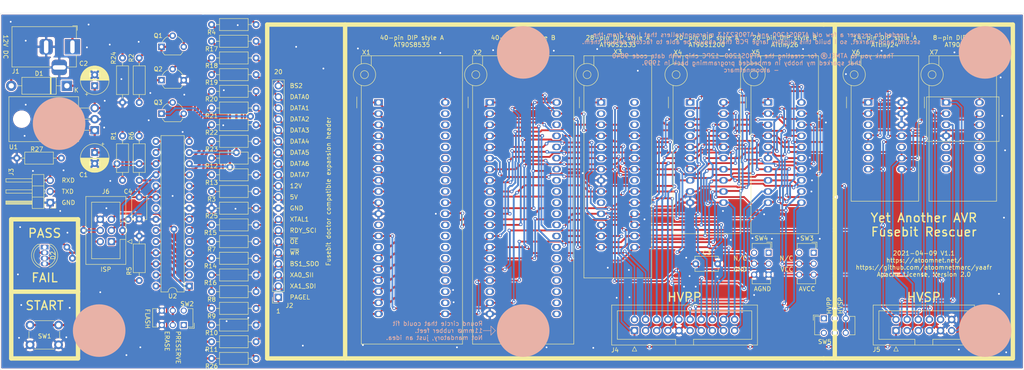
<source format=kicad_pcb>
(kicad_pcb (version 20171130) (host pcbnew "(5.1.9)-1")
  (title_block (title "Yet Another AVR Fusebit Rescuer") (date 2021-04-09) (rev V1.1) (company https://github.com/atoomnetmarc/yaafr))
  (layers (0 F.Cu signal) (31 B.Cu signal) (34 B.Paste user) (35 F.Paste user) (36 B.SilkS user) (37 F.SilkS user) (38 B.Mask user) (39 F.Mask user) (44 Edge.Cuts user))
  (net 0 "")
  (net 1 GND)
  (net 2 +5V)
  (net 3 ~RESET)
  (net 4 "Net-(D1-Pad2)")
  (net 5 "Net-(U2-Pad21)")
  (net 6 +12V)
  (net 7 /PC3)
  (net 8 /PC2)
  (net 9 "Net-(D2-Pad2)")
  (net 10 "Net-(D2-Pad1)")
  (net 11 /PD7)
  (net 12 /PD5)
  (net 13 /PC0)
  (net 14 /PC1)
  (net 15 /PC5)
  (net 16 /PB6)
  (net 17 /PB7)
  (net 18 /PD2)
  (net 19 /PD3)
  (net 20 /PD4)
  (net 21 /PD6)
  (net 22 /PB0)
  (net 23 /PB1)
  (net 24 /PB2)
  (net 25 /PB3)
  (net 26 /PB4)
  (net 27 /PB5)
  (net 28 RXD)
  (net 29 ERASE)
  (net 30 TXD)
  (net 31 EN_12V)
  (net 32 EN_5V)
  (net 33 PAGEL)
  (net 34 DATA6)
  (net 35 DATA7)
  (net 36 ~OE)
  (net 37 XTAL1)
  (net 38 ~WR)
  (net 39 BS2)
  (net 40 DATA0)
  (net 41 DATA1)
  (net 42 DATA2)
  (net 43 DATA3)
  (net 44 DATA4)
  (net 45 DATA5)
  (net 46 TARGET_5V)
  (net 47 TARGET_12V)
  (net 48 "Net-(Q1-Pad1)")
  (net 49 "Net-(Q1-Pad2)")
  (net 50 "Net-(Q2-Pad1)")
  (net 51 "Net-(SW2-Pad4)")
  (net 52 "Net-(SW2-Pad1)")
  (net 53 TARGET_AVCC)
  (net 54 "Net-(SW3-Pad4)")
  (net 55 "Net-(SW3-Pad1)")
  (net 56 TARGET_AGND)
  (net 57 "Net-(SW4-Pad4)")
  (net 58 "Net-(SW4-Pad1)")
  (net 59 "Net-(SW5-Pad4)")
  (net 60 "Net-(SW5-Pad1)")
  (net 61 RDY_~BSY~_SCI)
  (net 62 BS1_SDO)
  (net 63 XA0_SII)
  (net 64 XA1_SDI)
  (net 65 "Net-(X1-Pad22)")
  (net 66 "Net-(X1-Pad23)")
  (net 67 "Net-(X1-Pad24)")
  (net 68 "Net-(X1-Pad25)")
  (net 69 "Net-(X1-Pad26)")
  (net 70 "Net-(X1-Pad27)")
  (net 71 "Net-(X1-Pad14)")
  (net 72 "Net-(X1-Pad28)")
  (net 73 "Net-(X1-Pad29)")
  (net 74 "Net-(X1-Pad12)")
  (net 75 "Net-(X1-Pad32)")
  (net 76 "Net-(X1-Pad33)")
  (net 77 "Net-(X1-Pad34)")
  (net 78 "Net-(X1-Pad35)")
  (net 79 "Net-(X1-Pad36)")
  (net 80 "Net-(X1-Pad37)")
  (net 81 "Net-(X1-Pad38)")
  (net 82 "Net-(X1-Pad39)")
  (net 83 "Net-(X2-Pad21)")
  (net 84 "Net-(X2-Pad22)")
  (net 85 "Net-(X2-Pad23)")
  (net 86 "Net-(X2-Pad18)")
  (net 87 "Net-(X2-Pad24)")
  (net 88 "Net-(X2-Pad25)")
  (net 89 "Net-(X2-Pad26)")
  (net 90 "Net-(X2-Pad27)")
  (net 91 "Net-(X2-Pad28)")
  (net 92 "Net-(X2-Pad29)")
  (net 93 "Net-(X2-Pad30)")
  (net 94 "Net-(X2-Pad31)")
  (net 95 "Net-(X2-Pad10)")
  (net 96 "Net-(X2-Pad32)")
  (net 97 "Net-(X2-Pad33)")
  (net 98 "Net-(X2-Pad34)")
  (net 99 "Net-(X2-Pad35)")
  (net 100 "Net-(X2-Pad36)")
  (net 101 "Net-(X2-Pad37)")
  (net 102 "Net-(X2-Pad38)")
  (net 103 "Net-(X3-Pad10)")
  (net 104 "Net-(X3-Pad21)")
  (net 105 "Net-(X3-Pad26)")
  (net 106 "Net-(X3-Pad27)")
  (net 107 "Net-(X3-Pad2)")
  (net 108 "Net-(X3-Pad28)")
  (net 109 "Net-(X4-Pad4)")
  (net 110 "Net-(X4-Pad2)")
  (net 111 "Net-(X6-Pad6)")
  (net 112 "Net-(X6-Pad10)")
  (net 113 "Net-(X6-Pad5)")
  (net 114 "Net-(X6-Pad3)")
  (net 115 "Net-(X7-Pad8)")
  (net 116 "Net-(X7-Pad7)")
  (net 117 "Net-(X7-Pad9)")
  (net 118 "Net-(X7-Pad6)")
  (net 119 "Net-(X7-Pad10)")
  (net 120 "Net-(X7-Pad5)")
  (module Socket-extra:DIP_Socket-28_228-3341 (layer F.Cu) (at 171.45 69.85)
    (fp_text reference X3 (at 3.81 -11.56) (layer F.SilkS))
    (fp_text value "ZIF socket 28-pin, 228-3341")
    (pad 15 thru_hole oval (at 7.62 33.02) (size 2 1.44) (drill 1) (layers *.Cu *.Mask) (net 41 DATA1))
    (pad 14 thru_hole oval (at 0 33.02) (size 2 1.44) (drill 1) (layers *.Cu *.Mask) (net 40 DATA0))
    (pad 16 thru_hole oval (at 7.62 30.48) (size 2 1.44) (drill 1) (layers *.Cu *.Mask) (net 42 DATA2))
    (pad 13 thru_hole oval (at 0 30.48) (size 2 1.44) (drill 1) (layers *.Cu *.Mask) (net 33 PAGEL))
    (pad 17 thru_hole oval (at 7.62 27.94) (size 2 1.44) (drill 1) (layers *.Cu *.Mask) (net 43 DATA3))
    (pad 12 thru_hole oval (at 0 27.94) (size 2 1.44) (drill 1) (layers *.Cu *.Mask) (net 64 XA1_SDI))
    (pad 18 thru_hole oval (at 7.62 25.4) (size 2 1.44) (drill 1) (layers *.Cu *.Mask) (net 44 DATA4))
    (pad 11 thru_hole oval (at 0 25.4) (size 2 1.44) (drill 1) (layers *.Cu *.Mask) (net 63 XA0_SII))
    (pad 19 thru_hole oval (at 7.62 22.86) (size 2 1.44) (drill 1) (layers *.Cu *.Mask) (net 45 DATA5))
    (pad 10 thru_hole oval (at 0 22.86) (size 2 1.44) (drill 1) (layers *.Cu *.Mask) (net 103 "Net-(X3-Pad10)"))
    (pad 20 thru_hole oval (at 7.62 20.32) (size 2 1.44) (drill 1) (layers *.Cu *.Mask) (net 53 TARGET_AVCC))
    (pad 9 thru_hole oval (at 0 20.32) (size 2 1.44) (drill 1) (layers *.Cu *.Mask) (net 37 XTAL1))
    (pad 21 thru_hole oval (at 7.62 17.78) (size 2 1.44) (drill 1) (layers *.Cu *.Mask) (net 104 "Net-(X3-Pad21)"))
    (pad 8 thru_hole oval (at 0 17.78) (size 2 1.44) (drill 1) (layers *.Cu *.Mask) (net 1 GND))
    (pad 22 thru_hole oval (at 7.62 15.24) (size 2 1.44) (drill 1) (layers *.Cu *.Mask) (net 56 TARGET_AGND))
    (pad 7 thru_hole oval (at 0 15.24) (size 2 1.44) (drill 1) (layers *.Cu *.Mask) (net 46 TARGET_5V))
    (pad 23 thru_hole oval (at 7.62 12.7) (size 2 1.44) (drill 1) (layers *.Cu *.Mask) (net 34 DATA6))
    (pad 6 thru_hole oval (at 0 12.7) (size 2 1.44) (drill 1) (layers *.Cu *.Mask) (net 62 BS1_SDO))
    (pad 24 thru_hole oval (at 7.62 10.16) (size 2 1.44) (drill 1) (layers *.Cu *.Mask) (net 35 DATA7))
    (pad 5 thru_hole oval (at 0 10.16) (size 2 1.44) (drill 1) (layers *.Cu *.Mask) (net 38 ~WR))
    (pad 25 thru_hole oval (at 7.62 7.62) (size 2 1.44) (drill 1) (layers *.Cu *.Mask) (net 39 BS2))
    (pad 4 thru_hole oval (at 0 7.62) (size 2 1.44) (drill 1) (layers *.Cu *.Mask) (net 36 ~OE))
    (pad 26 thru_hole oval (at 7.62 5.08) (size 2 1.44) (drill 1) (layers *.Cu *.Mask) (net 105 "Net-(X3-Pad26)"))
    (pad 3 thru_hole oval (at 0 5.08) (size 2 1.44) (drill 1) (layers *.Cu *.Mask) (net 61 RDY_~BSY~_SCI))
    (pad 27 thru_hole oval (at 7.62 2.54) (size 2 1.44) (drill 1) (layers *.Cu *.Mask) (net 106 "Net-(X3-Pad27)"))
    (pad 2 thru_hole oval (at 0 2.54) (size 2 1.44) (drill 1) (layers *.Cu *.Mask) (net 107 "Net-(X3-Pad2)"))
    (pad 28 thru_hole oval (at 7.62 0) (size 2 1.44) (drill 1) (layers *.Cu *.Mask) (net 108 "Net-(X3-Pad28)"))
    (pad 1 thru_hole rect (at 0 0) (size 2 1.44) (drill 1) (layers *.Cu *.Mask) (net 47 TARGET_12V))
  )
  (module Connector_IDC:IDC-Header_2x03_P2.54mm_Vertical (layer F.Cu) (at 59.69 101.6 180)
    (fp_text reference J6 (at 1.27 11.43) (layer F.SilkS))
    (fp_text value AVR-ISP-6)
    (pad 6 thru_hole circle (at 2.54 5.08 180) (size 1.7 1.7) (drill 1) (layers *.Cu *.Mask) (net 1 GND))
    (pad 4 thru_hole circle (at 2.54 2.54 180) (size 1.7 1.7) (drill 1) (layers *.Cu *.Mask) (net 25 /PB3))
    (pad 2 thru_hole circle (at 2.54 0 180) (size 1.7 1.7) (drill 1) (layers *.Cu *.Mask) (net 2 +5V))
    (pad 5 thru_hole circle (at 0 5.08 180) (size 1.7 1.7) (drill 1) (layers *.Cu *.Mask) (net 3 ~RESET))
    (pad 3 thru_hole circle (at 0 2.54 180) (size 1.7 1.7) (drill 1) (layers *.Cu *.Mask) (net 27 /PB5))
    (pad 1 thru_hole roundrect (at 0 0 180) (size 1.7 1.7) (drill 1) (layers *.Cu *.Mask) (roundrect_rratio 0.1470588235294118) (net 26 /PB4))
  )
  (module Diode_THT:D_DO-15_P12.70mm_Horizontal (layer F.Cu) (at 49.53 66.04 180)
    (fp_text reference D1 (at 6.35 2.794) (layer F.SilkS))
    (fp_text value 1N5819)
    (fp_text user K (at -2.159 -1.016) (layer F.SilkS))
    (pad 2 thru_hole oval (at 12.7 0 180) (size 2.4 2.4) (drill 1.2) (layers *.Cu *.Mask) (net 4 "Net-(D1-Pad2)"))
    (pad 1 thru_hole rect (at 0 0 180) (size 2.4 2.4) (drill 1.2) (layers *.Cu *.Mask) (net 6 +12V))
  )
  (module Connector_IDC:IDC-Header_2x06_P2.54mm_Vertical (layer F.Cu) (at 238.76 121.92 90)
    (fp_text reference J5 (at -4.318 -4.445 180) (layer F.SilkS))
    (fp_text value Conn_02x06_Odd_Even)
    (pad 12 thru_hole circle (at 2.54 12.7 90) (size 1.7 1.7) (drill 1) (layers *.Cu *.Mask) (net 1 GND))
    (pad 10 thru_hole circle (at 2.54 10.16 90) (size 1.7 1.7) (drill 1) (layers *.Cu *.Mask) (net 46 TARGET_5V))
    (pad 8 thru_hole circle (at 2.54 7.62 90) (size 1.7 1.7) (drill 1) (layers *.Cu *.Mask) (net 37 XTAL1))
    (pad 6 thru_hole circle (at 2.54 5.08 90) (size 1.7 1.7) (drill 1) (layers *.Cu *.Mask) (net 36 ~OE))
    (pad 4 thru_hole circle (at 2.54 2.54 90) (size 1.7 1.7) (drill 1) (layers *.Cu *.Mask) (net 62 BS1_SDO))
    (pad 2 thru_hole circle (at 2.54 0 90) (size 1.7 1.7) (drill 1) (layers *.Cu *.Mask) (net 64 XA1_SDI))
    (pad 11 thru_hole circle (at 0 12.7 90) (size 1.7 1.7) (drill 1) (layers *.Cu *.Mask) (net 47 TARGET_12V))
    (pad 9 thru_hole circle (at 0 10.16 90) (size 1.7 1.7) (drill 1) (layers *.Cu *.Mask) (net 1 GND))
    (pad 7 thru_hole circle (at 0 7.62 90) (size 1.7 1.7) (drill 1) (layers *.Cu *.Mask) (net 61 RDY_~BSY~_SCI))
    (pad 5 thru_hole circle (at 0 5.08 90) (size 1.7 1.7) (drill 1) (layers *.Cu *.Mask) (net 38 ~WR))
    (pad 3 thru_hole circle (at 0 2.54 90) (size 1.7 1.7) (drill 1) (layers *.Cu *.Mask) (net 63 XA0_SII))
    (pad 1 thru_hole roundrect (at 0 0 90) (size 1.7 1.7) (drill 1) (layers *.Cu *.Mask) (roundrect_rratio 0.1470588235294118) (net 33 PAGEL))
  )
  (module Connector_IDC:IDC-Header_2x10_P2.54mm_Vertical (layer F.Cu) (at 179.07 121.92 90)
    (fp_text reference J4 (at -4.445 -4.445 180) (layer F.SilkS))
    (fp_text value Conn_02x10_Odd_Even)
    (pad 20 thru_hole circle (at 2.54 22.86 90) (size 1.7 1.7) (drill 1) (layers *.Cu *.Mask) (net 39 BS2))
    (pad 18 thru_hole circle (at 2.54 20.32 90) (size 1.7 1.7) (drill 1) (layers *.Cu *.Mask) (net 41 DATA1))
    (pad 16 thru_hole circle (at 2.54 17.78 90) (size 1.7 1.7) (drill 1) (layers *.Cu *.Mask) (net 43 DATA3))
    (pad 14 thru_hole circle (at 2.54 15.24 90) (size 1.7 1.7) (drill 1) (layers *.Cu *.Mask) (net 45 DATA5))
    (pad 12 thru_hole circle (at 2.54 12.7 90) (size 1.7 1.7) (drill 1) (layers *.Cu *.Mask) (net 35 DATA7))
    (pad 10 thru_hole circle (at 2.54 10.16 90) (size 1.7 1.7) (drill 1) (layers *.Cu *.Mask) (net 46 TARGET_5V))
    (pad 8 thru_hole circle (at 2.54 7.62 90) (size 1.7 1.7) (drill 1) (layers *.Cu *.Mask) (net 37 XTAL1))
    (pad 6 thru_hole circle (at 2.54 5.08 90) (size 1.7 1.7) (drill 1) (layers *.Cu *.Mask) (net 36 ~OE))
    (pad 4 thru_hole circle (at 2.54 2.54 90) (size 1.7 1.7) (drill 1) (layers *.Cu *.Mask) (net 62 BS1_SDO))
    (pad 2 thru_hole circle (at 2.54 0 90) (size 1.7 1.7) (drill 1) (layers *.Cu *.Mask) (net 64 XA1_SDI))
    (pad 19 thru_hole circle (at 0 22.86 90) (size 1.7 1.7) (drill 1) (layers *.Cu *.Mask) (net 40 DATA0))
    (pad 17 thru_hole circle (at 0 20.32 90) (size 1.7 1.7) (drill 1) (layers *.Cu *.Mask) (net 42 DATA2))
    (pad 15 thru_hole circle (at 0 17.78 90) (size 1.7 1.7) (drill 1) (layers *.Cu *.Mask) (net 44 DATA4))
    (pad 13 thru_hole circle (at 0 15.24 90) (size 1.7 1.7) (drill 1) (layers *.Cu *.Mask) (net 34 DATA6))
    (pad 11 thru_hole circle (at 0 12.7 90) (size 1.7 1.7) (drill 1) (layers *.Cu *.Mask) (net 47 TARGET_12V))
    (pad 9 thru_hole circle (at 0 10.16 90) (size 1.7 1.7) (drill 1) (layers *.Cu *.Mask) (net 1 GND))
    (pad 7 thru_hole circle (at 0 7.62 90) (size 1.7 1.7) (drill 1) (layers *.Cu *.Mask) (net 61 RDY_~BSY~_SCI))
    (pad 5 thru_hole circle (at 0 5.08 90) (size 1.7 1.7) (drill 1) (layers *.Cu *.Mask) (net 38 ~WR))
    (pad 3 thru_hole circle (at 0 2.54 90) (size 1.7 1.7) (drill 1) (layers *.Cu *.Mask) (net 63 XA0_SII))
    (pad 1 thru_hole roundrect (at 0 0 90) (size 1.7 1.7) (drill 1) (layers *.Cu *.Mask) (roundrect_rratio 0.1470588235294118) (net 33 PAGEL))
  )
  (module Socket:DIP_Socket-14_W4.3_W5.08_W7.62_W10.16_W10.9_3M_214-3339-00-0602J (layer F.Cu) (at 250.19 69.85)
    (fp_text reference X7 (at -2.794 -11.43) (layer F.SilkS))
    (fp_text value "ZIF socket 14-pin, 214-3341")
    (pad 8 thru_hole oval (at 7.62 15.24) (size 2 1.44) (drill 1) (layers *.Cu *.Mask) (net 115 "Net-(X7-Pad8)"))
    (pad 7 thru_hole oval (at 0 15.24) (size 2 1.44) (drill 1) (layers *.Cu *.Mask) (net 116 "Net-(X7-Pad7)"))
    (pad 9 thru_hole oval (at 7.62 12.7) (size 2 1.44) (drill 1) (layers *.Cu *.Mask) (net 117 "Net-(X7-Pad9)"))
    (pad 6 thru_hole oval (at 0 12.7) (size 2 1.44) (drill 1) (layers *.Cu *.Mask) (net 118 "Net-(X7-Pad6)"))
    (pad 10 thru_hole oval (at 7.62 10.16) (size 2 1.44) (drill 1) (layers *.Cu *.Mask) (net 119 "Net-(X7-Pad10)"))
    (pad 5 thru_hole oval (at 0 10.16) (size 2 1.44) (drill 1) (layers *.Cu *.Mask) (net 120 "Net-(X7-Pad5)"))
    (pad 11 thru_hole oval (at 7.62 7.62) (size 2 1.44) (drill 1) (layers *.Cu *.Mask) (net 64 XA1_SDI))
    (pad 4 thru_hole oval (at 0 7.62) (size 2 1.44) (drill 1) (layers *.Cu *.Mask) (net 1 GND))
    (pad 12 thru_hole oval (at 7.62 5.08) (size 2 1.44) (drill 1) (layers *.Cu *.Mask) (net 63 XA0_SII))
    (pad 3 thru_hole oval (at 0 5.08) (size 2 1.44) (drill 1) (layers *.Cu *.Mask) (net 33 PAGEL))
    (pad 13 thru_hole oval (at 7.62 2.54) (size 2 1.44) (drill 1) (layers *.Cu *.Mask) (net 62 BS1_SDO))
    (pad 2 thru_hole oval (at 0 2.54) (size 2 1.44) (drill 1) (layers *.Cu *.Mask) (net 61 RDY_~BSY~_SCI))
    (pad 14 thru_hole oval (at 7.62 0) (size 2 1.44) (drill 1) (layers *.Cu *.Mask) (net 46 TARGET_5V))
    (pad 1 thru_hole rect (at 0 0) (size 2 1.44) (drill 1) (layers *.Cu *.Mask) (net 47 TARGET_12V))
  )
  (module Socket:DIP_Socket-14_W4.3_W5.08_W7.62_W10.16_W10.9_3M_214-3339-00-0602J (layer F.Cu) (at 232.41 69.85)
    (fp_text reference X6 (at -2.794 -11.43) (layer F.SilkS))
    (fp_text value "ZIF socket 14-pin, 214-3341")
    (pad 8 thru_hole oval (at 7.62 15.24) (size 2 1.44) (drill 1) (layers *.Cu *.Mask) (net 63 XA0_SII))
    (pad 7 thru_hole oval (at 0 15.24) (size 2 1.44) (drill 1) (layers *.Cu *.Mask) (net 64 XA1_SDI))
    (pad 9 thru_hole oval (at 7.62 12.7) (size 2 1.44) (drill 1) (layers *.Cu *.Mask) (net 62 BS1_SDO))
    (pad 6 thru_hole oval (at 0 12.7) (size 2 1.44) (drill 1) (layers *.Cu *.Mask) (net 111 "Net-(X6-Pad6)"))
    (pad 10 thru_hole oval (at 7.62 10.16) (size 2 1.44) (drill 1) (layers *.Cu *.Mask) (net 112 "Net-(X6-Pad10)"))
    (pad 5 thru_hole oval (at 0 10.16) (size 2 1.44) (drill 1) (layers *.Cu *.Mask) (net 113 "Net-(X6-Pad5)"))
    (pad 11 thru_hole oval (at 7.62 7.62) (size 2 1.44) (drill 1) (layers *.Cu *.Mask) (net 38 ~WR))
    (pad 4 thru_hole oval (at 0 7.62) (size 2 1.44) (drill 1) (layers *.Cu *.Mask) (net 47 TARGET_12V))
    (pad 12 thru_hole oval (at 7.62 5.08) (size 2 1.44) (drill 1) (layers *.Cu *.Mask) (net 1 GND))
    (pad 3 thru_hole oval (at 0 5.08) (size 2 1.44) (drill 1) (layers *.Cu *.Mask) (net 114 "Net-(X6-Pad3)"))
    (pad 13 thru_hole oval (at 7.62 2.54) (size 2 1.44) (drill 1) (layers *.Cu *.Mask) (net 1 GND))
    (pad 2 thru_hole oval (at 0 2.54) (size 2 1.44) (drill 1) (layers *.Cu *.Mask) (net 61 RDY_~BSY~_SCI))
    (pad 14 thru_hole oval (at 7.62 0) (size 2 1.44) (drill 1) (layers *.Cu *.Mask) (net 1 GND))
    (pad 1 thru_hole rect (at 0 0) (size 2 1.44) (drill 1) (layers *.Cu *.Mask) (net 46 TARGET_5V))
  )
  (module Socket:DIP_Socket-20_W4.3_W5.08_W7.62_W10.16_W10.9_3M_220-3342-00-0602J (layer F.Cu) (at 209.55 69.85)
    (fp_text reference X5 (at -2.794 -11.43) (layer F.SilkS))
    (fp_text value "ZIF socket 20-pin, 220-3345")
    (pad 11 thru_hole oval (at 7.62 22.86) (size 2 1.44) (drill 1) (layers *.Cu *.Mask) (net 35 DATA7))
    (pad 10 thru_hole oval (at 0 22.86) (size 2 1.44) (drill 1) (layers *.Cu *.Mask) (net 47 TARGET_12V))
    (pad 12 thru_hole oval (at 7.62 20.32) (size 2 1.44) (drill 1) (layers *.Cu *.Mask) (net 34 DATA6))
    (pad 9 thru_hole oval (at 0 20.32) (size 2 1.44) (drill 1) (layers *.Cu *.Mask) (net 61 RDY_~BSY~_SCI))
    (pad 13 thru_hole oval (at 7.62 17.78) (size 2 1.44) (drill 1) (layers *.Cu *.Mask) (net 45 DATA5))
    (pad 8 thru_hole oval (at 0 17.78) (size 2 1.44) (drill 1) (layers *.Cu *.Mask) (net 36 ~OE))
    (pad 14 thru_hole oval (at 7.62 15.24) (size 2 1.44) (drill 1) (layers *.Cu *.Mask) (net 44 DATA4))
    (pad 7 thru_hole oval (at 0 15.24) (size 2 1.44) (drill 1) (layers *.Cu *.Mask) (net 37 XTAL1))
    (pad 15 thru_hole oval (at 7.62 12.7) (size 2 1.44) (drill 1) (layers *.Cu *.Mask) (net 53 TARGET_AVCC))
    (pad 6 thru_hole oval (at 0 12.7) (size 2 1.44) (drill 1) (layers *.Cu *.Mask) (net 1 GND))
    (pad 16 thru_hole oval (at 7.62 10.16) (size 2 1.44) (drill 1) (layers *.Cu *.Mask) (net 56 TARGET_AGND))
    (pad 5 thru_hole oval (at 0 10.16) (size 2 1.44) (drill 1) (layers *.Cu *.Mask) (net 46 TARGET_5V))
    (pad 17 thru_hole oval (at 7.62 7.62) (size 2 1.44) (drill 1) (layers *.Cu *.Mask) (net 43 DATA3))
    (pad 4 thru_hole oval (at 0 7.62) (size 2 1.44) (drill 1) (layers *.Cu *.Mask) (net 62 BS1_SDO))
    (pad 18 thru_hole oval (at 7.62 5.08) (size 2 1.44) (drill 1) (layers *.Cu *.Mask) (net 42 DATA2))
    (pad 3 thru_hole oval (at 0 5.08) (size 2 1.44) (drill 1) (layers *.Cu *.Mask) (net 39 BS2))
    (pad 19 thru_hole oval (at 7.62 2.54) (size 2 1.44) (drill 1) (layers *.Cu *.Mask) (net 41 DATA1))
    (pad 2 thru_hole oval (at 0 2.54) (size 2 1.44) (drill 1) (layers *.Cu *.Mask) (net 63 XA0_SII))
    (pad 20 thru_hole oval (at 7.62 0) (size 2 1.44) (drill 1) (layers *.Cu *.Mask) (net 40 DATA0))
    (pad 1 thru_hole rect (at 0 0) (size 2 1.44) (drill 1) (layers *.Cu *.Mask) (net 38 ~WR))
  )
  (module Socket:DIP_Socket-20_W4.3_W5.08_W7.62_W10.16_W10.9_3M_220-3342-00-0602J (layer F.Cu) (at 191.77 69.85)
    (fp_text reference X4 (at -2.794 -11.43) (layer F.SilkS))
    (fp_text value "ZIF socket 20-pin, 220-3345")
    (pad 11 thru_hole oval (at 7.62 22.86) (size 2 1.44) (drill 1) (layers *.Cu *.Mask) (net 39 BS2))
    (pad 10 thru_hole oval (at 0 22.86) (size 2 1.44) (drill 1) (layers *.Cu *.Mask) (net 1 GND))
    (pad 12 thru_hole oval (at 7.62 20.32) (size 2 1.44) (drill 1) (layers *.Cu *.Mask) (net 40 DATA0))
    (pad 9 thru_hole oval (at 0 20.32) (size 2 1.44) (drill 1) (layers *.Cu *.Mask) (net 63 XA0_SII))
    (pad 13 thru_hole oval (at 7.62 17.78) (size 2 1.44) (drill 1) (layers *.Cu *.Mask) (net 41 DATA1))
    (pad 8 thru_hole oval (at 0 17.78) (size 2 1.44) (drill 1) (layers *.Cu *.Mask) (net 62 BS1_SDO))
    (pad 14 thru_hole oval (at 7.62 15.24) (size 2 1.44) (drill 1) (layers *.Cu *.Mask) (net 42 DATA2))
    (pad 7 thru_hole oval (at 0 15.24) (size 2 1.44) (drill 1) (layers *.Cu *.Mask) (net 38 ~WR))
    (pad 15 thru_hole oval (at 7.62 12.7) (size 2 1.44) (drill 1) (layers *.Cu *.Mask) (net 43 DATA3))
    (pad 6 thru_hole oval (at 0 12.7) (size 2 1.44) (drill 1) (layers *.Cu *.Mask) (net 36 ~OE))
    (pad 16 thru_hole oval (at 7.62 10.16) (size 2 1.44) (drill 1) (layers *.Cu *.Mask) (net 44 DATA4))
    (pad 5 thru_hole oval (at 0 10.16) (size 2 1.44) (drill 1) (layers *.Cu *.Mask) (net 37 XTAL1))
    (pad 17 thru_hole oval (at 7.62 7.62) (size 2 1.44) (drill 1) (layers *.Cu *.Mask) (net 45 DATA5))
    (pad 4 thru_hole oval (at 0 7.62) (size 2 1.44) (drill 1) (layers *.Cu *.Mask) (net 109 "Net-(X4-Pad4)"))
    (pad 18 thru_hole oval (at 7.62 5.08) (size 2 1.44) (drill 1) (layers *.Cu *.Mask) (net 34 DATA6))
    (pad 3 thru_hole oval (at 0 5.08) (size 2 1.44) (drill 1) (layers *.Cu *.Mask) (net 61 RDY_~BSY~_SCI))
    (pad 19 thru_hole oval (at 7.62 2.54) (size 2 1.44) (drill 1) (layers *.Cu *.Mask) (net 35 DATA7))
    (pad 2 thru_hole oval (at 0 2.54) (size 2 1.44) (drill 1) (layers *.Cu *.Mask) (net 110 "Net-(X4-Pad2)"))
    (pad 20 thru_hole oval (at 7.62 0) (size 2 1.44) (drill 1) (layers *.Cu *.Mask) (net 46 TARGET_5V))
    (pad 1 thru_hole rect (at 0 0) (size 2 1.44) (drill 1) (layers *.Cu *.Mask) (net 47 TARGET_12V))
  )
  (module Button_Switch_THT:SW_CuK_JS202011CQN_DPDT_Straight (layer F.Cu) (at 222.29 119.126)
    (fp_text reference SW5 (at 0.214 5.334) (layer F.SilkS))
    (fp_text value "MSS22D18 DIP slide switch")
    (pad 6 thru_hole circle (at 5 3.3) (size 1.4 1.4) (drill 0.9) (layers *.Cu *.Mask) (net 36 ~OE))
    (pad 5 thru_hole circle (at 2.5 3.3) (size 1.4 1.4) (drill 0.9) (layers *.Cu *.Mask) (net 37 XTAL1))
    (pad 4 thru_hole circle (at 0 3.3) (size 1.4 1.4) (drill 0.9) (layers *.Cu *.Mask) (net 59 "Net-(SW5-Pad4)"))
    (pad 3 thru_hole circle (at 5 0) (size 1.4 1.4) (drill 0.9) (layers *.Cu *.Mask) (net 36 ~OE))
    (pad 2 thru_hole circle (at 2.5 0) (size 1.4 1.4) (drill 0.9) (layers *.Cu *.Mask) (net 37 XTAL1))
    (pad 1 thru_hole rect (at 0 0) (size 1.4 1.4) (drill 0.9) (layers *.Cu *.Mask) (net 60 "Net-(SW5-Pad1)"))
  )
  (module Socket:DIP_Socket-40_W11.9_W12.7_W15.24_W17.78_W18.5_3M_240-1280-00-0602J (layer F.Cu) (at 146.05 69.85)
    (fp_text reference X2 (at -2.794 -11.43) (layer F.SilkS))
    (fp_text value "ZIF socket 40-pin, 240-3345")
    (pad 21 thru_hole oval (at 15.24 48.26) (size 2 1.44) (drill 1) (layers *.Cu *.Mask) (net 83 "Net-(X2-Pad21)"))
    (pad 20 thru_hole oval (at 0 48.26) (size 2 1.44) (drill 1) (layers *.Cu *.Mask) (net 1 GND))
    (pad 22 thru_hole oval (at 15.24 45.72) (size 2 1.44) (drill 1) (layers *.Cu *.Mask) (net 84 "Net-(X2-Pad22)"))
    (pad 19 thru_hole oval (at 0 45.72) (size 2 1.44) (drill 1) (layers *.Cu *.Mask) (net 37 XTAL1))
    (pad 23 thru_hole oval (at 15.24 43.18) (size 2 1.44) (drill 1) (layers *.Cu *.Mask) (net 85 "Net-(X2-Pad23)"))
    (pad 18 thru_hole oval (at 0 43.18) (size 2 1.44) (drill 1) (layers *.Cu *.Mask) (net 86 "Net-(X2-Pad18)"))
    (pad 24 thru_hole oval (at 15.24 40.64) (size 2 1.44) (drill 1) (layers *.Cu *.Mask) (net 87 "Net-(X2-Pad24)"))
    (pad 17 thru_hole oval (at 0 40.64) (size 2 1.44) (drill 1) (layers *.Cu *.Mask) (net 33 PAGEL))
    (pad 25 thru_hole oval (at 15.24 38.1) (size 2 1.44) (drill 1) (layers *.Cu *.Mask) (net 88 "Net-(X2-Pad25)"))
    (pad 16 thru_hole oval (at 0 38.1) (size 2 1.44) (drill 1) (layers *.Cu *.Mask) (net 64 XA1_SDI))
    (pad 26 thru_hole oval (at 15.24 35.56) (size 2 1.44) (drill 1) (layers *.Cu *.Mask) (net 89 "Net-(X2-Pad26)"))
    (pad 15 thru_hole oval (at 0 35.56) (size 2 1.44) (drill 1) (layers *.Cu *.Mask) (net 63 XA0_SII))
    (pad 27 thru_hole oval (at 15.24 33.02) (size 2 1.44) (drill 1) (layers *.Cu *.Mask) (net 90 "Net-(X2-Pad27)"))
    (pad 14 thru_hole oval (at 0 33.02) (size 2 1.44) (drill 1) (layers *.Cu *.Mask) (net 62 BS1_SDO))
    (pad 28 thru_hole oval (at 15.24 30.48) (size 2 1.44) (drill 1) (layers *.Cu *.Mask) (net 91 "Net-(X2-Pad28)"))
    (pad 13 thru_hole oval (at 0 30.48) (size 2 1.44) (drill 1) (layers *.Cu *.Mask) (net 38 ~WR))
    (pad 29 thru_hole oval (at 15.24 27.94) (size 2 1.44) (drill 1) (layers *.Cu *.Mask) (net 92 "Net-(X2-Pad29)"))
    (pad 12 thru_hole oval (at 0 27.94) (size 2 1.44) (drill 1) (layers *.Cu *.Mask) (net 36 ~OE))
    (pad 30 thru_hole oval (at 15.24 25.4) (size 2 1.44) (drill 1) (layers *.Cu *.Mask) (net 93 "Net-(X2-Pad30)"))
    (pad 11 thru_hole oval (at 0 25.4) (size 2 1.44) (drill 1) (layers *.Cu *.Mask) (net 61 RDY_~BSY~_SCI))
    (pad 31 thru_hole oval (at 15.24 22.86) (size 2 1.44) (drill 1) (layers *.Cu *.Mask) (net 94 "Net-(X2-Pad31)"))
    (pad 10 thru_hole oval (at 0 22.86) (size 2 1.44) (drill 1) (layers *.Cu *.Mask) (net 95 "Net-(X2-Pad10)"))
    (pad 32 thru_hole oval (at 15.24 20.32) (size 2 1.44) (drill 1) (layers *.Cu *.Mask) (net 96 "Net-(X2-Pad32)"))
    (pad 9 thru_hole oval (at 0 20.32) (size 2 1.44) (drill 1) (layers *.Cu *.Mask) (net 47 TARGET_12V))
    (pad 33 thru_hole oval (at 15.24 17.78) (size 2 1.44) (drill 1) (layers *.Cu *.Mask) (net 97 "Net-(X2-Pad33)"))
    (pad 8 thru_hole oval (at 0 17.78) (size 2 1.44) (drill 1) (layers *.Cu *.Mask) (net 35 DATA7))
    (pad 34 thru_hole oval (at 15.24 15.24) (size 2 1.44) (drill 1) (layers *.Cu *.Mask) (net 98 "Net-(X2-Pad34)"))
    (pad 7 thru_hole oval (at 0 15.24) (size 2 1.44) (drill 1) (layers *.Cu *.Mask) (net 34 DATA6))
    (pad 35 thru_hole oval (at 15.24 12.7) (size 2 1.44) (drill 1) (layers *.Cu *.Mask) (net 99 "Net-(X2-Pad35)"))
    (pad 6 thru_hole oval (at 0 12.7) (size 2 1.44) (drill 1) (layers *.Cu *.Mask) (net 45 DATA5))
    (pad 36 thru_hole oval (at 15.24 10.16) (size 2 1.44) (drill 1) (layers *.Cu *.Mask) (net 100 "Net-(X2-Pad36)"))
    (pad 5 thru_hole oval (at 0 10.16) (size 2 1.44) (drill 1) (layers *.Cu *.Mask) (net 44 DATA4))
    (pad 37 thru_hole oval (at 15.24 7.62) (size 2 1.44) (drill 1) (layers *.Cu *.Mask) (net 101 "Net-(X2-Pad37)"))
    (pad 4 thru_hole oval (at 0 7.62) (size 2 1.44) (drill 1) (layers *.Cu *.Mask) (net 43 DATA3))
    (pad 38 thru_hole oval (at 15.24 5.08) (size 2 1.44) (drill 1) (layers *.Cu *.Mask) (net 102 "Net-(X2-Pad38)"))
    (pad 3 thru_hole oval (at 0 5.08) (size 2 1.44) (drill 1) (layers *.Cu *.Mask) (net 42 DATA2))
    (pad 39 thru_hole oval (at 15.24 2.54) (size 2 1.44) (drill 1) (layers *.Cu *.Mask) (net 39 BS2))
    (pad 2 thru_hole oval (at 0 2.54) (size 2 1.44) (drill 1) (layers *.Cu *.Mask) (net 41 DATA1))
    (pad 40 thru_hole oval (at 15.24 0) (size 2 1.44) (drill 1) (layers *.Cu *.Mask) (net 46 TARGET_5V))
    (pad 1 thru_hole rect (at 0 0) (size 2 1.44) (drill 1) (layers *.Cu *.Mask) (net 40 DATA0))
  )
  (module Socket:DIP_Socket-40_W11.9_W12.7_W15.24_W17.78_W18.5_3M_240-1280-00-0602J (layer F.Cu) (at 120.65 69.85)
    (fp_text reference X1 (at -2.794 -11.43) (layer F.SilkS))
    (fp_text value "ZIF socket 40-pin, 240-3345")
    (pad 21 thru_hole oval (at 15.24 48.26) (size 2 1.44) (drill 1) (layers *.Cu *.Mask) (net 33 PAGEL))
    (pad 20 thru_hole oval (at 0 48.26) (size 2 1.44) (drill 1) (layers *.Cu *.Mask) (net 64 XA1_SDI))
    (pad 22 thru_hole oval (at 15.24 45.72) (size 2 1.44) (drill 1) (layers *.Cu *.Mask) (net 65 "Net-(X1-Pad22)"))
    (pad 19 thru_hole oval (at 0 45.72) (size 2 1.44) (drill 1) (layers *.Cu *.Mask) (net 63 XA0_SII))
    (pad 23 thru_hole oval (at 15.24 43.18) (size 2 1.44) (drill 1) (layers *.Cu *.Mask) (net 66 "Net-(X1-Pad23)"))
    (pad 18 thru_hole oval (at 0 43.18) (size 2 1.44) (drill 1) (layers *.Cu *.Mask) (net 62 BS1_SDO))
    (pad 24 thru_hole oval (at 15.24 40.64) (size 2 1.44) (drill 1) (layers *.Cu *.Mask) (net 67 "Net-(X1-Pad24)"))
    (pad 17 thru_hole oval (at 0 40.64) (size 2 1.44) (drill 1) (layers *.Cu *.Mask) (net 38 ~WR))
    (pad 25 thru_hole oval (at 15.24 38.1) (size 2 1.44) (drill 1) (layers *.Cu *.Mask) (net 68 "Net-(X1-Pad25)"))
    (pad 16 thru_hole oval (at 0 38.1) (size 2 1.44) (drill 1) (layers *.Cu *.Mask) (net 36 ~OE))
    (pad 26 thru_hole oval (at 15.24 35.56) (size 2 1.44) (drill 1) (layers *.Cu *.Mask) (net 69 "Net-(X1-Pad26)"))
    (pad 15 thru_hole oval (at 0 35.56) (size 2 1.44) (drill 1) (layers *.Cu *.Mask) (net 61 RDY_~BSY~_SCI))
    (pad 27 thru_hole oval (at 15.24 33.02) (size 2 1.44) (drill 1) (layers *.Cu *.Mask) (net 70 "Net-(X1-Pad27)"))
    (pad 14 thru_hole oval (at 0 33.02) (size 2 1.44) (drill 1) (layers *.Cu *.Mask) (net 71 "Net-(X1-Pad14)"))
    (pad 28 thru_hole oval (at 15.24 30.48) (size 2 1.44) (drill 1) (layers *.Cu *.Mask) (net 72 "Net-(X1-Pad28)"))
    (pad 13 thru_hole oval (at 0 30.48) (size 2 1.44) (drill 1) (layers *.Cu *.Mask) (net 37 XTAL1))
    (pad 29 thru_hole oval (at 15.24 27.94) (size 2 1.44) (drill 1) (layers *.Cu *.Mask) (net 73 "Net-(X1-Pad29)"))
    (pad 12 thru_hole oval (at 0 27.94) (size 2 1.44) (drill 1) (layers *.Cu *.Mask) (net 74 "Net-(X1-Pad12)"))
    (pad 30 thru_hole oval (at 15.24 25.4) (size 2 1.44) (drill 1) (layers *.Cu *.Mask) (net 53 TARGET_AVCC))
    (pad 11 thru_hole oval (at 0 25.4) (size 2 1.44) (drill 1) (layers *.Cu *.Mask) (net 1 GND))
    (pad 31 thru_hole oval (at 15.24 22.86) (size 2 1.44) (drill 1) (layers *.Cu *.Mask) (net 56 TARGET_AGND))
    (pad 10 thru_hole oval (at 0 22.86) (size 2 1.44) (drill 1) (layers *.Cu *.Mask) (net 46 TARGET_5V))
    (pad 32 thru_hole oval (at 15.24 20.32) (size 2 1.44) (drill 1) (layers *.Cu *.Mask) (net 75 "Net-(X1-Pad32)"))
    (pad 9 thru_hole oval (at 0 20.32) (size 2 1.44) (drill 1) (layers *.Cu *.Mask) (net 47 TARGET_12V))
    (pad 33 thru_hole oval (at 15.24 17.78) (size 2 1.44) (drill 1) (layers *.Cu *.Mask) (net 76 "Net-(X1-Pad33)"))
    (pad 8 thru_hole oval (at 0 17.78) (size 2 1.44) (drill 1) (layers *.Cu *.Mask) (net 35 DATA7))
    (pad 34 thru_hole oval (at 15.24 15.24) (size 2 1.44) (drill 1) (layers *.Cu *.Mask) (net 77 "Net-(X1-Pad34)"))
    (pad 7 thru_hole oval (at 0 15.24) (size 2 1.44) (drill 1) (layers *.Cu *.Mask) (net 34 DATA6))
    (pad 35 thru_hole oval (at 15.24 12.7) (size 2 1.44) (drill 1) (layers *.Cu *.Mask) (net 78 "Net-(X1-Pad35)"))
    (pad 6 thru_hole oval (at 0 12.7) (size 2 1.44) (drill 1) (layers *.Cu *.Mask) (net 45 DATA5))
    (pad 36 thru_hole oval (at 15.24 10.16) (size 2 1.44) (drill 1) (layers *.Cu *.Mask) (net 79 "Net-(X1-Pad36)"))
    (pad 5 thru_hole oval (at 0 10.16) (size 2 1.44) (drill 1) (layers *.Cu *.Mask) (net 44 DATA4))
    (pad 37 thru_hole oval (at 15.24 7.62) (size 2 1.44) (drill 1) (layers *.Cu *.Mask) (net 80 "Net-(X1-Pad37)"))
    (pad 4 thru_hole oval (at 0 7.62) (size 2 1.44) (drill 1) (layers *.Cu *.Mask) (net 43 DATA3))
    (pad 38 thru_hole oval (at 15.24 5.08) (size 2 1.44) (drill 1) (layers *.Cu *.Mask) (net 81 "Net-(X1-Pad38)"))
    (pad 3 thru_hole oval (at 0 5.08) (size 2 1.44) (drill 1) (layers *.Cu *.Mask) (net 42 DATA2))
    (pad 39 thru_hole oval (at 15.24 2.54) (size 2 1.44) (drill 1) (layers *.Cu *.Mask) (net 82 "Net-(X1-Pad39)"))
    (pad 2 thru_hole oval (at 0 2.54) (size 2 1.44) (drill 1) (layers *.Cu *.Mask) (net 41 DATA1))
    (pad 40 thru_hole oval (at 15.24 0) (size 2 1.44) (drill 1) (layers *.Cu *.Mask) (net 39 BS2))
    (pad 1 thru_hole rect (at 0 0) (size 2 1.44) (drill 1) (layers *.Cu *.Mask) (net 40 DATA0))
  )
  (module Button_Switch_THT:SW_CuK_JS202011CQN_DPDT_Straight (layer F.Cu) (at 209.677 104.14 270)
    (fp_text reference SW4 (at -3.302 1.651) (layer F.SilkS))
    (fp_text value "MSS22D18 DIP slide switch")
    (pad 6 thru_hole circle (at 5 3.3 270) (size 1.4 1.4) (drill 0.9) (layers *.Cu *.Mask) (net 1 GND))
    (pad 5 thru_hole circle (at 2.5 3.3 270) (size 1.4 1.4) (drill 0.9) (layers *.Cu *.Mask) (net 56 TARGET_AGND))
    (pad 4 thru_hole circle (at 0 3.3 270) (size 1.4 1.4) (drill 0.9) (layers *.Cu *.Mask) (net 57 "Net-(SW4-Pad4)"))
    (pad 3 thru_hole circle (at 5 0 270) (size 1.4 1.4) (drill 0.9) (layers *.Cu *.Mask) (net 1 GND))
    (pad 2 thru_hole circle (at 2.5 0 270) (size 1.4 1.4) (drill 0.9) (layers *.Cu *.Mask) (net 56 TARGET_AGND))
    (pad 1 thru_hole rect (at 0 0 270) (size 1.4 1.4) (drill 0.9) (layers *.Cu *.Mask) (net 58 "Net-(SW4-Pad1)"))
  )
  (module Button_Switch_THT:SW_CuK_JS202011CQN_DPDT_Straight (layer F.Cu) (at 219.964 104.14 270)
    (fp_text reference SW3 (at -3.302 1.524) (layer F.SilkS))
    (fp_text value "MSS22D18 DIP slide switch")
    (pad 6 thru_hole circle (at 5 3.3 270) (size 1.4 1.4) (drill 0.9) (layers *.Cu *.Mask) (net 46 TARGET_5V))
    (pad 5 thru_hole circle (at 2.5 3.3 270) (size 1.4 1.4) (drill 0.9) (layers *.Cu *.Mask) (net 53 TARGET_AVCC))
    (pad 4 thru_hole circle (at 0 3.3 270) (size 1.4 1.4) (drill 0.9) (layers *.Cu *.Mask) (net 54 "Net-(SW3-Pad4)"))
    (pad 3 thru_hole circle (at 5 0 270) (size 1.4 1.4) (drill 0.9) (layers *.Cu *.Mask) (net 46 TARGET_5V))
    (pad 2 thru_hole circle (at 2.5 0 270) (size 1.4 1.4) (drill 0.9) (layers *.Cu *.Mask) (net 53 TARGET_AVCC))
    (pad 1 thru_hole rect (at 0 0 270) (size 1.4 1.4) (drill 0.9) (layers *.Cu *.Mask) (net 55 "Net-(SW3-Pad1)"))
  )
  (module Button_Switch_THT:SW_CuK_JS202011CQN_DPDT_Straight (layer F.Cu) (at 76.2 120.65 180)
    (fp_text reference SW2 (at -0.762 4.826) (layer F.SilkS))
    (fp_text value "MSS22D18 DIP slide switch")
    (pad 6 thru_hole circle (at 5 3.3 180) (size 1.4 1.4) (drill 0.9) (layers *.Cu *.Mask) (net 1 GND))
    (pad 5 thru_hole circle (at 2.5 3.3 180) (size 1.4 1.4) (drill 0.9) (layers *.Cu *.Mask) (net 29 ERASE))
    (pad 4 thru_hole circle (at 0 3.3 180) (size 1.4 1.4) (drill 0.9) (layers *.Cu *.Mask) (net 51 "Net-(SW2-Pad4)"))
    (pad 3 thru_hole circle (at 5 0 180) (size 1.4 1.4) (drill 0.9) (layers *.Cu *.Mask) (net 1 GND))
    (pad 2 thru_hole circle (at 2.5 0 180) (size 1.4 1.4) (drill 0.9) (layers *.Cu *.Mask) (net 29 ERASE))
    (pad 1 thru_hole rect (at 0 0 180) (size 1.4 1.4) (drill 0.9) (layers *.Cu *.Mask) (net 52 "Net-(SW2-Pad1)"))
  )
  (module Connector_PinHeader_2.54mm:PinHeader_1x03_P2.54mm_Horizontal (layer F.Cu) (at 45.72 92.71 180)
    (fp_text reference J3 (at 8.89 6.985 90) (layer F.SilkS))
    (fp_text value Conn_01x03_Male)
    (pad 3 thru_hole oval (at 0 5.08 180) (size 1.7 1.7) (drill 1) (layers *.Cu *.Mask) (net 28 RXD))
    (pad 2 thru_hole oval (at 0 2.54 180) (size 1.7 1.7) (drill 1) (layers *.Cu *.Mask) (net 30 TXD))
    (pad 1 thru_hole rect (at 0 0 180) (size 1.7 1.7) (drill 1) (layers *.Cu *.Mask) (net 1 GND))
  )
  (module Resistor_THT:R_Axial_DIN0207_L6.3mm_D2.5mm_P10.16mm_Horizontal (layer F.Cu) (at 92.71 93.98 180)
    (fp_text reference R25 (at 10.16 -1.778) (layer F.SilkS))
    (fp_text value 100R)
    (pad 2 thru_hole oval (at 10.16 0 180) (size 1.6 1.6) (drill 0.8) (layers *.Cu *.Mask) (net 1 GND))
    (pad 1 thru_hole circle (at 0 0 180) (size 1.6 1.6) (drill 0.8) (layers *.Cu *.Mask) (net 46 TARGET_5V))
  )
  (module Resistor_THT:R_Axial_DIN0207_L6.3mm_D2.5mm_P10.16mm_Horizontal (layer F.Cu) (at 62.23 59.69 270)
    (fp_text reference R24 (at 0 2.032 90) (layer F.SilkS))
    (fp_text value 1K)
    (pad 2 thru_hole oval (at 10.16 0 270) (size 1.6 1.6) (drill 0.8) (layers *.Cu *.Mask) (net 1 GND))
    (pad 1 thru_hole circle (at 0 0 270) (size 1.6 1.6) (drill 0.8) (layers *.Cu *.Mask) (net 48 "Net-(Q1-Pad1)"))
  )
  (module Resistor_THT:R_Axial_DIN0207_L6.3mm_D2.5mm_P10.16mm_Horizontal (layer F.Cu) (at 92.71 90.17 180)
    (fp_text reference R3 (at 10.16 -1.778) (layer F.SilkS))
    (fp_text value 100R)
    (pad 2 thru_hole oval (at 10.16 0 180) (size 1.6 1.6) (drill 0.8) (layers *.Cu *.Mask) (net 48 "Net-(Q1-Pad1)"))
    (pad 1 thru_hole circle (at 0 0 180) (size 1.6 1.6) (drill 0.8) (layers *.Cu *.Mask) (net 47 TARGET_12V))
  )
  (module Resistor_THT:R_Axial_DIN0207_L6.3mm_D2.5mm_P10.16mm_Horizontal (layer F.Cu) (at 66.04 59.69 270)
    (fp_text reference R2 (at 0 1.778 90) (layer F.SilkS))
    (fp_text value 1K)
    (pad 2 thru_hole oval (at 10.16 0 270) (size 1.6 1.6) (drill 0.8) (layers *.Cu *.Mask) (net 50 "Net-(Q2-Pad1)"))
    (pad 1 thru_hole circle (at 0 0 270) (size 1.6 1.6) (drill 0.8) (layers *.Cu *.Mask) (net 49 "Net-(Q1-Pad2)"))
  )
  (module Resistor_THT:R_Axial_DIN0207_L6.3mm_D2.5mm_P10.16mm_Horizontal (layer F.Cu) (at 62.23 87.63 90)
    (fp_text reference R1 (at 10.16 -2.032 90) (layer F.SilkS))
    (fp_text value 10K)
    (pad 2 thru_hole oval (at 10.16 0 90) (size 1.6 1.6) (drill 0.8) (layers *.Cu *.Mask) (net 49 "Net-(Q1-Pad2)"))
    (pad 1 thru_hole circle (at 0 0 90) (size 1.6 1.6) (drill 0.8) (layers *.Cu *.Mask) (net 6 +12V))
  )
  (module Package_TO_SOT_THT:TO-92_Wide (layer F.Cu) (at 71.12 72.39)
    (fp_text reference Q3 (at -0.762 -2.54) (layer F.SilkS))
    (fp_text value BC557)
    (pad 1 thru_hole rect (at 0 0) (size 1.5 1.5) (drill 0.8) (layers *.Cu *.Mask) (net 46 TARGET_5V))
    (pad 3 thru_hole circle (at 5.08 0) (size 1.5 1.5) (drill 0.8) (layers *.Cu *.Mask) (net 2 +5V))
    (pad 2 thru_hole circle (at 2.54 -2.54) (size 1.5 1.5) (drill 0.8) (layers *.Cu *.Mask) (net 32 EN_5V))
  )
  (module Package_TO_SOT_THT:TO-92_Wide (layer F.Cu) (at 71.12 64.77)
    (fp_text reference Q2 (at -0.762 -2.54) (layer F.SilkS))
    (fp_text value BC547)
    (pad 1 thru_hole rect (at 0 0) (size 1.5 1.5) (drill 0.8) (layers *.Cu *.Mask) (net 50 "Net-(Q2-Pad1)"))
    (pad 3 thru_hole circle (at 5.08 0) (size 1.5 1.5) (drill 0.8) (layers *.Cu *.Mask) (net 1 GND))
    (pad 2 thru_hole circle (at 2.54 -2.54) (size 1.5 1.5) (drill 0.8) (layers *.Cu *.Mask) (net 31 EN_12V))
  )
  (module Package_TO_SOT_THT:TO-92_Wide (layer F.Cu) (at 71.12 57.15)
    (fp_text reference Q1 (at -0.762 -2.54) (layer F.SilkS))
    (fp_text value BC557)
    (pad 1 thru_hole rect (at 0 0) (size 1.5 1.5) (drill 0.8) (layers *.Cu *.Mask) (net 48 "Net-(Q1-Pad1)"))
    (pad 3 thru_hole circle (at 5.08 0) (size 1.5 1.5) (drill 0.8) (layers *.Cu *.Mask) (net 6 +12V))
    (pad 2 thru_hole circle (at 2.54 -2.54) (size 1.5 1.5) (drill 0.8) (layers *.Cu *.Mask) (net 49 "Net-(Q1-Pad2)"))
  )
  (module Connector_PinSocket_2.54mm:PinSocket_1x20_P2.54mm_Vertical (layer F.Cu) (at 97.79 114.3 180)
    (fp_text reference J2 (at -2.54 -1.905) (layer F.SilkS))
    (fp_text value Conn_01x20_Female)
    (pad 20 thru_hole oval (at 0 48.26 180) (size 1.7 1.7) (drill 1) (layers *.Cu *.Mask) (net 39 BS2))
    (pad 19 thru_hole oval (at 0 45.72 180) (size 1.7 1.7) (drill 1) (layers *.Cu *.Mask) (net 40 DATA0))
    (pad 18 thru_hole oval (at 0 43.18 180) (size 1.7 1.7) (drill 1) (layers *.Cu *.Mask) (net 41 DATA1))
    (pad 17 thru_hole oval (at 0 40.64 180) (size 1.7 1.7) (drill 1) (layers *.Cu *.Mask) (net 42 DATA2))
    (pad 16 thru_hole oval (at 0 38.1 180) (size 1.7 1.7) (drill 1) (layers *.Cu *.Mask) (net 43 DATA3))
    (pad 15 thru_hole oval (at 0 35.56 180) (size 1.7 1.7) (drill 1) (layers *.Cu *.Mask) (net 44 DATA4))
    (pad 14 thru_hole oval (at 0 33.02 180) (size 1.7 1.7) (drill 1) (layers *.Cu *.Mask) (net 45 DATA5))
    (pad 13 thru_hole oval (at 0 30.48 180) (size 1.7 1.7) (drill 1) (layers *.Cu *.Mask) (net 34 DATA6))
    (pad 12 thru_hole oval (at 0 27.94 180) (size 1.7 1.7) (drill 1) (layers *.Cu *.Mask) (net 35 DATA7))
    (pad 11 thru_hole oval (at 0 25.4 180) (size 1.7 1.7) (drill 1) (layers *.Cu *.Mask) (net 47 TARGET_12V))
    (pad 10 thru_hole oval (at 0 22.86 180) (size 1.7 1.7) (drill 1) (layers *.Cu *.Mask) (net 46 TARGET_5V))
    (pad 9 thru_hole oval (at 0 20.32 180) (size 1.7 1.7) (drill 1) (layers *.Cu *.Mask) (net 1 GND))
    (pad 8 thru_hole oval (at 0 17.78 180) (size 1.7 1.7) (drill 1) (layers *.Cu *.Mask) (net 37 XTAL1))
    (pad 7 thru_hole oval (at 0 15.24 180) (size 1.7 1.7) (drill 1) (layers *.Cu *.Mask) (net 61 RDY_~BSY~_SCI))
    (pad 6 thru_hole oval (at 0 12.7 180) (size 1.7 1.7) (drill 1) (layers *.Cu *.Mask) (net 36 ~OE))
    (pad 5 thru_hole oval (at 0 10.16 180) (size 1.7 1.7) (drill 1) (layers *.Cu *.Mask) (net 38 ~WR))
    (pad 4 thru_hole oval (at 0 7.62 180) (size 1.7 1.7) (drill 1) (layers *.Cu *.Mask) (net 62 BS1_SDO))
    (pad 3 thru_hole oval (at 0 5.08 180) (size 1.7 1.7) (drill 1) (layers *.Cu *.Mask) (net 63 XA0_SII))
    (pad 2 thru_hole oval (at 0 2.54 180) (size 1.7 1.7) (drill 1) (layers *.Cu *.Mask) (net 64 XA1_SDI))
    (pad 1 thru_hole rect (at 0 0 180) (size 1.7 1.7) (drill 1) (layers *.Cu *.Mask) (net 33 PAGEL))
  )
  (module Capacitor_THT:C_Disc_D5.1mm_W3.2mm_P5.00mm (layer F.Cu) (at 193.04 106.68)
    (fp_text reference C3 (at 2.54 -2.54) (layer F.SilkS))
    (fp_text value 100nF)
    (pad 2 thru_hole circle (at 5 0) (size 1.6 1.6) (drill 0.8) (layers *.Cu *.Mask) (net 1 GND))
    (pad 1 thru_hole circle (at 0 0) (size 1.6 1.6) (drill 0.8) (layers *.Cu *.Mask) (net 46 TARGET_5V))
  )
  (module Resistor_THT:R_Axial_DIN0207_L6.3mm_D2.5mm_P10.16mm_Horizontal (layer F.Cu) (at 48.26 82.55 180)
    (fp_text reference R27 (at 5.588 2.032) (layer F.SilkS))
    (fp_text value 10K)
    (pad 2 thru_hole oval (at 10.16 0 180) (size 1.6 1.6) (drill 0.8) (layers *.Cu *.Mask) (net 1 GND))
    (pad 1 thru_hole circle (at 0 0 180) (size 1.6 1.6) (drill 0.8) (layers *.Cu *.Mask) (net 28 RXD))
  )
  (module Resistor_THT:R_Axial_DIN0207_L6.3mm_D2.5mm_P10.16mm_Horizontal (layer F.Cu) (at 92.71 78.74 180)
    (fp_text reference R23 (at 10.16 -1.778) (layer F.SilkS))
    (fp_text value 1K)
    (pad 2 thru_hole oval (at 10.16 0 180) (size 1.6 1.6) (drill 0.8) (layers *.Cu *.Mask) (net 27 /PB5))
    (pad 1 thru_hole circle (at 0 0 180) (size 1.6 1.6) (drill 0.8) (layers *.Cu *.Mask) (net 45 DATA5))
  )
  (module Resistor_THT:R_Axial_DIN0207_L6.3mm_D2.5mm_P10.16mm_Horizontal (layer F.Cu) (at 92.71 74.93 180)
    (fp_text reference R22 (at 10.16 -1.778) (layer F.SilkS))
    (fp_text value 1K)
    (pad 2 thru_hole oval (at 10.16 0 180) (size 1.6 1.6) (drill 0.8) (layers *.Cu *.Mask) (net 26 /PB4))
    (pad 1 thru_hole circle (at 0 0 180) (size 1.6 1.6) (drill 0.8) (layers *.Cu *.Mask) (net 44 DATA4))
  )
  (module Resistor_THT:R_Axial_DIN0207_L6.3mm_D2.5mm_P10.16mm_Horizontal (layer F.Cu) (at 92.71 71.12 180)
    (fp_text reference R21 (at 10.16 -1.778) (layer F.SilkS))
    (fp_text value 1K)
    (pad 2 thru_hole oval (at 10.16 0 180) (size 1.6 1.6) (drill 0.8) (layers *.Cu *.Mask) (net 25 /PB3))
    (pad 1 thru_hole circle (at 0 0 180) (size 1.6 1.6) (drill 0.8) (layers *.Cu *.Mask) (net 43 DATA3))
  )
  (module Resistor_THT:R_Axial_DIN0207_L6.3mm_D2.5mm_P10.16mm_Horizontal (layer F.Cu) (at 92.71 67.31 180)
    (fp_text reference R20 (at 10.16 -1.778) (layer F.SilkS))
    (fp_text value 1K)
    (pad 2 thru_hole oval (at 10.16 0 180) (size 1.6 1.6) (drill 0.8) (layers *.Cu *.Mask) (net 24 /PB2))
    (pad 1 thru_hole circle (at 0 0 180) (size 1.6 1.6) (drill 0.8) (layers *.Cu *.Mask) (net 42 DATA2))
  )
  (module Resistor_THT:R_Axial_DIN0207_L6.3mm_D2.5mm_P10.16mm_Horizontal (layer F.Cu) (at 92.71 63.5 180)
    (fp_text reference R19 (at 10.16 -1.778) (layer F.SilkS))
    (fp_text value 1K)
    (pad 2 thru_hole oval (at 10.16 0 180) (size 1.6 1.6) (drill 0.8) (layers *.Cu *.Mask) (net 23 /PB1))
    (pad 1 thru_hole circle (at 0 0 180) (size 1.6 1.6) (drill 0.8) (layers *.Cu *.Mask) (net 41 DATA1))
  )
  (module Resistor_THT:R_Axial_DIN0207_L6.3mm_D2.5mm_P10.16mm_Horizontal (layer F.Cu) (at 92.71 59.69 180)
    (fp_text reference R18 (at 10.16 -1.778) (layer F.SilkS))
    (fp_text value 1K)
    (pad 2 thru_hole oval (at 10.16 0 180) (size 1.6 1.6) (drill 0.8) (layers *.Cu *.Mask) (net 22 /PB0))
    (pad 1 thru_hole circle (at 0 0 180) (size 1.6 1.6) (drill 0.8) (layers *.Cu *.Mask) (net 40 DATA0))
  )
  (module Resistor_THT:R_Axial_DIN0207_L6.3mm_D2.5mm_P10.16mm_Horizontal (layer F.Cu) (at 92.71 55.88 180)
    (fp_text reference R17 (at 10.16 -1.778) (layer F.SilkS))
    (fp_text value 1K)
    (pad 2 thru_hole oval (at 10.16 0 180) (size 1.6 1.6) (drill 0.8) (layers *.Cu *.Mask) (net 21 /PD6))
    (pad 1 thru_hole circle (at 0 0 180) (size 1.6 1.6) (drill 0.8) (layers *.Cu *.Mask) (net 39 BS2))
  )
  (module Resistor_THT:R_Axial_DIN0207_L6.3mm_D2.5mm_P10.16mm_Horizontal (layer F.Cu) (at 92.71 109.22 180)
    (fp_text reference R16 (at 10.414 -1.778) (layer F.SilkS))
    (fp_text value 1K)
    (pad 2 thru_hole oval (at 10.16 0 180) (size 1.6 1.6) (drill 0.8) (layers *.Cu *.Mask) (net 20 /PD4))
    (pad 1 thru_hole circle (at 0 0 180) (size 1.6 1.6) (drill 0.8) (layers *.Cu *.Mask) (net 38 ~WR))
  )
  (module Resistor_THT:R_Axial_DIN0207_L6.3mm_D2.5mm_P10.16mm_Horizontal (layer F.Cu) (at 92.71 97.79 180)
    (fp_text reference R15 (at 10.414 -1.778) (layer F.SilkS))
    (fp_text value 1K)
    (pad 2 thru_hole oval (at 10.16 0 180) (size 1.6 1.6) (drill 0.8) (layers *.Cu *.Mask) (net 19 /PD3))
    (pad 1 thru_hole circle (at 0 0 180) (size 1.6 1.6) (drill 0.8) (layers *.Cu *.Mask) (net 37 XTAL1))
  )
  (module Resistor_THT:R_Axial_DIN0207_L6.3mm_D2.5mm_P10.16mm_Horizontal (layer F.Cu) (at 92.71 105.41 180)
    (fp_text reference R14 (at 10.414 -1.778) (layer F.SilkS))
    (fp_text value 1K)
    (pad 2 thru_hole oval (at 10.16 0 180) (size 1.6 1.6) (drill 0.8) (layers *.Cu *.Mask) (net 18 /PD2))
    (pad 1 thru_hole circle (at 0 0 180) (size 1.6 1.6) (drill 0.8) (layers *.Cu *.Mask) (net 36 ~OE))
  )
  (module Resistor_THT:R_Axial_DIN0207_L6.3mm_D2.5mm_P10.16mm_Horizontal (layer F.Cu) (at 92.71 86.36 180)
    (fp_text reference R13 (at 10.16 -1.778) (layer F.SilkS))
    (fp_text value 1K)
    (pad 2 thru_hole oval (at 10.16 0 180) (size 1.6 1.6) (drill 0.8) (layers *.Cu *.Mask) (net 17 /PB7))
    (pad 1 thru_hole circle (at 0 0 180) (size 1.6 1.6) (drill 0.8) (layers *.Cu *.Mask) (net 35 DATA7))
  )
  (module Resistor_THT:R_Axial_DIN0207_L6.3mm_D2.5mm_P10.16mm_Horizontal (layer F.Cu) (at 92.71 82.55 180)
    (fp_text reference R12 (at 10.16 -1.778) (layer F.SilkS))
    (fp_text value 1K)
    (pad 2 thru_hole oval (at 10.16 0 180) (size 1.6 1.6) (drill 0.8) (layers *.Cu *.Mask) (net 16 /PB6))
    (pad 1 thru_hole circle (at 0 0 180) (size 1.6 1.6) (drill 0.8) (layers *.Cu *.Mask) (net 34 DATA6))
  )
  (module Resistor_THT:R_Axial_DIN0207_L6.3mm_D2.5mm_P10.16mm_Horizontal (layer F.Cu) (at 92.71 124.46 180)
    (fp_text reference R11 (at 10.16 -1.778) (layer F.SilkS))
    (fp_text value 1K)
    (pad 2 thru_hole oval (at 10.16 0 180) (size 1.6 1.6) (drill 0.8) (layers *.Cu *.Mask) (net 15 /PC5))
    (pad 1 thru_hole circle (at 0 0 180) (size 1.6 1.6) (drill 0.8) (layers *.Cu *.Mask) (net 33 PAGEL))
  )
  (module Resistor_THT:R_Axial_DIN0207_L6.3mm_D2.5mm_P10.16mm_Horizontal (layer F.Cu) (at 92.71 120.65 180)
    (fp_text reference R10 (at 10.16 -1.778) (layer F.SilkS))
    (fp_text value 1K)
    (pad 2 thru_hole oval (at 10.16 0 180) (size 1.6 1.6) (drill 0.8) (layers *.Cu *.Mask) (net 7 /PC3))
    (pad 1 thru_hole circle (at 0 0 180) (size 1.6 1.6) (drill 0.8) (layers *.Cu *.Mask) (net 64 XA1_SDI))
  )
  (module Resistor_THT:R_Axial_DIN0207_L6.3mm_D2.5mm_P10.16mm_Horizontal (layer F.Cu) (at 92.71 116.84 180)
    (fp_text reference R9 (at 10.16 -1.778) (layer F.SilkS))
    (fp_text value 1K)
    (pad 2 thru_hole oval (at 10.16 0 180) (size 1.6 1.6) (drill 0.8) (layers *.Cu *.Mask) (net 8 /PC2))
    (pad 1 thru_hole circle (at 0 0 180) (size 1.6 1.6) (drill 0.8) (layers *.Cu *.Mask) (net 63 XA0_SII))
  )
  (module Resistor_THT:R_Axial_DIN0207_L6.3mm_D2.5mm_P10.16mm_Horizontal (layer F.Cu) (at 92.71 113.03 180)
    (fp_text reference R8 (at 10.16 -1.778) (layer F.SilkS))
    (fp_text value 1K)
    (pad 2 thru_hole oval (at 10.16 0 180) (size 1.6 1.6) (drill 0.8) (layers *.Cu *.Mask) (net 14 /PC1))
    (pad 1 thru_hole circle (at 0 0 180) (size 1.6 1.6) (drill 0.8) (layers *.Cu *.Mask) (net 62 BS1_SDO))
  )
  (module Resistor_THT:R_Axial_DIN0207_L6.3mm_D2.5mm_P10.16mm_Horizontal (layer F.Cu) (at 92.71 101.6 180)
    (fp_text reference R7 (at 10.16 -1.778) (layer F.SilkS))
    (fp_text value 1K)
    (pad 2 thru_hole oval (at 10.16 0 180) (size 1.6 1.6) (drill 0.8) (layers *.Cu *.Mask) (net 13 /PC0))
    (pad 1 thru_hole circle (at 0 0 180) (size 1.6 1.6) (drill 0.8) (layers *.Cu *.Mask) (net 61 RDY_~BSY~_SCI))
  )
  (module Resistor_THT:R_Axial_DIN0207_L6.3mm_D2.5mm_P10.16mm_Horizontal (layer F.Cu) (at 66.04 77.47 270)
    (fp_text reference R6 (at 0 1.778 90) (layer F.SilkS))
    (fp_text value 1K)
    (pad 2 thru_hole oval (at 10.16 0 270) (size 1.6 1.6) (drill 0.8) (layers *.Cu *.Mask) (net 12 /PD5))
    (pad 1 thru_hole circle (at 0 0 270) (size 1.6 1.6) (drill 0.8) (layers *.Cu *.Mask) (net 32 EN_5V))
  )
  (module Resistor_THT:R_Axial_DIN0207_L6.3mm_D2.5mm_P10.16mm_Horizontal (layer F.Cu) (at 66.04 110.49 90)
    (fp_text reference R5 (at 2.159 -2.286 90) (layer F.SilkS))
    (fp_text value 470R)
    (pad 2 thru_hole oval (at 10.16 0 90) (size 1.6 1.6) (drill 0.8) (layers *.Cu *.Mask) (net 1 GND))
    (pad 1 thru_hole circle (at 0 0 90) (size 1.6 1.6) (drill 0.8) (layers *.Cu *.Mask) (net 9 "Net-(D2-Pad2)"))
  )
  (module Resistor_THT:R_Axial_DIN0207_L6.3mm_D2.5mm_P10.16mm_Horizontal (layer F.Cu) (at 92.71 52.07 180)
    (fp_text reference R4 (at 10.16 -1.778) (layer F.SilkS))
    (fp_text value 1K)
    (pad 2 thru_hole oval (at 10.16 0 180) (size 1.6 1.6) (drill 0.8) (layers *.Cu *.Mask) (net 11 /PD7))
    (pad 1 thru_hole circle (at 0 0 180) (size 1.6 1.6) (drill 0.8) (layers *.Cu *.Mask) (net 31 EN_12V))
  )
  (module LED_THT:LED_D5.0mm-4_RGB (layer F.Cu) (at 44.45 102.87 270)
    (fp_text reference D2 (at 1.905 -1.905 90) (layer F.SilkS))
    (fp_text value LED)
    (pad 4 thru_hole oval (at 3.81 0 270) (size 1.07 1.8) (drill 0.9) (layers *.Cu *.Mask) (net 7 /PC3))
    (pad 3 thru_hole oval (at 2.54 0 270) (size 1.07 1.8) (drill 0.9) (layers *.Cu *.Mask) (net 8 /PC2))
    (pad 2 thru_hole oval (at 1.27 0 270) (size 1.07 1.8) (drill 0.9) (layers *.Cu *.Mask) (net 9 "Net-(D2-Pad2)"))
    (pad 1 thru_hole rect (at 0 0 270) (size 1.07 1.8) (drill 0.9) (layers *.Cu *.Mask) (net 10 "Net-(D2-Pad1)"))
  )
  (module Resistor_THT:R_Axial_DIN0207_L6.3mm_D2.5mm_P10.16mm_Horizontal (layer F.Cu) (at 92.71 128.27 180)
    (fp_text reference R26 (at 10.16 -1.778) (layer F.SilkS))
    (fp_text value 1K)
    (pad 2 thru_hole oval (at 10.16 0 180) (size 1.6 1.6) (drill 0.8) (layers *.Cu *.Mask) (net 3 ~RESET))
    (pad 1 thru_hole circle (at 0 0 180) (size 1.6 1.6) (drill 0.8) (layers *.Cu *.Mask) (net 2 +5V))
  )
  (module Button_Switch_THT:SW_PUSH_6mm (layer F.Cu) (at 41.125 120.65)
    (fp_text reference SW1 (at 3.325 2.54) (layer F.SilkS))
    (fp_text value SW_Push)
    (pad 1 thru_hole circle (at 6.5 0 90) (size 2 2) (drill 1.1) (layers *.Cu *.Mask) (net 3 ~RESET))
    (pad 2 thru_hole circle (at 6.5 4.5 90) (size 2 2) (drill 1.1) (layers *.Cu *.Mask) (net 1 GND))
    (pad 1 thru_hole circle (at 0 0 90) (size 2 2) (drill 1.1) (layers *.Cu *.Mask) (net 3 ~RESET))
    (pad 2 thru_hole circle (at 0 4.5 90) (size 2 2) (drill 1.1) (layers *.Cu *.Mask) (net 1 GND))
  )
  (module Capacitor_THT:C_Disc_D5.1mm_W3.2mm_P5.00mm (layer F.Cu) (at 66.04 91.44 270)
    (fp_text reference C4 (at -1.27 2.54 180) (layer F.SilkS))
    (fp_text value 100nF)
    (pad 2 thru_hole circle (at 5 0 270) (size 1.6 1.6) (drill 0.8) (layers *.Cu *.Mask) (net 1 GND))
    (pad 1 thru_hole circle (at 0 0 270) (size 1.6 1.6) (drill 0.8) (layers *.Cu *.Mask) (net 2 +5V))
  )
  (module Package_TO_SOT_THT:TO-220-3_Horizontal_TabDown (layer F.Cu) (at 55.88 76.2 90)
    (fp_text reference U1 (at -3.81 -18.542 180) (layer F.SilkS))
    (fp_text value L7805)
    (pad 3 thru_hole oval (at 5.08 0 90) (size 1.905 2) (drill 1.1) (layers *.Cu *.Mask) (net 2 +5V))
    (pad 2 thru_hole oval (at 2.54 0 90) (size 1.905 2) (drill 1.1) (layers *.Cu *.Mask) (net 1 GND))
    (pad 1 thru_hole rect (at 0 0 90) (size 1.905 2) (drill 1.1) (layers *.Cu *.Mask) (net 6 +12V))
    (pad "" np_thru_hole oval (at 2.54 -16.66 90) (size 3.5 3.5) (drill 3.5) (layers *.Cu *.Mask))
  )
  (module Connector_BarrelJack:BarrelJack_Horizontal (layer F.Cu) (at 50.8 57.15)
    (fp_text reference J1 (at -12.954 5.588) (layer F.SilkS))
    (fp_text value Barrel_Jack_Switch)
    (pad 3 thru_hole roundrect (at -3 4.7) (size 3.5 3.5) (drill oval 3 1) (layers *.Cu *.Mask) (net 1 GND))
    (pad 2 thru_hole roundrect (at -6 0) (size 3 3.5) (drill oval 1 3) (layers *.Cu *.Mask) (net 1 GND))
    (pad 1 thru_hole rect (at 0 0) (size 3.5 3.5) (drill oval 1 3) (layers *.Cu *.Mask) (net 4 "Net-(D1-Pad2)"))
  )
  (module Capacitor_THT:CP_Radial_D6.3mm_P2.50mm (layer F.Cu) (at 55.88 66.04 90)
    (fp_text reference C2 (at 5.08 -2.54 180) (layer F.SilkS))
    (fp_text value "33uF 16V")
    (pad 2 thru_hole circle (at 2.5 0 90) (size 1.6 1.6) (drill 0.8) (layers *.Cu *.Mask) (net 1 GND))
    (pad 1 thru_hole rect (at 0 0 90) (size 1.6 1.6) (drill 0.8) (layers *.Cu *.Mask) (net 2 +5V))
  )
  (module Capacitor_THT:CP_Radial_D6.3mm_P2.50mm (layer F.Cu) (at 55.88 81.28 270)
    (fp_text reference C1 (at 5.08 2.54 180) (layer F.SilkS))
    (fp_text value "100uF 16V")
    (pad 2 thru_hole circle (at 2.5 0 270) (size 1.6 1.6) (drill 0.8) (layers *.Cu *.Mask) (net 1 GND))
    (pad 1 thru_hole rect (at 0 0 270) (size 1.6 1.6) (drill 0.8) (layers *.Cu *.Mask) (net 6 +12V))
  )
  (module Package_DIP:DIP-28_W7.62mm (layer F.Cu) (at 77.47 111.76 180)
    (fp_text reference U2 (at 3.81 -2.286) (layer F.SilkS))
    (fp_text value "ATmega328P-PU in socket")
    (pad 28 thru_hole oval (at 7.62 0 180) (size 1.6 1.6) (drill 0.8) (layers *.Cu *.Mask) (net 15 /PC5))
    (pad 14 thru_hole oval (at 0 33.02 180) (size 1.6 1.6) (drill 0.8) (layers *.Cu *.Mask) (net 22 /PB0))
    (pad 27 thru_hole oval (at 7.62 2.54 180) (size 1.6 1.6) (drill 0.8) (layers *.Cu *.Mask) (net 29 ERASE))
    (pad 13 thru_hole oval (at 0 30.48 180) (size 1.6 1.6) (drill 0.8) (layers *.Cu *.Mask) (net 11 /PD7))
    (pad 26 thru_hole oval (at 7.62 5.08 180) (size 1.6 1.6) (drill 0.8) (layers *.Cu *.Mask) (net 7 /PC3))
    (pad 12 thru_hole oval (at 0 27.94 180) (size 1.6 1.6) (drill 0.8) (layers *.Cu *.Mask) (net 21 /PD6))
    (pad 25 thru_hole oval (at 7.62 7.62 180) (size 1.6 1.6) (drill 0.8) (layers *.Cu *.Mask) (net 8 /PC2))
    (pad 11 thru_hole oval (at 0 25.4 180) (size 1.6 1.6) (drill 0.8) (layers *.Cu *.Mask) (net 12 /PD5))
    (pad 24 thru_hole oval (at 7.62 10.16 180) (size 1.6 1.6) (drill 0.8) (layers *.Cu *.Mask) (net 14 /PC1))
    (pad 10 thru_hole oval (at 0 22.86 180) (size 1.6 1.6) (drill 0.8) (layers *.Cu *.Mask) (net 17 /PB7))
    (pad 23 thru_hole oval (at 7.62 12.7 180) (size 1.6 1.6) (drill 0.8) (layers *.Cu *.Mask) (net 13 /PC0))
    (pad 9 thru_hole oval (at 0 20.32 180) (size 1.6 1.6) (drill 0.8) (layers *.Cu *.Mask) (net 16 /PB6))
    (pad 22 thru_hole oval (at 7.62 15.24 180) (size 1.6 1.6) (drill 0.8) (layers *.Cu *.Mask) (net 1 GND))
    (pad 8 thru_hole oval (at 0 17.78 180) (size 1.6 1.6) (drill 0.8) (layers *.Cu *.Mask) (net 1 GND))
    (pad 21 thru_hole oval (at 7.62 17.78 180) (size 1.6 1.6) (drill 0.8) (layers *.Cu *.Mask) (net 5 "Net-(U2-Pad21)"))
    (pad 7 thru_hole oval (at 0 15.24 180) (size 1.6 1.6) (drill 0.8) (layers *.Cu *.Mask) (net 2 +5V))
    (pad 20 thru_hole oval (at 7.62 20.32 180) (size 1.6 1.6) (drill 0.8) (layers *.Cu *.Mask) (net 2 +5V))
    (pad 6 thru_hole oval (at 0 12.7 180) (size 1.6 1.6) (drill 0.8) (layers *.Cu *.Mask) (net 20 /PD4))
    (pad 19 thru_hole oval (at 7.62 22.86 180) (size 1.6 1.6) (drill 0.8) (layers *.Cu *.Mask) (net 27 /PB5))
    (pad 5 thru_hole oval (at 0 10.16 180) (size 1.6 1.6) (drill 0.8) (layers *.Cu *.Mask) (net 19 /PD3))
    (pad 18 thru_hole oval (at 7.62 25.4 180) (size 1.6 1.6) (drill 0.8) (layers *.Cu *.Mask) (net 26 /PB4))
    (pad 4 thru_hole oval (at 0 7.62 180) (size 1.6 1.6) (drill 0.8) (layers *.Cu *.Mask) (net 18 /PD2))
    (pad 17 thru_hole oval (at 7.62 27.94 180) (size 1.6 1.6) (drill 0.8) (layers *.Cu *.Mask) (net 25 /PB3))
    (pad 3 thru_hole oval (at 0 5.08 180) (size 1.6 1.6) (drill 0.8) (layers *.Cu *.Mask) (net 30 TXD))
    (pad 16 thru_hole oval (at 7.62 30.48 180) (size 1.6 1.6) (drill 0.8) (layers *.Cu *.Mask) (net 24 /PB2))
    (pad 2 thru_hole oval (at 0 2.54 180) (size 1.6 1.6) (drill 0.8) (layers *.Cu *.Mask) (net 28 RXD))
    (pad 15 thru_hole oval (at 7.62 33.02 180) (size 1.6 1.6) (drill 0.8) (layers *.Cu *.Mask) (net 23 /PB1))
    (pad 1 thru_hole rect (at 0 0 180) (size 1.6 1.6) (drill 0.8) (layers *.Cu *.Mask) (net 3 ~RESET))
  )
  (gr_text ISP (at 58.42 107.95) (layer F.SilkS) (effects (font (size 1 1))))
  (gr_text "Round circle that could fit \n11mm⌀ rubber feet. \nNot mandatory, just an idea. " (at 144.526 121.92) (layer B.SilkS) (effects (font (size 1 1)) (justify left mirror)))
  (gr_line (start 146.304 121.92) (end 144.526 121.92) (layer B.SilkS) (width 0.12))
  (gr_line (start 146.304 122.936) (end 147.32 121.92) (layer B.SilkS) (width 0.12))
  (gr_line (start 146.304 120.904) (end 146.304 122.936) (layer B.SilkS) (width 0.12))
  (gr_line (start 147.32 121.92) (end 146.304 120.904) (layer B.SilkS) (width 0.12))
  (gr_text "I needed to recover a few old AT90S1200 and AT90S2313 microcontrollers that I got from the \nsecond hand market, so I build this slightly large PCB that should be able to factory default them.\n\nThank you to ATMEL® for creating the AT90S1200-12PC chip with date code 9840 \nthat sparked my hobby in embedded programming back in 1999.\n- atoomnetmarc" (at 205.74 58.42) (layer B.SilkS) (effects (font (size 1 1)) (justify mirror)))
  (gr_circle (center 47.752 74.676) (end 50.752 74.676) (layer B.SilkS) (width 6))
  (gr_circle (center 56.896 121.92) (end 59.896 121.92) (layer B.SilkS) (width 6))
  (gr_circle (center 153.67 121.92) (end 156.67 121.92) (layer B.SilkS) (width 6))
  (gr_circle (center 153.67 58.42) (end 156.67 58.42) (layer B.SilkS) (width 6))
  (gr_circle (center 259.08 58.42) (end 262.08 58.42) (layer B.SilkS) (width 6))
  (gr_circle (center 259.08 121.92) (end 262.08 121.92) (layer B.SilkS) (width 6))
  (gr_text 20 (at 97.79 62.865) (layer F.SilkS) (effects (font (size 1 1))))
  (gr_text 1 (at 97.79 117.475) (layer F.SilkS) (effects (font (size 1 1))))
  (gr_text "2021-04-09 V1.1\nhttps://atoomnet.net/\nhttps://github.com/atoomnetmarc/yaafr\nApache License, Version 2.0" (at 245.11 106.68) (layer F.SilkS) (effects (font (size 1 1))))
  (gr_text "Fusebit doctor compatible expansion header" (at 109.22 90.17 90) (layer F.SilkS) (effects (font (size 1 1))))
  (gr_line (start 95.25 128.27) (end 113.03 128.27) (layer F.SilkS) (width 1))
  (gr_line (start 95.25 52.07) (end 95.25 128.27) (layer F.SilkS) (width 1))
  (gr_line (start 113.03 52.07) (end 95.25 52.07) (layer F.SilkS) (width 1))
  (gr_text "12V DC" (at 35.56 57.15 270) (layer F.SilkS) (effects (font (size 1 1))))
  (gr_text FAIL (at 44.45 109.855) (layer F.SilkS) (effects (font (size 2 2) (thickness 0.3))))
  (gr_text PASS (at 44.45 99.695) (layer F.SilkS) (effects (font (size 2 2) (thickness 0.3))))
  (gr_line (start 52.07 96.52) (end 52.07 113.03) (layer F.SilkS) (width 1))
  (gr_line (start 36.83 96.52) (end 52.07 96.52) (layer F.SilkS) (width 1))
  (gr_line (start 36.83 113.03) (end 36.83 96.52) (layer F.SilkS) (width 1))
  (gr_text START (at 44.45 116.205) (layer F.SilkS) (effects (font (size 2 2) (thickness 0.3))))
  (gr_line (start 36.83 113.03) (end 36.83 128.27) (layer F.SilkS) (width 1))
  (gr_line (start 52.07 113.03) (end 36.83 113.03) (layer F.SilkS) (width 1))
  (gr_line (start 52.07 128.27) (end 52.07 113.03) (layer F.SilkS) (width 1))
  (gr_line (start 36.83 128.27) (end 52.07 128.27) (layer F.SilkS) (width 1))
  (gr_text GND (at 48.26 92.71) (layer F.SilkS) (effects (font (size 1 1)) (justify left)))
  (gr_text RXD (at 48.26 87.63) (layer F.SilkS) (effects (font (size 1 1)) (justify left)))
  (gr_text TXD (at 48.26 90.17) (layer F.SilkS) (effects (font (size 1 1)) (justify left)))
  (gr_text FLASH (at 67.945 116.84 -90) (layer F.SilkS) (effects (font (size 1 1)) (justify left)))
  (gr_text PRESERVE (at 74.93 121.92 -90) (layer F.SilkS) (effects (font (size 1 1)) (justify left)))
  (gr_text ERASE (at 72.39 121.92 270) (layer F.SilkS) (effects (font (size 1 1)) (justify left)))
  (gr_text N/C (at 213.741 105.41) (layer F.SilkS) (effects (font (size 1 1))))
  (gr_text VCC (at 213.868 107.95) (layer F.SilkS) (effects (font (size 1 1))))
  (gr_text N/C (at 203.2 105.41) (layer F.SilkS) (effects (font (size 1 1))))
  (gr_text GND (at 203.2 107.95) (layer F.SilkS) (effects (font (size 1 1))))
  (gr_text AVCC (at 218.44 112.395) (layer F.SilkS) (effects (font (size 1 1))))
  (gr_text AGND (at 208.28 112.395) (layer F.SilkS) (effects (font (size 1 1))))
  (gr_line (start 245.745 68.58) (end 260.35 68.58) (layer F.SilkS) (width 0.12))
  (gr_line (start 245.745 78.74) (end 245.745 68.58) (layer F.SilkS) (width 0.12))
  (gr_line (start 262.255 78.74) (end 245.745 78.74) (layer F.SilkS) (width 0.12))
  (gr_line (start 262.255 68.58) (end 262.255 78.74) (layer F.SilkS) (width 0.12))
  (gr_line (start 260.35 68.58) (end 262.255 68.58) (layer F.SilkS) (width 0.12))
  (gr_text "Yet Another AVR\nFusebit Rescuer" (at 245.11 97.79) (layer F.SilkS) (effects (font (size 2 2) (thickness 0.3))))
  (gr_text HVSP (at 226.06 116.205 90) (layer F.SilkS) (effects (font (size 1 1))))
  (gr_text HVPP (at 223.52 116.205 90) (layer F.SilkS) (effects (font (size 1 1))))
  (gr_text HVSP (at 245.11 114.3) (layer F.SilkS) (effects (font (size 2 2) (thickness 0.3))))
  (gr_text HVPP (at 190.5 114.3) (layer F.SilkS) (effects (font (size 2 2) (thickness 0.3))))
  (gr_line (start 265.43 52.07) (end 222.25 52.07) (layer F.SilkS) (width 1))
  (gr_line (start 265.43 128.27) (end 265.43 52.07) (layer F.SilkS) (width 1))
  (gr_line (start 222.25 128.27) (end 265.43 128.27) (layer F.SilkS) (width 1))
  (gr_line (start 222.25 128.27) (end 113.03 128.27) (layer F.SilkS) (width 1))
  (gr_line (start 224.79 52.07) (end 224.79 128.27) (layer F.SilkS) (width 1))
  (gr_line (start 113.03 52.07) (end 222.25 52.07) (layer F.SilkS) (width 1))
  (gr_line (start 113.03 128.27) (end 113.03 52.07) (layer F.SilkS) (width 1))
  (gr_text "8-pin DIP style A\nAT90S2323" (at 254 55.88) (layer F.SilkS) (effects (font (size 1 1))))
  (gr_text "14-pin DIP style A\nATtiny24" (at 236.22 55.88) (layer F.SilkS) (effects (font (size 1 1))))
  (gr_text "20-pin DIP style B\nATtiny26" (at 213.36 55.88) (layer F.SilkS) (effects (font (size 1 1))))
  (gr_text "20-pin DIP style A\nAT90S1200" (at 195.58 55.88) (layer F.SilkS) (effects (font (size 1 1))))
  (gr_text "28-pin DIP style A\nAT90S2333" (at 175.26 55.88) (layer F.SilkS) (effects (font (size 1 1))))
  (gr_text "40-pin DIP style B\nAT90S8515" (at 153.67 55.88) (layer F.SilkS) (effects (font (size 1 1))))
  (gr_text "40-pin DIP style A\nAT90S8535" (at 128.27 55.88) (layer F.SilkS) (effects (font (size 1 1))))
  (gr_text PAGEL (at 100.33 114.3) (layer F.SilkS) (effects (font (size 1 1)) (justify left)))
  (gr_text XA1_SDI (at 100.33 111.76) (layer F.SilkS) (effects (font (size 1 1)) (justify left)))
  (gr_text XA0_SII (at 100.33 109.22) (layer F.SilkS) (effects (font (size 1 1)) (justify left)))
  (gr_text BS1_SDO (at 100.33 106.68) (layer F.SilkS) (effects (font (size 1 1)) (justify left)))
  (gr_text ~WR (at 100.33 104.14) (layer F.SilkS) (effects (font (size 1 1)) (justify left)))
  (gr_text ~OE (at 100.33 101.6) (layer F.SilkS) (effects (font (size 1 1)) (justify left)))
  (gr_text RDY_SCI (at 100.33 99.06) (layer F.SilkS) (effects (font (size 1 1)) (justify left)))
  (gr_text XTAL1 (at 100.33 96.52) (layer F.SilkS) (effects (font (size 1 1)) (justify left)))
  (gr_text GND (at 100.33 93.98) (layer F.SilkS) (effects (font (size 1 1)) (justify left)))
  (gr_text 5V (at 100.33 91.44) (layer F.SilkS) (effects (font (size 1 1)) (justify left)))
  (gr_text 12V (at 100.33 88.9) (layer F.SilkS) (effects (font (size 1 1)) (justify left)))
  (gr_text DATA7 (at 100.33 86.36) (layer F.SilkS) (effects (font (size 1 1)) (justify left)))
  (gr_text DATA6 (at 100.33 83.82) (layer F.SilkS) (effects (font (size 1 1)) (justify left)))
  (gr_text DATA5 (at 100.33 81.28) (layer F.SilkS) (effects (font (size 1 1)) (justify left)))
  (gr_text DATA4 (at 100.33 78.74) (layer F.SilkS) (effects (font (size 1 1)) (justify left)))
  (gr_text DATA3 (at 100.33 76.2) (layer F.SilkS) (effects (font (size 1 1)) (justify left)))
  (gr_text DATA2 (at 100.33 73.66) (layer F.SilkS) (effects (font (size 1 1)) (justify left)))
  (gr_text DATA1 (at 100.33 71.12) (layer F.SilkS) (effects (font (size 1 1)) (justify left)))
  (gr_text DATA0 (at 100.33 68.58) (layer F.SilkS) (effects (font (size 1 1)) (justify left)))
  (gr_text BS2 (at 100.33 66.04) (layer F.SilkS) (effects (font (size 1 1)) (justify left)))
  (gr_line (start 267.97 130.81) (end 267.97 49.53) (layer Edge.Cuts) (width 0.05))
  (gr_line (start 34.29 130.81) (end 267.97 130.81) (layer Edge.Cuts) (width 0.05))
  (gr_line (start 34.29 49.53) (end 34.29 130.81) (layer Edge.Cuts) (width 0.05))
  (gr_line (start 267.97 49.53) (end 34.29 49.53) (layer Edge.Cuts) (width 0.05))
  (via (at 191.643 109.474) (size 0.8) (drill 0.4) (layers F.Cu B.Cu) (net 1))
  (via (at 190.881 105.283) (size 0.8) (drill 0.4) (layers F.Cu B.Cu) (net 1))
  (via (at 197.993 109.601) (size 0.8) (drill 0.4) (layers F.Cu B.Cu) (net 1))
  (via (at 201.041 101.219) (size 0.8) (drill 0.4) (layers F.Cu B.Cu) (net 1))
  (via (at 199.263 94.615) (size 0.8) (drill 0.4) (layers F.Cu B.Cu) (net 1))
  (via (at 181.356 96.52) (size 0.8) (drill 0.4) (layers F.Cu B.Cu) (net 1))
  (via (at 167.259 85.979) (size 0.8) (drill 0.4) (layers F.Cu B.Cu) (net 1))
  (via (at 208.661 95.377) (size 0.8) (drill 0.4) (layers F.Cu B.Cu) (net 1))
  (via (at 205.994 100.838) (size 0.8) (drill 0.4) (layers F.Cu B.Cu) (net 1))
  (via (at 210.439 100.965) (size 0.8) (drill 0.4) (layers F.Cu B.Cu) (net 1))
  (via (at 216.408 100.838) (size 0.8) (drill 0.4) (layers F.Cu B.Cu) (net 1))
  (via (at 221.361 100.965) (size 0.8) (drill 0.4) (layers F.Cu B.Cu) (net 1))
  (via (at 190.373 111.887) (size 0.8) (drill 0.4) (layers F.Cu B.Cu) (net 1))
  (via (at 193.04 111.887) (size 0.8) (drill 0.4) (layers F.Cu B.Cu) (net 1))
  (via (at 206.375 113.792) (size 0.8) (drill 0.4) (layers F.Cu B.Cu) (net 1))
  (via (at 175.006 114.427) (size 0.8) (drill 0.4) (layers F.Cu B.Cu) (net 1))
  (via (at 177.927 114.3) (size 0.8) (drill 0.4) (layers F.Cu B.Cu) (net 1))
  (via (at 177.8 108.077) (size 0.8) (drill 0.4) (layers F.Cu B.Cu) (net 1))
  (via (at 172.974 107.569) (size 0.8) (drill 0.4) (layers F.Cu B.Cu) (net 1))
  (via (at 146.812 57.912) (size 0.8) (drill 0.4) (layers F.Cu B.Cu) (net 1))
  (via (at 170.561 57.658) (size 0.8) (drill 0.4) (layers F.Cu B.Cu) (net 1))
  (via (at 200.66 57.785) (size 0.8) (drill 0.4) (layers F.Cu B.Cu) (net 1))
  (via (at 217.551 57.658) (size 0.8) (drill 0.4) (layers F.Cu B.Cu) (net 1))
  (via (at 235.458 58.039) (size 0.8) (drill 0.4) (layers F.Cu B.Cu) (net 1))
  (via (at 252.095 58.42) (size 0.8) (drill 0.4) (layers F.Cu B.Cu) (net 1))
  (via (at 134.747 58.547) (size 0.8) (drill 0.4) (layers F.Cu B.Cu) (net 1))
  (via (at 101.854 57.15) (size 0.8) (drill 0.4) (layers F.Cu B.Cu) (net 1))
  (via (at 115.951 57.531) (size 0.8) (drill 0.4) (layers F.Cu B.Cu) (net 1))
  (via (at 103.378 125.349) (size 0.8) (drill 0.4) (layers F.Cu B.Cu) (net 1))
  (via (at 117.094 125.222) (size 0.8) (drill 0.4) (layers F.Cu B.Cu) (net 1))
  (via (at 138.557 125.73) (size 0.8) (drill 0.4) (layers F.Cu B.Cu) (net 1))
  (via (at 159.004 125.73) (size 0.8) (drill 0.4) (layers F.Cu B.Cu) (net 1))
  (via (at 169.672 125.857) (size 0.8) (drill 0.4) (layers F.Cu B.Cu) (net 1))
  (via (at 253.111 126.238) (size 0.8) (drill 0.4) (layers F.Cu B.Cu) (net 1))
  (via (at 263.906 126.873) (size 0.8) (drill 0.4) (layers F.Cu B.Cu) (net 1))
  (via (at 262.255 113.538) (size 0.8) (drill 0.4) (layers F.Cu B.Cu) (net 1))
  (via (at 263.398 96.139) (size 0.8) (drill 0.4) (layers F.Cu B.Cu) (net 1))
  (via (at 263.652 80.772) (size 0.8) (drill 0.4) (layers F.Cu B.Cu) (net 1))
  (via (at 263.017 72.898) (size 0.8) (drill 0.4) (layers F.Cu B.Cu) (net 1))
  (via (at 262.636 64.135) (size 0.8) (drill 0.4) (layers F.Cu B.Cu) (net 1))
  (via (at 227.33 63.373) (size 0.8) (drill 0.4) (layers F.Cu B.Cu) (net 1))
  (via (at 179.832 62.611) (size 0.8) (drill 0.4) (layers F.Cu B.Cu) (net 1))
  (via (at 108.077 62.103) (size 0.8) (drill 0.4) (layers F.Cu B.Cu) (net 1))
  (via (at 133.731 95.25) (size 0.8) (drill 0.4) (layers F.Cu B.Cu) (net 1))
  (via (at 85.979 119.761) (size 0.8) (drill 0.4) (layers F.Cu B.Cu) (net 1))
  (via (at 90.932 118.999) (size 0.8) (drill 0.4) (layers F.Cu B.Cu) (net 1))
  (via (at 81.28 126.365) (size 0.8) (drill 0.4) (layers F.Cu B.Cu) (net 1))
  (via (at 49.657 99.568) (size 0.8) (drill 0.4) (layers F.Cu B.Cu) (net 1))
  (via (at 48.006 94.615) (size 0.8) (drill 0.4) (layers F.Cu B.Cu) (net 1))
  (via (at 38.862 98.298) (size 0.8) (drill 0.4) (layers F.Cu B.Cu) (net 1))
  (via (at 38.354 109.093) (size 0.8) (drill 0.4) (layers F.Cu B.Cu) (net 1))
  (via (at 48.768 85.344) (size 0.8) (drill 0.4) (layers F.Cu B.Cu) (net 1))
  (via (at 41.783 85.471) (size 0.8) (drill 0.4) (layers F.Cu B.Cu) (net 1))
  (via (at 39.878 77.47) (size 0.8) (drill 0.4) (layers F.Cu B.Cu) (net 1))
  (via (at 40.132 70.358) (size 0.8) (drill 0.4) (layers F.Cu B.Cu) (net 1))
  (via (at 58.166 69.469) (size 0.8) (drill 0.4) (layers F.Cu B.Cu) (net 1))
  (via (at 58.039 75.565) (size 0.8) (drill 0.4) (layers F.Cu B.Cu) (net 1))
  (via (at 59.436 87.757) (size 0.8) (drill 0.4) (layers F.Cu B.Cu) (net 1))
  (via (at 58.547 93.98) (size 0.8) (drill 0.4) (layers F.Cu B.Cu) (net 1))
  (via (at 73.66 91.186) (size 0.8) (drill 0.4) (layers F.Cu B.Cu) (net 1))
  (via (at 75.946 76.581) (size 0.8) (drill 0.4) (layers F.Cu B.Cu) (net 1))
  (via (at 68.199 73.914) (size 0.8) (drill 0.4) (layers F.Cu B.Cu) (net 1))
  (via (at 68.58 67.691) (size 0.8) (drill 0.4) (layers F.Cu B.Cu) (net 1))
  (via (at 59.309 56.642) (size 0.8) (drill 0.4) (layers F.Cu B.Cu) (net 1))
  (via (at 65.913 56.007) (size 0.8) (drill 0.4) (layers F.Cu B.Cu) (net 1))
  (via (at 54.483 52.07) (size 0.8) (drill 0.4) (layers F.Cu B.Cu) (net 1))
  (via (at 40.132 55.753) (size 0.8) (drill 0.4) (layers F.Cu B.Cu) (net 1))
  (via (at 36.703 51.435) (size 0.8) (drill 0.4) (layers F.Cu B.Cu) (net 1))
  (via (at 54.102 57.277) (size 0.8) (drill 0.4) (layers F.Cu B.Cu) (net 1))
  (via (at 61.976 64.516) (size 0.8) (drill 0.4) (layers F.Cu B.Cu) (net 1))
  (via (at 76.327 68.072) (size 0.8) (drill 0.4) (layers F.Cu B.Cu) (net 1))
  (via (at 88.011 94.107) (size 0.8) (drill 0.4) (layers F.Cu B.Cu) (net 1))
  (via (at 85.217 75.057) (size 0.8) (drill 0.4) (layers F.Cu B.Cu) (net 1))
  (via (at 85.344 67.056) (size 0.8) (drill 0.4) (layers F.Cu B.Cu) (net 1))
  (via (at 88.519 52.197) (size 0.8) (drill 0.4) (layers F.Cu B.Cu) (net 1))
  (via (at 66.294 125.73) (size 0.8) (drill 0.4) (layers F.Cu B.Cu) (net 1))
  (via (at 63.119 127.508) (size 0.8) (drill 0.4) (layers F.Cu B.Cu) (net 1))
  (via (at 39.116 116.078) (size 0.8) (drill 0.4) (layers F.Cu B.Cu) (net 1))
  (via (at 38.608 123.571) (size 0.8) (drill 0.4) (layers F.Cu B.Cu) (net 1))
  (via (at 49.403 123.444) (size 0.8) (drill 0.4) (layers F.Cu B.Cu) (net 1))
  (via (at 50.165 116.713) (size 0.8) (drill 0.4) (layers F.Cu B.Cu) (net 1))
  (via (at 57.15 113.157) (size 0.8) (drill 0.4) (layers F.Cu B.Cu) (net 1))
  (via (at 160.655 58.039) (size 0.8) (drill 0.4) (layers F.Cu B.Cu) (net 1))
  (via (at 137.795 115.443) (size 0.8) (drill 0.4) (layers F.Cu B.Cu) (net 1))
  (via (at 137.668 112.649) (size 0.8) (drill 0.4) (layers F.Cu B.Cu) (net 1))
  (via (at 222.758 74.422) (size 0.8) (drill 0.4) (layers F.Cu B.Cu) (net 1))
  (via (at 219.456 90.17) (size 0.8) (drill 0.4) (layers F.Cu B.Cu) (net 1))
  (via (at 219.583 87.63) (size 0.8) (drill 0.4) (layers F.Cu B.Cu) (net 1))
  (via (at 219.202 84.963) (size 0.8) (drill 0.4) (layers F.Cu B.Cu) (net 1))
  (via (at 219.075 82.423) (size 0.8) (drill 0.4) (layers F.Cu B.Cu) (net 1))
  (segment (start 55.88 71.12) (end 55.88 66.04) (width 0.5) (layer F.Cu) (net 2))
  (segment (start 76.2 96.52) (end 77.47 96.52) (width 0.5) (layer F.Cu) (net 2))
  (segment (start 71.12 91.44) (end 76.2 96.52) (width 0.5) (layer F.Cu) (net 2))
  (segment (start 69.85 91.44) (end 71.12 91.44) (width 0.5) (layer F.Cu) (net 2))
  (segment (start 66.04 91.44) (end 69.85 91.44) (width 0.5) (layer F.Cu) (net 2))
  (segment (start 66.04 91.44) (end 55.88 91.44) (width 0.5) (layer F.Cu) (net 2))
  (segment (start 55.88 91.44) (end 54.61 92.71) (width 0.5) (layer F.Cu) (net 2))
  (segment (start 54.61 92.71) (end 54.61 100.33) (width 0.5) (layer F.Cu) (net 2))
  (segment (start 54.61 100.33) (end 55.88 101.6) (width 0.5) (layer F.Cu) (net 2))
  (segment (start 55.88 101.6) (end 57.15 101.6) (width 0.5) (layer F.Cu) (net 2))
  (segment (start 73.66 74.93) (end 76.2 72.39) (width 0.5) (layer F.Cu) (net 2))
  (segment (start 71.12 74.93) (end 73.66 74.93) (width 0.5) (layer F.Cu) (net 2))
  (segment (start 66.04 80.01) (end 71.12 74.93) (width 0.5) (layer F.Cu) (net 2))
  (segment (start 64.135 80.01) (end 66.04 80.01) (width 0.5) (layer F.Cu) (net 2))
  (segment (start 64.135 88.265) (end 64.135 80.01) (width 0.5) (layer F.Cu) (net 2))
  (segment (start 66.04 90.17) (end 64.135 88.265) (width 0.5) (layer F.Cu) (net 2))
  (segment (start 66.04 91.44) (end 66.04 90.17) (width 0.5) (layer F.Cu) (net 2))
  (segment (start 62.23 80.01) (end 64.135 80.01) (width 0.5) (layer F.Cu) (net 2))
  (segment (start 59.69 77.47) (end 62.23 80.01) (width 0.5) (layer F.Cu) (net 2))
  (segment (start 59.69 72.39) (end 59.69 77.47) (width 0.5) (layer F.Cu) (net 2))
  (segment (start 58.42 71.12) (end 59.69 72.39) (width 0.5) (layer F.Cu) (net 2))
  (segment (start 55.88 71.12) (end 58.42 71.12) (width 0.5) (layer F.Cu) (net 2))
  (segment (start 91.910001 127.470001) (end 92.71 128.27) (width 0.5) (layer F.Cu) (net 2))
  (segment (start 88.9 124.46) (end 91.910001 127.470001) (width 0.5) (layer F.Cu) (net 2))
  (segment (start 88.9 100.320034) (end 88.9 124.46) (width 0.5) (layer F.Cu) (net 2))
  (segment (start 83.829966 95.25) (end 88.9 100.320034) (width 0.5) (layer F.Cu) (net 2))
  (segment (start 78.74 95.25) (end 83.829966 95.25) (width 0.5) (layer F.Cu) (net 2))
  (segment (start 77.47 96.52) (end 78.74 95.25) (width 0.5) (layer F.Cu) (net 2))
  (segment (start 41.125 120.65) (end 47.625 120.65) (width 0.5) (layer F.Cu) (net 3))
  (segment (start 47.625 120.65) (end 58.42 120.65) (width 0.5) (layer F.Cu) (net 3))
  (segment (start 66.04 128.27) (end 82.55 128.27) (width 0.5) (layer F.Cu) (net 3))
  (segment (start 58.42 120.65) (end 66.04 128.27) (width 0.5) (layer F.Cu) (net 3))
  (segment (start 77.47 120.015) (end 77.47 111.76) (width 0.5) (layer F.Cu) (net 3))
  (segment (start 83.185 122.555) (end 80.01 122.555) (width 0.5) (layer F.Cu) (net 3))
  (segment (start 80.01 122.555) (end 77.47 120.015) (width 0.5) (layer F.Cu) (net 3))
  (segment (start 84.455 123.825) (end 83.185 122.555) (width 0.5) (layer F.Cu) (net 3))
  (segment (start 84.455 127.635) (end 84.455 123.825) (width 0.5) (layer F.Cu) (net 3))
  (segment (start 83.82 128.27) (end 84.455 127.635) (width 0.5) (layer F.Cu) (net 3))
  (segment (start 82.55 128.27) (end 83.82 128.27) (width 0.5) (layer F.Cu) (net 3))
  (via (at 73.950001 98.769999) (size 1.6) (drill 0.8) (layers F.Cu B.Cu) (net 3))
  (segment (start 61.020001 95.189999) (end 69.209997 95.189999) (width 0.5) (layer F.Cu) (net 3))
  (segment (start 76.17 111.76) (end 73.950001 109.540001) (width 0.5) (layer B.Cu) (net 3))
  (segment (start 59.69 96.52) (end 61.020001 95.189999) (width 0.5) (layer F.Cu) (net 3))
  (segment (start 69.209997 95.189999) (end 69.269998 95.25) (width 0.5) (layer F.Cu) (net 3))
  (segment (start 69.269998 95.25) (end 70.430002 95.25) (width 0.5) (layer F.Cu) (net 3))
  (segment (start 70.430002 95.25) (end 73.950001 98.769999) (width 0.5) (layer F.Cu) (net 3))
  (segment (start 73.950001 109.540001) (end 73.950001 98.769999) (width 0.5) (layer B.Cu) (net 3))
  (segment (start 77.47 111.76) (end 76.17 111.76) (width 0.5) (layer B.Cu) (net 3))
  (segment (start 36.83 66.04) (end 36.83 55.88) (width 0.5) (layer F.Cu) (net 4))
  (segment (start 36.83 55.88) (end 39.37 53.34) (width 0.5) (layer F.Cu) (net 4))
  (segment (start 39.37 53.34) (end 49.53 53.34) (width 0.5) (layer F.Cu) (net 4))
  (segment (start 49.53 53.34) (end 50.8 54.61) (width 0.5) (layer F.Cu) (net 4))
  (segment (start 50.8 54.61) (end 50.8 57.15) (width 0.5) (layer F.Cu) (net 4))
  (segment (start 55.88 81.28) (end 55.88 76.2) (width 0.5) (layer F.Cu) (net 6))
  (segment (start 52.07 66.04) (end 49.53 66.04) (width 0.5) (layer F.Cu) (net 6))
  (segment (start 62.23 87.63) (end 62.23 82.55) (width 0.5) (layer F.Cu) (net 6))
  (segment (start 62.23 82.55) (end 60.96 81.28) (width 0.5) (layer F.Cu) (net 6))
  (segment (start 60.96 81.28) (end 55.88 81.28) (width 0.5) (layer F.Cu) (net 6))
  (segment (start 52.07 62.23) (end 52.07 66.04) (width 0.5) (layer F.Cu) (net 6))
  (segment (start 55.88 58.42) (end 52.07 62.23) (width 0.5) (layer F.Cu) (net 6))
  (segment (start 59.69 50.8) (end 55.88 54.61) (width 0.5) (layer F.Cu) (net 6))
  (segment (start 55.88 54.61) (end 55.88 58.42) (width 0.5) (layer F.Cu) (net 6))
  (segment (start 74.93 50.8) (end 59.69 50.8) (width 0.5) (layer F.Cu) (net 6))
  (segment (start 76.2 52.07) (end 74.93 50.8) (width 0.5) (layer F.Cu) (net 6))
  (segment (start 76.2 57.15) (end 76.2 52.07) (width 0.5) (layer F.Cu) (net 6))
  (segment (start 52.07 67.31) (end 52.07 66.04) (width 0.5) (layer F.Cu) (net 6))
  (segment (start 53.34 68.58) (end 52.07 67.31) (width 0.5) (layer F.Cu) (net 6))
  (segment (start 53.34 75.565) (end 53.34 68.58) (width 0.5) (layer F.Cu) (net 6))
  (segment (start 53.975 76.2) (end 53.34 75.565) (width 0.5) (layer F.Cu) (net 6))
  (segment (start 55.88 76.2) (end 53.975 76.2) (width 0.5) (layer F.Cu) (net 6))
  (segment (start 44.45 106.68) (end 69.85 106.68) (width 0.5) (layer F.Cu) (net 7))
  (segment (start 74.79137 110.49) (end 70.98137 106.68) (width 0.5) (layer F.Cu) (net 7))
  (segment (start 82.55 120.65) (end 80.01 118.11) (width 0.5) (layer F.Cu) (net 7))
  (segment (start 80.01 118.11) (end 80.01 111.76) (width 0.5) (layer F.Cu) (net 7))
  (segment (start 80.01 111.76) (end 78.74 110.49) (width 0.5) (layer F.Cu) (net 7))
  (segment (start 78.74 110.49) (end 74.79137 110.49) (width 0.5) (layer F.Cu) (net 7))
  (segment (start 70.98137 106.68) (end 69.85 106.68) (width 0.5) (layer F.Cu) (net 7))
  (segment (start 75.210036 107.95) (end 78.459965 107.95) (width 0.5) (layer F.Cu) (net 8))
  (segment (start 80.710011 115.000011) (end 82.55 116.84) (width 0.5) (layer F.Cu) (net 8))
  (segment (start 80.710011 110.200046) (end 80.710011 115.000011) (width 0.5) (layer F.Cu) (net 8))
  (segment (start 78.459965 107.95) (end 80.710011 110.200046) (width 0.5) (layer F.Cu) (net 8))
  (segment (start 71.400036 104.14) (end 75.210036 107.95) (width 0.5) (layer F.Cu) (net 8))
  (segment (start 69.85 104.14) (end 71.400036 104.14) (width 0.5) (layer F.Cu) (net 8))
  (segment (start 44.45 105.41) (end 48.949996 105.41) (width 0.5) (layer F.Cu) (net 8))
  (segment (start 48.949996 105.41) (end 50.219996 104.14) (width 0.5) (layer F.Cu) (net 8))
  (segment (start 50.219996 104.14) (end 69.85 104.14) (width 0.5) (layer F.Cu) (net 8))
  (segment (start 41.91 104.14) (end 44.45 104.14) (width 0.5) (layer F.Cu) (net 9))
  (segment (start 40.64 105.41) (end 41.91 104.14) (width 0.5) (layer F.Cu) (net 9))
  (segment (start 40.64 109.22) (end 40.64 105.41) (width 0.5) (layer F.Cu) (net 9))
  (segment (start 41.91 110.49) (end 40.64 109.22) (width 0.5) (layer F.Cu) (net 9))
  (segment (start 66.04 110.49) (end 41.91 110.49) (width 0.5) (layer F.Cu) (net 9))
  (via (at 88.219979 81.28) (size 1.6) (drill 0.8) (layers F.Cu B.Cu) (net 11))
  (segment (start 77.47 81.28) (end 88.219979 81.28) (width 0.5) (layer B.Cu) (net 11))
  (segment (start 88.219979 57.739979) (end 88.219979 81.28) (width 0.5) (layer F.Cu) (net 11))
  (segment (start 82.55 52.07) (end 88.219979 57.739979) (width 0.5) (layer F.Cu) (net 11))
  (segment (start 77.47 86.36) (end 74.575036 86.36) (width 0.5) (layer F.Cu) (net 12))
  (segment (start 74.575036 86.36) (end 73.305036 87.63) (width 0.5) (layer F.Cu) (net 12))
  (segment (start 73.305036 87.63) (end 66.04 87.63) (width 0.5) (layer F.Cu) (net 12))
  (segment (start 80.645 101.6) (end 82.55 101.6) (width 0.5) (layer F.Cu) (net 13))
  (segment (start 79.375 102.87) (end 80.645 101.6) (width 0.5) (layer F.Cu) (net 13))
  (segment (start 74.93 102.87) (end 79.375 102.87) (width 0.5) (layer F.Cu) (net 13))
  (segment (start 71.12 99.06) (end 74.93 102.87) (width 0.5) (layer F.Cu) (net 13))
  (segment (start 69.85 99.06) (end 71.12 99.06) (width 0.5) (layer F.Cu) (net 13))
  (segment (start 74.79137 105.41) (end 70.98137 101.6) (width 0.5) (layer F.Cu) (net 14))
  (segment (start 80.01 108.51007) (end 80.01 106.68) (width 0.5) (layer F.Cu) (net 14))
  (segment (start 82.55 111.05007) (end 80.01 108.51007) (width 0.5) (layer F.Cu) (net 14))
  (segment (start 70.98137 101.6) (end 69.85 101.6) (width 0.5) (layer F.Cu) (net 14))
  (segment (start 82.55 113.03) (end 82.55 111.05007) (width 0.5) (layer F.Cu) (net 14))
  (segment (start 80.01 106.68) (end 78.74 105.41) (width 0.5) (layer F.Cu) (net 14))
  (segment (start 78.74 105.41) (end 74.79137 105.41) (width 0.5) (layer F.Cu) (net 14))
  (segment (start 72.39 113.03) (end 71.12 111.76) (width 0.5) (layer F.Cu) (net 15))
  (segment (start 72.39 123.19) (end 72.39 113.03) (width 0.5) (layer F.Cu) (net 15))
  (segment (start 71.12 111.76) (end 69.85 111.76) (width 0.5) (layer F.Cu) (net 15))
  (segment (start 73.66 124.46) (end 72.39 123.19) (width 0.5) (layer F.Cu) (net 15))
  (segment (start 82.55 124.46) (end 73.66 124.46) (width 0.5) (layer F.Cu) (net 15))
  (segment (start 83.82 82.55) (end 82.55 82.55) (width 0.5) (layer F.Cu) (net 16))
  (segment (start 85.09 83.82) (end 83.82 82.55) (width 0.5) (layer F.Cu) (net 16))
  (segment (start 85.09 86.995) (end 85.09 83.82) (width 0.5) (layer F.Cu) (net 16))
  (segment (start 83.82 88.265) (end 85.09 86.995) (width 0.5) (layer F.Cu) (net 16))
  (segment (start 81.915 88.265) (end 83.82 88.265) (width 0.5) (layer F.Cu) (net 16))
  (segment (start 78.74 91.44) (end 81.915 88.265) (width 0.5) (layer F.Cu) (net 16))
  (segment (start 77.47 91.44) (end 78.74 91.44) (width 0.5) (layer F.Cu) (net 16))
  (segment (start 81.28 86.36) (end 82.55 86.36) (width 0.5) (layer F.Cu) (net 17))
  (segment (start 78.74 88.9) (end 81.28 86.36) (width 0.5) (layer F.Cu) (net 17))
  (segment (start 77.47 88.9) (end 78.74 88.9) (width 0.5) (layer F.Cu) (net 17))
  (segment (start 77.47 104.14) (end 78.74 104.14) (width 0.5) (layer F.Cu) (net 18))
  (segment (start 80.01 105.41) (end 82.55 105.41) (width 0.5) (layer F.Cu) (net 18))
  (segment (start 78.74 104.14) (end 80.01 105.41) (width 0.5) (layer F.Cu) (net 18))
  (segment (start 81.28 97.79) (end 82.55 97.79) (width 0.5) (layer F.Cu) (net 19))
  (segment (start 77.47 101.6) (end 81.28 97.79) (width 0.5) (layer F.Cu) (net 19))
  (segment (start 80.01 96.52) (end 77.47 99.06) (width 0.5) (layer F.Cu) (net 20))
  (segment (start 83.33 96.52) (end 80.01 96.52) (width 0.5) (layer F.Cu) (net 20))
  (segment (start 85.09 98.28) (end 83.33 96.52) (width 0.5) (layer F.Cu) (net 20))
  (segment (start 85.09 107.95) (end 85.09 98.28) (width 0.5) (layer F.Cu) (net 20))
  (segment (start 83.82 109.22) (end 85.09 107.95) (width 0.5) (layer F.Cu) (net 20))
  (segment (start 82.55 109.22) (end 83.82 109.22) (width 0.5) (layer F.Cu) (net 20))
  (segment (start 82.55 55.88) (end 86.741 60.071) (width 0.5) (layer F.Cu) (net 21))
  (segment (start 86.741 60.071) (end 86.741 84.582) (width 0.5) (layer F.Cu) (net 21))
  (via (at 86.741 84.582) (size 1.6) (drill 0.8) (layers F.Cu B.Cu) (net 21))
  (segment (start 86.614 84.455) (end 86.741 84.582) (width 0.5) (layer B.Cu) (net 21))
  (segment (start 78.105 84.455) (end 86.614 84.455) (width 0.5) (layer B.Cu) (net 21))
  (segment (start 77.47 83.82) (end 78.105 84.455) (width 0.5) (layer B.Cu) (net 21))
  (segment (start 77.47 73.966072) (end 79.440011 71.996061) (width 0.5) (layer F.Cu) (net 22))
  (segment (start 79.440011 71.996061) (end 79.440011 62.799989) (width 0.5) (layer F.Cu) (net 22))
  (segment (start 81.750001 60.489999) (end 82.55 59.69) (width 0.5) (layer F.Cu) (net 22))
  (segment (start 77.47 78.74) (end 77.47 73.966072) (width 0.5) (layer F.Cu) (net 22))
  (segment (start 79.440011 62.799989) (end 81.750001 60.489999) (width 0.5) (layer F.Cu) (net 22))
  (segment (start 78.74 60.96) (end 81.661 58.039) (width 0.5) (layer F.Cu) (net 23))
  (segment (start 84.328 61.722) (end 82.55 63.5) (width 0.5) (layer F.Cu) (net 23))
  (segment (start 84.328 59.055) (end 84.328 61.722) (width 0.5) (layer F.Cu) (net 23))
  (segment (start 83.312 58.039) (end 84.328 59.055) (width 0.5) (layer F.Cu) (net 23))
  (segment (start 81.661 58.039) (end 83.312 58.039) (width 0.5) (layer F.Cu) (net 23))
  (segment (start 78.74 71.706105) (end 78.74 60.96) (width 0.5) (layer F.Cu) (net 23))
  (segment (start 71.706105 78.74) (end 78.74 71.706105) (width 0.5) (layer F.Cu) (net 23))
  (segment (start 69.85 78.74) (end 71.706105 78.74) (width 0.5) (layer F.Cu) (net 23))
  (segment (start 71.12 80.01) (end 78.105 80.01) (width 0.5) (layer F.Cu) (net 24))
  (segment (start 78.105 80.01) (end 79.375 78.74) (width 0.5) (layer F.Cu) (net 24))
  (segment (start 80.140022 72.286014) (end 80.140022 69.719978) (width 0.5) (layer F.Cu) (net 24))
  (segment (start 79.375 78.74) (end 79.375 73.051035) (width 0.5) (layer F.Cu) (net 24))
  (segment (start 79.375 73.051035) (end 80.140022 72.286014) (width 0.5) (layer F.Cu) (net 24))
  (segment (start 80.140022 69.719978) (end 82.55 67.31) (width 0.5) (layer F.Cu) (net 24))
  (segment (start 69.85 81.28) (end 71.12 80.01) (width 0.5) (layer F.Cu) (net 24))
  (via (at 66.04 83.82) (size 1.6) (drill 0.8) (layers F.Cu B.Cu) (net 25))
  (segment (start 69.85 83.82) (end 66.04 83.82) (width 0.5) (layer F.Cu) (net 25))
  (via (at 53.34 99.06) (size 1.6) (drill 0.8) (layers F.Cu B.Cu) (net 25))
  (segment (start 53.34 99.06) (end 57.15 99.06) (width 0.5) (layer B.Cu) (net 25))
  (via (at 60.96 83.82) (size 1.6) (drill 0.8) (layers F.Cu B.Cu) (net 25))
  (segment (start 66.04 83.82) (end 60.96 83.82) (width 0.5) (layer B.Cu) (net 25))
  (segment (start 53.34 91.44) (end 60.96 83.82) (width 0.5) (layer F.Cu) (net 25))
  (segment (start 53.34 99.06) (end 53.34 91.44) (width 0.5) (layer F.Cu) (net 25))
  (segment (start 82.296 71.12) (end 82.55 71.12) (width 0.5) (layer F.Cu) (net 25))
  (segment (start 80.075011 73.340989) (end 82.296 71.12) (width 0.5) (layer F.Cu) (net 25))
  (segment (start 80.075011 80.524991) (end 80.075011 73.340989) (width 0.5) (layer F.Cu) (net 25))
  (segment (start 78.050002 82.55) (end 80.075011 80.524991) (width 0.5) (layer F.Cu) (net 25))
  (segment (start 71.12 82.55) (end 78.050002 82.55) (width 0.5) (layer F.Cu) (net 25))
  (segment (start 69.85 83.82) (end 71.12 82.55) (width 0.5) (layer F.Cu) (net 25))
  (segment (start 80.775022 76.704978) (end 82.55 74.93) (width 0.5) (layer F.Cu) (net 26))
  (segment (start 69.85 86.36) (end 71.12 85.09) (width 0.5) (layer F.Cu) (net 26))
  (segment (start 71.12 85.09) (end 78.712501 85.09) (width 0.5) (layer F.Cu) (net 26))
  (segment (start 80.01 82.064983) (end 80.775022 81.299961) (width 0.5) (layer F.Cu) (net 26))
  (segment (start 78.712501 85.09) (end 80.01 83.792501) (width 0.5) (layer F.Cu) (net 26))
  (segment (start 80.01 83.792501) (end 80.01 82.064983) (width 0.5) (layer F.Cu) (net 26))
  (segment (start 80.775022 81.299961) (end 80.775022 76.704978) (width 0.5) (layer F.Cu) (net 26))
  (segment (start 69.269998 86.36) (end 62.23 93.399998) (width 0.5) (layer B.Cu) (net 26))
  (segment (start 69.85 86.36) (end 69.269998 86.36) (width 0.5) (layer B.Cu) (net 26))
  (segment (start 60.96 101.6) (end 62.23 100.33) (width 0.5) (layer F.Cu) (net 26))
  (segment (start 59.69 101.6) (end 60.96 101.6) (width 0.5) (layer F.Cu) (net 26))
  (via (at 62.23 99.06) (size 1.6) (drill 0.8) (layers F.Cu B.Cu) (net 26))
  (segment (start 62.23 100.33) (end 62.23 99.06) (width 0.5) (layer F.Cu) (net 26))
  (segment (start 62.23 93.399998) (end 62.23 99.06) (width 0.5) (layer B.Cu) (net 26))
  (segment (start 82.55 80.514947) (end 82.55 78.74) (width 0.5) (layer F.Cu) (net 27))
  (segment (start 80.710011 84.969991) (end 80.710011 82.354936) (width 0.5) (layer F.Cu) (net 27))
  (segment (start 78.050002 87.63) (end 80.710011 84.969991) (width 0.5) (layer F.Cu) (net 27))
  (segment (start 80.710011 82.354936) (end 82.55 80.514947) (width 0.5) (layer F.Cu) (net 27))
  (segment (start 74.295 87.63) (end 78.050002 87.63) (width 0.5) (layer F.Cu) (net 27))
  (segment (start 73.025 88.9) (end 74.295 87.63) (width 0.5) (layer F.Cu) (net 27))
  (segment (start 69.85 88.9) (end 73.025 88.9) (width 0.5) (layer F.Cu) (net 27))
  (via (at 63.5 96.520012) (size 1.6) (drill 0.8) (layers F.Cu B.Cu) (net 27))
  (segment (start 63.5 95.918637) (end 63.5 96.520012) (width 0.5) (layer B.Cu) (net 27))
  (segment (start 59.69 99.06) (end 62.229988 96.520012) (width 0.5) (layer F.Cu) (net 27))
  (segment (start 62.229988 96.520012) (end 63.5 96.520012) (width 0.5) (layer F.Cu) (net 27))
  (segment (start 69.85 88.9) (end 69.85 89.568637) (width 0.5) (layer B.Cu) (net 27))
  (segment (start 69.85 89.568637) (end 63.5 95.918637) (width 0.5) (layer B.Cu) (net 27))
  (segment (start 46.99 82.55) (end 48.26 82.55) (width 0.5) (layer F.Cu) (net 28))
  (segment (start 45.72 83.82) (end 46.99 82.55) (width 0.5) (layer F.Cu) (net 28))
  (segment (start 45.72 87.63) (end 45.72 83.82) (width 0.5) (layer F.Cu) (net 28))
  (segment (start 77.47 109.22) (end 74.93 109.22) (width 0.5) (layer F.Cu) (net 28))
  (via (at 50.8 105.41) (size 1.6) (drill 0.8) (layers F.Cu B.Cu) (net 28))
  (segment (start 71.12 105.41) (end 50.8 105.41) (width 0.5) (layer F.Cu) (net 28))
  (segment (start 74.93 109.22) (end 71.12 105.41) (width 0.5) (layer F.Cu) (net 28))
  (via (at 49.53 102.87) (size 1.6) (drill 0.8) (layers F.Cu B.Cu) (net 28))
  (segment (start 50.8 104.14) (end 49.53 102.87) (width 0.5) (layer B.Cu) (net 28))
  (segment (start 50.8 105.41) (end 50.8 104.14) (width 0.5) (layer B.Cu) (net 28))
  (segment (start 49.53 102.87) (end 41.91 95.25) (width 0.5) (layer F.Cu) (net 28))
  (segment (start 41.91 95.25) (end 41.91 88.9) (width 0.5) (layer F.Cu) (net 28))
  (segment (start 43.18 87.63) (end 45.72 87.63) (width 0.5) (layer F.Cu) (net 28))
  (segment (start 41.91 88.9) (end 43.18 87.63) (width 0.5) (layer F.Cu) (net 28))
  (segment (start 73.7 120.65) (end 73.7 117.35) (width 0.5) (layer F.Cu) (net 29))
  (segment (start 73.7 110.53) (end 73.7 117.35) (width 0.5) (layer F.Cu) (net 29))
  (segment (start 72.39 109.22) (end 73.7 110.53) (width 0.5) (layer F.Cu) (net 29))
  (segment (start 69.85 109.22) (end 72.39 109.22) (width 0.5) (layer F.Cu) (net 29))
  (segment (start 77.47 106.68) (end 74.93 106.68) (width 0.5) (layer F.Cu) (net 30))
  (segment (start 60.579956 102.90001) (end 52.10001 102.90001) (width 0.5) (layer F.Cu) (net 30))
  (segment (start 60.609966 102.87) (end 60.579956 102.90001) (width 0.5) (layer F.Cu) (net 30))
  (segment (start 71.12 102.87) (end 60.609966 102.87) (width 0.5) (layer F.Cu) (net 30))
  (segment (start 74.93 106.68) (end 71.12 102.87) (width 0.5) (layer F.Cu) (net 30))
  (segment (start 52.10001 102.90001) (end 50.8 101.6) (width 0.5) (layer F.Cu) (net 30))
  (segment (start 50.8 101.6) (end 50.8 92.71) (width 0.5) (layer F.Cu) (net 30))
  (segment (start 48.26 90.17) (end 45.72 90.17) (width 0.5) (layer F.Cu) (net 30))
  (segment (start 50.8 92.71) (end 48.26 90.17) (width 0.5) (layer F.Cu) (net 30))
  (segment (start 78.039989 53.050046) (end 80.990046 50.099989) (width 0.5) (layer F.Cu) (net 31))
  (segment (start 73.66 62.23) (end 78.039989 57.850011) (width 0.5) (layer F.Cu) (net 31))
  (segment (start 80.990046 50.099989) (end 90.739989 50.099989) (width 0.5) (layer F.Cu) (net 31))
  (segment (start 78.039989 57.850011) (end 78.039989 53.050046) (width 0.5) (layer F.Cu) (net 31))
  (segment (start 90.739989 50.099989) (end 92.71 52.07) (width 0.5) (layer F.Cu) (net 31))
  (segment (start 66.04 77.47) (end 66.04 72.39) (width 0.5) (layer F.Cu) (net 32))
  (segment (start 66.04 72.39) (end 68.58 69.85) (width 0.5) (layer F.Cu) (net 32))
  (segment (start 68.58 69.85) (end 73.66 69.85) (width 0.5) (layer F.Cu) (net 32))
  (segment (start 97.79 119.38) (end 97.79 114.3) (width 0.42) (layer F.Cu) (net 33))
  (segment (start 92.71 124.46) (end 97.79 119.38) (width 0.42) (layer F.Cu) (net 33))
  (segment (start 99.06 120.65) (end 97.79 119.38) (width 0.42) (layer F.Cu) (net 33))
  (segment (start 128.27 120.65) (end 99.06 120.65) (width 0.42) (layer F.Cu) (net 33))
  (segment (start 130.81 118.11) (end 128.27 120.65) (width 0.42) (layer F.Cu) (net 33))
  (segment (start 135.89 118.11) (end 130.81 118.11) (width 0.42) (layer F.Cu) (net 33))
  (via (at 240.155736 115.062) (size 0.8) (drill 0.4) (layers F.Cu B.Cu) (net 33))
  (segment (start 240.03 120.65) (end 240.03 115.187736) (width 0.42) (layer B.Cu) (net 33))
  (segment (start 238.76 121.92) (end 240.03 120.65) (width 0.42) (layer B.Cu) (net 33))
  (segment (start 240.03 115.187736) (end 240.155736 115.062) (width 0.42) (layer B.Cu) (net 33))
  (via (at 251.714 114.935) (size 0.8) (drill 0.4) (layers F.Cu B.Cu) (net 33))
  (segment (start 250.19 74.93) (end 251.61 74.93) (width 0.42) (layer B.Cu) (net 33))
  (segment (start 251.61 74.93) (end 251.714 75.034) (width 0.42) (layer B.Cu) (net 33))
  (segment (start 251.714 75.034) (end 251.714 114.935) (width 0.42) (layer B.Cu) (net 33))
  (segment (start 240.155736 115.062) (end 251.587 115.062) (width 0.42) (layer F.Cu) (net 33))
  (segment (start 251.587 115.062) (end 251.714 114.935) (width 0.42) (layer F.Cu) (net 33))
  (via (at 152.79862 110.363) (size 0.8) (drill 0.4) (layers F.Cu B.Cu) (net 33))
  (segment (start 152.79862 109.797315) (end 152.79862 101.6) (width 0.42) (layer B.Cu) (net 33))
  (segment (start 146.05 110.49) (end 152.67162 110.49) (width 0.42) (layer F.Cu) (net 33))
  (via (at 152.79862 101.6) (size 0.8) (drill 0.4) (layers F.Cu B.Cu) (net 33))
  (segment (start 152.67162 110.49) (end 152.79862 110.363) (width 0.42) (layer F.Cu) (net 33))
  (segment (start 152.79862 110.363) (end 152.79862 109.797315) (width 0.42) (layer B.Cu) (net 33))
  (segment (start 179.07 123.19) (end 179.07 121.92) (width 0.42) (layer F.Cu) (net 33))
  (segment (start 181.483 125.603) (end 179.07 123.19) (width 0.42) (layer F.Cu) (net 33))
  (segment (start 236.982 125.603) (end 236.855 125.603) (width 0.42) (layer F.Cu) (net 33))
  (segment (start 238.76 123.825) (end 236.982 125.603) (width 0.42) (layer F.Cu) (net 33))
  (segment (start 238.76 121.92) (end 238.76 123.825) (width 0.42) (layer F.Cu) (net 33))
  (segment (start 171.45 100.33) (end 163.853188 100.33) (width 0.42) (layer F.Cu) (net 33))
  (segment (start 162.583188 101.6) (end 152.79862 101.6) (width 0.42) (layer F.Cu) (net 33))
  (segment (start 163.853188 100.33) (end 162.583188 101.6) (width 0.42) (layer F.Cu) (net 33))
  (segment (start 182.499 125.603) (end 181.483 125.603) (width 0.42) (layer F.Cu) (net 33))
  (via (at 182.499 125.603) (size 0.8) (drill 0.4) (layers F.Cu B.Cu) (net 33))
  (segment (start 205.486 125.603) (end 182.499 125.603) (width 0.42) (layer F.Cu) (net 33))
  (via (at 205.486 125.603) (size 0.8) (drill 0.4) (layers F.Cu B.Cu) (net 33))
  (segment (start 223.393 125.603) (end 205.486 125.603) (width 0.42) (layer F.Cu) (net 33))
  (via (at 223.393 125.603) (size 0.8) (drill 0.4) (layers F.Cu B.Cu) (net 33))
  (segment (start 236.855 125.603) (end 223.393 125.603) (width 0.42) (layer F.Cu) (net 33))
  (via (at 236.855 125.603) (size 0.8) (drill 0.4) (layers F.Cu B.Cu) (net 33))
  (via (at 143.51 117.856) (size 0.8) (drill 0.4) (layers F.Cu B.Cu) (net 33))
  (segment (start 135.89 118.11) (end 143.256 118.11) (width 0.42) (layer F.Cu) (net 33))
  (segment (start 143.256 118.11) (end 143.51 117.856) (width 0.42) (layer F.Cu) (net 33))
  (via (at 143.129 110.871) (size 0.8) (drill 0.4) (layers F.Cu B.Cu) (net 33))
  (segment (start 146.05 110.49) (end 143.51 110.49) (width 0.42) (layer F.Cu) (net 33))
  (segment (start 143.51 110.49) (end 143.129 110.871) (width 0.42) (layer F.Cu) (net 33))
  (segment (start 143.51 117.856) (end 143.51 111.252) (width 0.42) (layer B.Cu) (net 33))
  (segment (start 143.51 111.252) (end 143.129 110.871) (width 0.42) (layer B.Cu) (net 33))
  (segment (start 171.45 100.33) (end 176.02534 100.33) (width 0.42) (layer F.Cu) (net 33))
  (via (at 176.10099 100.40565) (size 0.8) (drill 0.4) (layers F.Cu B.Cu) (net 33))
  (segment (start 176.02534 100.33) (end 176.10099 100.40565) (width 0.42) (layer F.Cu) (net 33))
  (segment (start 179.07 121.92) (end 178.22 121.92) (width 0.42) (layer B.Cu) (net 33))
  (segment (start 176.10099 119.80099) (end 176.10099 105.151621) (width 0.42) (layer B.Cu) (net 33))
  (segment (start 175.416223 101.090417) (end 176.10099 100.40565) (width 0.42) (layer B.Cu) (net 33))
  (segment (start 175.416223 104.466854) (end 175.416223 101.090417) (width 0.42) (layer B.Cu) (net 33))
  (segment (start 176.10099 105.151621) (end 175.416223 104.466854) (width 0.42) (layer B.Cu) (net 33))
  (segment (start 178.22 121.92) (end 176.10099 119.80099) (width 0.42) (layer B.Cu) (net 33))
  (segment (start 92.71 82.55) (end 94.361 82.55) (width 0.42) (layer F.Cu) (net 34))
  (segment (start 95.631 83.82) (end 97.79 83.82) (width 0.42) (layer F.Cu) (net 34))
  (segment (start 94.361 82.55) (end 95.631 83.82) (width 0.42) (layer F.Cu) (net 34))
  (segment (start 99.06 85.09) (end 97.79 83.82) (width 0.42) (layer F.Cu) (net 34))
  (segment (start 120.65 85.09) (end 99.06 85.09) (width 0.42) (layer F.Cu) (net 34))
  (segment (start 144.91999 86.22001) (end 146.05 85.09) (width 0.42) (layer F.Cu) (net 34))
  (segment (start 121.78001 86.22001) (end 144.91999 86.22001) (width 0.42) (layer F.Cu) (net 34))
  (segment (start 120.65 85.09) (end 121.78001 86.22001) (width 0.42) (layer F.Cu) (net 34))
  (via (at 197.104 75.057) (size 0.8) (drill 0.4) (layers F.Cu B.Cu) (net 34))
  (segment (start 197.231 74.93) (end 197.104 75.057) (width 0.42) (layer F.Cu) (net 34))
  (segment (start 199.39 74.93) (end 197.231 74.93) (width 0.42) (layer F.Cu) (net 34))
  (via (at 158.79801 83.122001) (size 0.8) (drill 0.4) (layers F.Cu B.Cu) (net 34))
  (via (at 197.231 80.46999) (size 0.8) (drill 0.4) (layers F.Cu B.Cu) (net 34))
  (segment (start 197.104 80.34299) (end 197.231 80.46999) (width 0.42) (layer B.Cu) (net 34))
  (segment (start 197.104 75.057) (end 197.104 80.34299) (width 0.42) (layer B.Cu) (net 34))
  (via (at 213.233 115.697) (size 0.8) (drill 0.4) (layers F.Cu B.Cu) (net 34))
  (via (at 193.04 116.459) (size 0.8) (drill 0.4) (layers F.Cu B.Cu) (net 34))
  (segment (start 213.233 115.697) (end 212.471 116.459) (width 0.42) (layer F.Cu) (net 34))
  (segment (start 212.471 116.459) (end 193.04 116.459) (width 0.42) (layer F.Cu) (net 34))
  (segment (start 194.31 121.92) (end 193.049999 120.659999) (width 0.42) (layer B.Cu) (net 34))
  (segment (start 193.049999 120.659999) (end 193.049999 116.468999) (width 0.42) (layer B.Cu) (net 34))
  (segment (start 193.049999 116.468999) (end 193.04 116.459) (width 0.42) (layer B.Cu) (net 34))
  (segment (start 217.17 90.283294) (end 213.632999 93.820295) (width 0.42) (layer B.Cu) (net 34))
  (segment (start 217.17 90.17) (end 217.17 90.283294) (width 0.42) (layer B.Cu) (net 34))
  (segment (start 213.632999 115.297001) (end 213.233 115.697) (width 0.42) (layer B.Cu) (net 34))
  (via (at 213.632999 94.469001) (size 0.8) (drill 0.4) (layers F.Cu B.Cu) (net 34))
  (segment (start 213.632999 94.469001) (end 213.632999 115.297001) (width 0.42) (layer B.Cu) (net 34))
  (segment (start 213.632999 93.820295) (end 213.632999 94.469001) (width 0.42) (layer B.Cu) (net 34))
  (segment (start 204.089003 91.440003) (end 197.611997 91.440003) (width 0.42) (layer F.Cu) (net 34))
  (via (at 197.611997 91.440003) (size 0.8) (drill 0.4) (layers F.Cu B.Cu) (net 34))
  (segment (start 213.632999 94.469001) (end 207.118001 94.469001) (width 0.42) (layer F.Cu) (net 34))
  (segment (start 207.118001 94.469001) (end 204.089003 91.440003) (width 0.42) (layer F.Cu) (net 34))
  (segment (start 197.739001 80.977991) (end 197.739001 91.312999) (width 0.42) (layer B.Cu) (net 34))
  (segment (start 197.231 80.46999) (end 197.739001 80.977991) (width 0.42) (layer B.Cu) (net 34))
  (segment (start 197.739001 91.312999) (end 197.611997 91.440003) (width 0.42) (layer B.Cu) (net 34))
  (segment (start 151.963196 85.09) (end 153.931195 83.122001) (width 0.42) (layer F.Cu) (net 34))
  (segment (start 153.931195 83.122001) (end 158.79801 83.122001) (width 0.42) (layer F.Cu) (net 34))
  (segment (start 146.05 85.09) (end 151.963196 85.09) (width 0.42) (layer F.Cu) (net 34))
  (segment (start 159.623009 83.947) (end 163.01999 83.947) (width 0.42) (layer B.Cu) (net 34))
  (via (at 163.01999 83.947) (size 0.8) (drill 0.4) (layers F.Cu B.Cu) (net 34))
  (segment (start 158.79801 83.122001) (end 159.623009 83.947) (width 0.42) (layer B.Cu) (net 34))
  (segment (start 184.404 81.28) (end 183.134 82.55) (width 0.42) (layer F.Cu) (net 34))
  (segment (start 181.61 82.55) (end 179.07 82.55) (width 0.42) (layer F.Cu) (net 34))
  (segment (start 194.053184 80.659989) (end 193.433173 81.28) (width 0.42) (layer F.Cu) (net 34))
  (segment (start 183.134 82.55) (end 181.61 82.55) (width 0.42) (layer F.Cu) (net 34))
  (segment (start 197.041001 80.659989) (end 194.053184 80.659989) (width 0.42) (layer F.Cu) (net 34))
  (segment (start 193.433173 81.28) (end 184.404 81.28) (width 0.42) (layer F.Cu) (net 34))
  (segment (start 197.231 80.46999) (end 197.041001 80.659989) (width 0.42) (layer F.Cu) (net 34))
  (segment (start 176.245011 82.55) (end 179.07 82.55) (width 0.42) (layer F.Cu) (net 34))
  (segment (start 174.848011 83.947) (end 176.245011 82.55) (width 0.42) (layer F.Cu) (net 34))
  (segment (start 163.01999 83.947) (end 174.848011 83.947) (width 0.42) (layer F.Cu) (net 34))
  (segment (start 92.71 86.36) (end 97.79 86.36) (width 0.42) (layer F.Cu) (net 35))
  (segment (start 99.06 87.63) (end 97.79 86.36) (width 0.42) (layer F.Cu) (net 35))
  (segment (start 120.65 87.63) (end 99.06 87.63) (width 0.42) (layer F.Cu) (net 35))
  (segment (start 144.91999 88.76001) (end 146.05 87.63) (width 0.42) (layer F.Cu) (net 35))
  (segment (start 121.78001 88.76001) (end 144.91999 88.76001) (width 0.42) (layer F.Cu) (net 35))
  (segment (start 120.65 87.63) (end 121.78001 88.76001) (width 0.42) (layer F.Cu) (net 35))
  (segment (start 194.437 73.66) (end 186.563 73.66) (width 0.42) (layer F.Cu) (net 35))
  (segment (start 199.39 72.39) (end 195.707 72.39) (width 0.42) (layer F.Cu) (net 35))
  (segment (start 195.707 72.39) (end 194.437 73.66) (width 0.42) (layer F.Cu) (net 35))
  (via (at 186.563 73.66) (size 0.8) (drill 0.4) (layers F.Cu B.Cu) (net 35))
  (via (at 186.182 80.01) (size 0.8) (drill 0.4) (layers F.Cu B.Cu) (net 35))
  (segment (start 186.182 74.041) (end 186.182 80.01) (width 0.42) (layer B.Cu) (net 35))
  (segment (start 186.563 73.66) (end 186.182 74.041) (width 0.42) (layer B.Cu) (net 35))
  (via (at 159.130998 81.101698) (size 0.8) (drill 0.4) (layers F.Cu B.Cu) (net 35))
  (segment (start 151.332698 81.101698) (end 151.13 80.899) (width 0.42) (layer F.Cu) (net 35))
  (segment (start 159.130998 81.101698) (end 151.332698 81.101698) (width 0.42) (layer F.Cu) (net 35))
  (via (at 151.13 80.899) (size 0.8) (drill 0.4) (layers F.Cu B.Cu) (net 35))
  (via (at 213.741 116.967) (size 0.8) (drill 0.4) (layers F.Cu B.Cu) (net 35))
  (segment (start 215.504011 115.203989) (end 214.140999 116.567001) (width 0.42) (layer B.Cu) (net 35))
  (segment (start 215.504011 94.375989) (end 215.504011 115.203989) (width 0.42) (layer B.Cu) (net 35))
  (segment (start 217.17 92.71) (end 215.504011 94.375989) (width 0.42) (layer B.Cu) (net 35))
  (segment (start 214.140999 116.567001) (end 213.741 116.967) (width 0.42) (layer B.Cu) (net 35))
  (segment (start 213.741 116.967) (end 213.341001 117.366999) (width 0.42) (layer F.Cu) (net 35))
  (segment (start 191.77 119.38) (end 191.77 116.967) (width 0.42) (layer B.Cu) (net 35))
  (via (at 191.77 116.967) (size 0.8) (drill 0.4) (layers F.Cu B.Cu) (net 35))
  (segment (start 192.169999 117.366999) (end 191.77 116.967) (width 0.42) (layer F.Cu) (net 35))
  (segment (start 213.341001 117.366999) (end 192.169999 117.366999) (width 0.42) (layer F.Cu) (net 35))
  (via (at 202.184 72.263) (size 0.8) (drill 0.4) (layers F.Cu B.Cu) (net 35))
  (segment (start 202.057 72.39) (end 202.184 72.263) (width 0.42) (layer F.Cu) (net 35))
  (segment (start 199.39 72.39) (end 202.057 72.39) (width 0.42) (layer F.Cu) (net 35))
  (via (at 213.233 76.327) (size 0.8) (drill 0.4) (layers F.Cu B.Cu) (net 35))
  (segment (start 202.38999 76.327) (end 202.057 76.65999) (width 0.42) (layer F.Cu) (net 35))
  (segment (start 202.184 76.53299) (end 202.057 76.65999) (width 0.42) (layer B.Cu) (net 35))
  (segment (start 213.233 76.327) (end 202.38999 76.327) (width 0.42) (layer F.Cu) (net 35))
  (via (at 202.057 76.65999) (size 0.8) (drill 0.4) (layers F.Cu B.Cu) (net 35))
  (segment (start 202.184 72.263) (end 202.184 76.53299) (width 0.42) (layer B.Cu) (net 35))
  (segment (start 217.17 92.71) (end 216.613998 93.266002) (width 0.42) (layer F.Cu) (net 35))
  (segment (start 212.889349 93.266002) (end 212.027001 92.403654) (width 0.42) (layer F.Cu) (net 35))
  (segment (start 216.613998 93.266002) (end 212.889349 93.266002) (width 0.42) (layer F.Cu) (net 35))
  (via (at 212.027001 92.403654) (size 0.8) (drill 0.4) (layers F.Cu B.Cu) (net 35))
  (segment (start 147.899902 88.059902) (end 150.758428 88.059902) (width 0.42) (layer F.Cu) (net 35))
  (segment (start 151.253966 87.564364) (end 150.758428 88.059902) (width 0.42) (layer B.Cu) (net 35))
  (segment (start 147.47 87.63) (end 147.899902 88.059902) (width 0.42) (layer F.Cu) (net 35))
  (segment (start 151.13 80.899) (end 151.253966 81.022966) (width 0.42) (layer B.Cu) (net 35))
  (via (at 150.758428 88.059902) (size 0.8) (drill 0.4) (layers F.Cu B.Cu) (net 35))
  (segment (start 146.05 87.63) (end 147.47 87.63) (width 0.42) (layer F.Cu) (net 35))
  (segment (start 151.253966 81.022966) (end 151.253966 87.564364) (width 0.42) (layer B.Cu) (net 35))
  (via (at 163.01999 81.534) (size 0.8) (drill 0.4) (layers F.Cu B.Cu) (net 35))
  (segment (start 159.290301 81.261001) (end 162.746991 81.261001) (width 0.42) (layer B.Cu) (net 35))
  (segment (start 159.130998 81.101698) (end 159.290301 81.261001) (width 0.42) (layer B.Cu) (net 35))
  (segment (start 162.746991 81.261001) (end 163.01999 81.534) (width 0.42) (layer B.Cu) (net 35))
  (segment (start 212.583011 82.78901) (end 212.758012 82.964011) (width 0.42) (layer B.Cu) (net 35))
  (segment (start 212.710011 88.715603) (end 212.265001 89.160613) (width 0.42) (layer B.Cu) (net 35))
  (segment (start 212.758012 84.846617) (end 212.710011 84.894618) (width 0.42) (layer B.Cu) (net 35))
  (segment (start 213.233 76.327) (end 212.583011 76.976989) (width 0.42) (layer B.Cu) (net 35))
  (segment (start 212.758012 82.964011) (end 212.758012 84.846617) (width 0.42) (layer B.Cu) (net 35))
  (segment (start 212.583011 76.976989) (end 212.583011 82.78901) (width 0.42) (layer B.Cu) (net 35))
  (segment (start 212.265001 92.165654) (end 212.027001 92.403654) (width 0.42) (layer B.Cu) (net 35))
  (segment (start 212.265001 89.160613) (end 212.265001 92.165654) (width 0.42) (layer B.Cu) (net 35))
  (segment (start 212.710011 84.894618) (end 212.710011 88.715603) (width 0.42) (layer B.Cu) (net 35))
  (segment (start 186.182 80.01) (end 181.483 80.01) (width 0.42) (layer F.Cu) (net 35))
  (segment (start 181.483 80.01) (end 179.07 80.01) (width 0.42) (layer F.Cu) (net 35))
  (segment (start 177.818999 81.261001) (end 163.292989 81.261001) (width 0.42) (layer F.Cu) (net 35))
  (segment (start 163.292989 81.261001) (end 163.01999 81.534) (width 0.42) (layer F.Cu) (net 35))
  (segment (start 179.07 80.01) (end 177.818999 81.261001) (width 0.42) (layer F.Cu) (net 35))
  (segment (start 92.71 105.41) (end 94.488 105.41) (width 0.42) (layer F.Cu) (net 36))
  (segment (start 97.79 102.108) (end 97.79 101.6) (width 0.42) (layer F.Cu) (net 36))
  (segment (start 94.488 105.41) (end 97.79 102.108) (width 0.42) (layer F.Cu) (net 36))
  (segment (start 104.14 107.95) (end 97.79 101.6) (width 0.42) (layer F.Cu) (net 36))
  (segment (start 120.65 107.95) (end 104.14 107.95) (width 0.42) (layer F.Cu) (net 36))
  (segment (start 120.65 107.95) (end 127.029978 101.570022) (width 0.42) (layer F.Cu) (net 36))
  (segment (start 127.029978 101.570022) (end 140.849978 101.570022) (width 0.42) (layer F.Cu) (net 36))
  (segment (start 140.849978 101.570022) (end 144.63 97.79) (width 0.42) (layer F.Cu) (net 36))
  (segment (start 144.63 97.79) (end 146.05 97.79) (width 0.42) (layer F.Cu) (net 36))
  (segment (start 227.29 119.126) (end 227.29 122.426) (width 0.42) (layer B.Cu) (net 36))
  (segment (start 227.29 117.689) (end 227.203 117.602) (width 0.42) (layer B.Cu) (net 36))
  (segment (start 227.29 119.126) (end 227.29 117.689) (width 0.42) (layer B.Cu) (net 36))
  (via (at 227.203 117.602) (size 0.8) (drill 0.4) (layers F.Cu B.Cu) (net 36))
  (via (at 244.094 117.348) (size 0.8) (drill 0.4) (layers F.Cu B.Cu) (net 36))
  (segment (start 243.84 119.38) (end 243.84 117.602) (width 0.42) (layer B.Cu) (net 36))
  (segment (start 243.84 117.602) (end 244.094 117.348) (width 0.42) (layer B.Cu) (net 36))
  (segment (start 227.203 117.602) (end 243.84 117.602) (width 0.42) (layer F.Cu) (net 36))
  (segment (start 243.84 117.602) (end 244.094 117.348) (width 0.42) (layer F.Cu) (net 36))
  (via (at 153.543 78.43799) (size 0.8) (drill 0.4) (layers F.Cu B.Cu) (net 36))
  (segment (start 154.108685 78.43799) (end 153.543 78.43799) (width 0.42) (layer F.Cu) (net 36))
  (segment (start 154.235676 78.310999) (end 154.108685 78.43799) (width 0.42) (layer F.Cu) (net 36))
  (segment (start 160.027801 78.310999) (end 154.235676 78.310999) (width 0.42) (layer F.Cu) (net 36))
  (segment (start 160.316812 78.60001) (end 160.027801 78.310999) (width 0.42) (layer F.Cu) (net 36))
  (segment (start 162.038065 78.60001) (end 160.316812 78.60001) (width 0.42) (layer F.Cu) (net 36))
  (segment (start 163.168075 77.47) (end 162.038065 78.60001) (width 0.42) (layer F.Cu) (net 36))
  (segment (start 171.45 77.47) (end 163.168075 77.47) (width 0.42) (layer F.Cu) (net 36))
  (via (at 187.198002 78.91501) (size 0.8) (drill 0.4) (layers F.Cu B.Cu) (net 36))
  (segment (start 187.198002 81.279998) (end 185.928 82.55) (width 0.42) (layer B.Cu) (net 36))
  (segment (start 187.198002 78.91501) (end 187.198002 81.279998) (width 0.42) (layer B.Cu) (net 36))
  (segment (start 191.77 82.55) (end 185.928 82.55) (width 0.42) (layer F.Cu) (net 36))
  (via (at 185.928 82.55) (size 0.8) (drill 0.4) (layers F.Cu B.Cu) (net 36))
  (segment (start 185.528976 91.045566) (end 185.528976 83.514709) (width 0.42) (layer B.Cu) (net 36))
  (segment (start 185.928 83.115685) (end 185.928 82.55) (width 0.42) (layer B.Cu) (net 36))
  (segment (start 184.15 119.38) (end 184.15 92.424542) (width 0.42) (layer B.Cu) (net 36))
  (segment (start 185.528976 83.514709) (end 185.928 83.115685) (width 0.42) (layer B.Cu) (net 36))
  (segment (start 184.15 92.424542) (end 185.528976 91.045566) (width 0.42) (layer B.Cu) (net 36))
  (segment (start 227.203 89.154) (end 226.949 88.9) (width 0.42) (layer B.Cu) (net 36))
  (segment (start 227.203 117.602) (end 227.203 89.154) (width 0.42) (layer B.Cu) (net 36))
  (via (at 226.949 88.9) (size 0.8) (drill 0.4) (layers F.Cu B.Cu) (net 36))
  (via (at 202.056992 87.63) (size 0.8) (drill 0.4) (layers F.Cu B.Cu) (net 36))
  (via (at 201.515979 81.28) (size 0.8) (drill 0.4) (layers F.Cu B.Cu) (net 36))
  (segment (start 202.104993 87.581999) (end 202.056992 87.63) (width 0.42) (layer F.Cu) (net 36))
  (segment (start 193.19 82.55) (end 194.46 81.28) (width 0.42) (layer F.Cu) (net 36))
  (segment (start 203.334801 87.581999) (end 202.104993 87.581999) (width 0.42) (layer F.Cu) (net 36))
  (segment (start 194.46 81.28) (end 201.515979 81.28) (width 0.42) (layer F.Cu) (net 36))
  (segment (start 191.77 82.55) (end 193.19 82.55) (width 0.42) (layer F.Cu) (net 36))
  (segment (start 202.056992 87.63) (end 201.11598 86.688988) (width 0.42) (layer B.Cu) (net 36))
  (segment (start 209.55 87.63) (end 203.382802 87.63) (width 0.42) (layer F.Cu) (net 36))
  (segment (start 203.382802 87.63) (end 203.334801 87.581999) (width 0.42) (layer F.Cu) (net 36))
  (segment (start 201.11598 86.688988) (end 201.11598 81.679999) (width 0.42) (layer B.Cu) (net 36))
  (segment (start 201.11598 81.679999) (end 201.515979 81.28) (width 0.42) (layer B.Cu) (net 36))
  (segment (start 215.291925 87.63) (end 216.561925 88.9) (width 0.42) (layer F.Cu) (net 36))
  (segment (start 216.561925 88.9) (end 226.383315 88.9) (width 0.42) (layer F.Cu) (net 36))
  (segment (start 226.383315 88.9) (end 226.949 88.9) (width 0.42) (layer F.Cu) (net 36))
  (segment (start 209.55 87.63) (end 215.291925 87.63) (width 0.42) (layer F.Cu) (net 36))
  (segment (start 152.986989 97.79) (end 153.11399 97.662999) (width 0.42) (layer F.Cu) (net 36))
  (via (at 153.11399 97.662999) (size 0.8) (drill 0.4) (layers F.Cu B.Cu) (net 36))
  (segment (start 146.05 97.79) (end 152.986989 97.79) (width 0.42) (layer F.Cu) (net 36))
  (segment (start 153.543 78.43799) (end 153.543 83.517999) (width 0.42) (layer B.Cu) (net 36))
  (segment (start 153.543 83.517999) (end 153.11399 83.947009) (width 0.42) (layer B.Cu) (net 36))
  (segment (start 153.11399 83.947009) (end 153.11399 97.662999) (width 0.42) (layer B.Cu) (net 36))
  (segment (start 184.269206 78.91501) (end 187.198002 78.91501) (width 0.42) (layer F.Cu) (net 36))
  (segment (start 184.094196 78.74) (end 184.269206 78.91501) (width 0.42) (layer F.Cu) (net 36))
  (segment (start 174.371 78.74) (end 184.094196 78.74) (width 0.42) (layer F.Cu) (net 36))
  (segment (start 173.101 77.47) (end 174.371 78.74) (width 0.42) (layer F.Cu) (net 36))
  (segment (start 171.45 77.47) (end 173.101 77.47) (width 0.42) (layer F.Cu) (net 36))
  (segment (start 96.52 97.79) (end 97.79 96.52) (width 0.42) (layer F.Cu) (net 37))
  (segment (start 92.71 97.79) (end 96.52 97.79) (width 0.42) (layer F.Cu) (net 37))
  (segment (start 101.6 100.33) (end 97.79 96.52) (width 0.42) (layer F.Cu) (net 37))
  (segment (start 120.65 100.33) (end 101.6 100.33) (width 0.42) (layer F.Cu) (net 37))
  (via (at 123.824998 100.330002) (size 0.8) (drill 0.4) (layers F.Cu B.Cu) (net 37))
  (segment (start 120.65 100.33) (end 123.824996 100.33) (width 0.42) (layer F.Cu) (net 37))
  (segment (start 123.824996 100.33) (end 123.824998 100.330002) (width 0.42) (layer F.Cu) (net 37))
  (segment (start 123.824998 116.458998) (end 124.206 116.84) (width 0.42) (layer B.Cu) (net 37))
  (segment (start 123.824998 100.330002) (end 123.824998 116.458998) (width 0.42) (layer B.Cu) (net 37))
  (segment (start 144.78 116.84) (end 124.206 116.84) (width 0.42) (layer F.Cu) (net 37))
  (segment (start 146.05 115.57) (end 144.78 116.84) (width 0.42) (layer F.Cu) (net 37))
  (via (at 124.206 116.84) (size 0.8) (drill 0.4) (layers F.Cu B.Cu) (net 37))
  (via (at 151.511 115.316) (size 0.8) (drill 0.4) (layers F.Cu B.Cu) (net 37))
  (segment (start 146.05 115.57) (end 151.257 115.57) (width 0.42) (layer F.Cu) (net 37))
  (segment (start 151.257 115.57) (end 151.511 115.316) (width 0.42) (layer F.Cu) (net 37))
  (via (at 188.214 89.027) (size 0.8) (drill 0.4) (layers F.Cu B.Cu) (net 37))
  (via (at 188.595 80.01) (size 0.8) (drill 0.4) (layers F.Cu B.Cu) (net 37))
  (segment (start 191.77 80.01) (end 188.595 80.01) (width 0.42) (layer F.Cu) (net 37))
  (segment (start 224.79 122.426) (end 224.79 119.126) (width 0.42) (layer B.Cu) (net 37))
  (via (at 246.507 116.84) (size 0.8) (drill 0.4) (layers F.Cu B.Cu) (net 37))
  (segment (start 246.38 116.967) (end 246.507 116.84) (width 0.42) (layer B.Cu) (net 37))
  (segment (start 246.38 119.38) (end 246.38 116.967) (width 0.42) (layer B.Cu) (net 37))
  (via (at 224.79 116.84) (size 0.8) (drill 0.4) (layers F.Cu B.Cu) (net 37))
  (segment (start 224.79 116.84) (end 224.79 119.126) (width 0.42) (layer B.Cu) (net 37))
  (segment (start 225.189999 116.440001) (end 224.79 116.84) (width 0.42) (layer F.Cu) (net 37))
  (segment (start 246.507 116.84) (end 246.107001 116.440001) (width 0.42) (layer F.Cu) (net 37))
  (segment (start 246.107001 116.440001) (end 225.189999 116.440001) (width 0.42) (layer F.Cu) (net 37))
  (via (at 207.136998 85.09) (size 0.8) (drill 0.4) (layers F.Cu B.Cu) (net 37))
  (segment (start 207.136998 85.09) (end 209.55 85.09) (width 0.42) (layer F.Cu) (net 37))
  (segment (start 186.768998 91.559198) (end 186.768998 90.472002) (width 0.42) (layer B.Cu) (net 37))
  (segment (start 186.768998 90.472002) (end 188.214 89.027) (width 0.42) (layer B.Cu) (net 37))
  (segment (start 186.69 91.638196) (end 186.768998 91.559198) (width 0.42) (layer B.Cu) (net 37))
  (segment (start 186.69 119.38) (end 186.69 91.638196) (width 0.42) (layer B.Cu) (net 37))
  (segment (start 188.214 89.027) (end 187.814001 88.627001) (width 0.42) (layer B.Cu) (net 37))
  (segment (start 187.814001 88.627001) (end 187.814001 81.356684) (width 0.42) (layer B.Cu) (net 37))
  (segment (start 187.814001 81.356684) (end 188.595 80.575685) (width 0.42) (layer B.Cu) (net 37))
  (segment (start 188.595 80.575685) (end 188.595 80.01) (width 0.42) (layer B.Cu) (net 37))
  (via (at 224.917 91.44) (size 0.8) (drill 0.4) (layers F.Cu B.Cu) (net 37))
  (segment (start 224.79 91.567) (end 224.917 91.44) (width 0.42) (layer B.Cu) (net 37))
  (segment (start 224.79 116.84) (end 224.79 91.567) (width 0.42) (layer B.Cu) (net 37))
  (via (at 207.01 78.613) (size 0.8) (drill 0.4) (layers F.Cu B.Cu) (net 37))
  (segment (start 207.01 84.963002) (end 207.136998 85.09) (width 0.42) (layer B.Cu) (net 37))
  (segment (start 207.01 78.613) (end 207.01 84.963002) (width 0.42) (layer B.Cu) (net 37))
  (segment (start 191.77 80.01) (end 193.19 80.01) (width 0.42) (layer F.Cu) (net 37))
  (segment (start 193.19 80.01) (end 194.587 78.613) (width 0.42) (layer F.Cu) (net 37))
  (segment (start 194.587 78.613) (end 207.01 78.613) (width 0.42) (layer F.Cu) (net 37))
  (segment (start 214.155021 91.44) (end 213.774021 91.059) (width 0.42) (layer F.Cu) (net 37))
  (segment (start 224.917 91.44) (end 214.155021 91.44) (width 0.42) (layer F.Cu) (net 37))
  (via (at 213.774021 91.059) (size 0.8) (drill 0.4) (layers F.Cu B.Cu) (net 37))
  (via (at 214.376 85.01101) (size 0.8) (drill 0.4) (layers F.Cu B.Cu) (net 37))
  (segment (start 213.774021 91.059) (end 213.950033 90.882988) (width 0.42) (layer B.Cu) (net 37))
  (segment (start 209.55 85.09) (end 214.29701 85.09) (width 0.42) (layer F.Cu) (net 37))
  (segment (start 213.950033 85.436977) (end 214.376 85.01101) (width 0.42) (layer B.Cu) (net 37))
  (segment (start 214.29701 85.09) (end 214.376 85.01101) (width 0.42) (layer F.Cu) (net 37))
  (segment (start 213.950033 90.882988) (end 213.950033 85.436977) (width 0.42) (layer B.Cu) (net 37))
  (segment (start 151.511 91.186) (end 152.273 90.424) (width 0.42) (layer B.Cu) (net 37))
  (segment (start 151.511 115.316) (end 151.511 91.186) (width 0.42) (layer B.Cu) (net 37))
  (via (at 152.273 90.424) (size 0.8) (drill 0.4) (layers F.Cu B.Cu) (net 37))
  (segment (start 167.203198 88.773) (end 153.924 88.773) (width 0.42) (layer F.Cu) (net 37))
  (segment (start 171.45 90.17) (end 168.600198 90.17) (width 0.42) (layer F.Cu) (net 37))
  (segment (start 168.600198 90.17) (end 167.203198 88.773) (width 0.42) (layer F.Cu) (net 37))
  (segment (start 153.924 88.773) (end 152.273 90.424) (width 0.42) (layer F.Cu) (net 37))
  (segment (start 188.087 88.9) (end 188.214 89.027) (width 0.42) (layer F.Cu) (net 37))
  (segment (start 172.593 90.17) (end 173.863 88.9) (width 0.42) (layer F.Cu) (net 37))
  (segment (start 173.863 88.9) (end 188.087 88.9) (width 0.42) (layer F.Cu) (net 37))
  (segment (start 171.45 90.17) (end 172.593 90.17) (width 0.42) (layer F.Cu) (net 37))
  (segment (start 92.71 109.22) (end 97.79 104.14) (width 0.42) (layer F.Cu) (net 38))
  (segment (start 104.14 110.49) (end 97.79 104.14) (width 0.42) (layer F.Cu) (net 38))
  (segment (start 120.65 110.49) (end 104.14 110.49) (width 0.42) (layer F.Cu) (net 38))
  (segment (start 139.83999 106.54001) (end 146.05 100.33) (width 0.42) (layer F.Cu) (net 38))
  (segment (start 124.59999 106.54001) (end 139.83999 106.54001) (width 0.42) (layer F.Cu) (net 38))
  (segment (start 120.65 110.49) (end 124.59999 106.54001) (width 0.42) (layer F.Cu) (net 38))
  (via (at 236.982 77.597) (size 0.8) (drill 0.4) (layers F.Cu B.Cu) (net 38))
  (segment (start 240.03 77.47) (end 237.109 77.47) (width 0.42) (layer F.Cu) (net 38))
  (segment (start 237.109 77.47) (end 236.982 77.597) (width 0.42) (layer F.Cu) (net 38))
  (segment (start 211.010886 67.249114) (end 236.863586 67.249114) (width 0.42) (layer F.Cu) (net 38))
  (segment (start 209.55 68.71) (end 211.010886 67.249114) (width 0.42) (layer F.Cu) (net 38))
  (segment (start 236.982 67.930698) (end 237.263585 67.649113) (width 0.42) (layer B.Cu) (net 38))
  (segment (start 236.982 77.597) (end 236.982 67.930698) (width 0.42) (layer B.Cu) (net 38))
  (via (at 237.263585 67.649113) (size 0.8) (drill 0.4) (layers F.Cu B.Cu) (net 38))
  (segment (start 236.863586 67.249114) (end 237.263585 67.649113) (width 0.42) (layer F.Cu) (net 38))
  (segment (start 209.55 69.85) (end 209.55 68.71) (width 0.42) (layer F.Cu) (net 38))
  (via (at 148.462998 100.203) (size 0.8) (drill 0.4) (layers F.Cu B.Cu) (net 38))
  (segment (start 148.335998 100.33) (end 148.462998 100.203) (width 0.42) (layer F.Cu) (net 38))
  (segment (start 146.05 100.33) (end 148.335998 100.33) (width 0.42) (layer F.Cu) (net 38))
  (via (at 176.276 83.693) (size 0.8) (drill 0.4) (layers F.Cu B.Cu) (net 38))
  (via (at 176.53 79.883) (size 0.8) (drill 0.4) (layers F.Cu B.Cu) (net 38))
  (segment (start 171.45 80.01) (end 176.403 80.01) (width 0.42) (layer F.Cu) (net 38))
  (segment (start 176.276 83.693) (end 176.276 80.137) (width 0.42) (layer B.Cu) (net 38))
  (segment (start 176.276 80.137) (end 176.53 79.883) (width 0.42) (layer B.Cu) (net 38))
  (segment (start 176.403 80.01) (end 176.53 79.883) (width 0.42) (layer F.Cu) (net 38))
  (via (at 194.056 68.834) (size 0.8) (drill 0.4) (layers F.Cu B.Cu) (net 38))
  (segment (start 194.564 68.326) (end 194.056 68.834) (width 0.42) (layer F.Cu) (net 38))
  (segment (start 205.359 68.326) (end 194.564 68.326) (width 0.42) (layer F.Cu) (net 38))
  (segment (start 206.883 69.85) (end 205.359 68.326) (width 0.42) (layer F.Cu) (net 38))
  (segment (start 209.55 69.85) (end 206.883 69.85) (width 0.42) (layer F.Cu) (net 38))
  (via (at 186.817 83.693) (size 0.8) (drill 0.4) (layers F.Cu B.Cu) (net 38))
  (segment (start 186.817 83.693) (end 176.276 83.693) (width 0.42) (layer F.Cu) (net 38))
  (segment (start 186.148987 84.361013) (end 186.417001 84.092999) (width 0.42) (layer B.Cu) (net 38))
  (segment (start 186.148987 91.302382) (end 186.148987 84.361013) (width 0.42) (layer B.Cu) (net 38))
  (segment (start 185.410001 120.659999) (end 185.410001 92.041368) (width 0.42) (layer B.Cu) (net 38))
  (segment (start 186.417001 84.092999) (end 186.817 83.693) (width 0.42) (layer B.Cu) (net 38))
  (segment (start 185.410001 92.041368) (end 186.148987 91.302382) (width 0.42) (layer B.Cu) (net 38))
  (segment (start 184.15 121.92) (end 185.410001 120.659999) (width 0.42) (layer B.Cu) (net 38))
  (segment (start 190.373 83.693) (end 186.817 83.693) (width 0.42) (layer F.Cu) (net 38))
  (segment (start 191.77 85.09) (end 190.373 83.693) (width 0.42) (layer F.Cu) (net 38))
  (segment (start 193.402001 83.493727) (end 193.869057 83.960783) (width 0.42) (layer B.Cu) (net 38))
  (via (at 193.869057 83.960783) (size 0.8) (drill 0.4) (layers F.Cu B.Cu) (net 38))
  (segment (start 194.056 68.834) (end 193.402001 69.487999) (width 0.42) (layer B.Cu) (net 38))
  (segment (start 192.73984 85.09) (end 193.869057 83.960783) (width 0.42) (layer F.Cu) (net 38))
  (segment (start 191.77 85.09) (end 192.73984 85.09) (width 0.42) (layer F.Cu) (net 38))
  (segment (start 193.402001 69.487999) (end 193.402001 83.493727) (width 0.42) (layer B.Cu) (net 38))
  (via (at 150.443956 83.185) (size 0.8) (drill 0.4) (layers F.Cu B.Cu) (net 38))
  (segment (start 150.443956 87.228846) (end 150.443956 83.185) (width 0.42) (layer B.Cu) (net 38))
  (segment (start 149.606 88.066802) (end 150.443956 87.228846) (width 0.42) (layer B.Cu) (net 38))
  (segment (start 149.606 99.059998) (end 149.606 88.066802) (width 0.42) (layer B.Cu) (net 38))
  (segment (start 148.462998 100.203) (end 149.606 99.059998) (width 0.42) (layer B.Cu) (net 38))
  (segment (start 171.45 80.01) (end 163.345188 80.01) (width 0.42) (layer F.Cu) (net 38))
  (segment (start 163.345188 80.01) (end 161.935198 81.41999) (width 0.42) (layer F.Cu) (net 38))
  (segment (start 151.351955 82.277001) (end 150.443956 83.185) (width 0.42) (layer F.Cu) (net 38))
  (segment (start 159.684924 82.277001) (end 151.351955 82.277001) (width 0.42) (layer F.Cu) (net 38))
  (segment (start 161.935198 81.41999) (end 160.541935 81.41999) (width 0.42) (layer F.Cu) (net 38))
  (segment (start 160.541935 81.41999) (end 159.684924 82.277001) (width 0.42) (layer F.Cu) (net 38))
  (segment (start 245.109996 78.359004) (end 245.364 78.105) (width 0.42) (layer B.Cu) (net 38))
  (segment (start 245.109996 120.650004) (end 245.109996 78.359004) (width 0.42) (layer B.Cu) (net 38))
  (segment (start 243.84 121.92) (end 245.109996 120.650004) (width 0.42) (layer B.Cu) (net 38))
  (segment (start 240.03 77.47) (end 244.729 77.47) (width 0.42) (layer F.Cu) (net 38))
  (via (at 245.364 78.105) (size 0.8) (drill 0.4) (layers F.Cu B.Cu) (net 38))
  (segment (start 244.729 77.47) (end 245.364 78.105) (width 0.42) (layer F.Cu) (net 38))
  (segment (start 97.79 60.96) (end 97.79 66.04) (width 0.42) (layer F.Cu) (net 39))
  (segment (start 92.71 55.88) (end 97.79 60.96) (width 0.42) (layer F.Cu) (net 39))
  (via (at 158.623 68.199) (size 0.8) (drill 0.4) (layers F.Cu B.Cu) (net 39))
  (segment (start 158.623 69.723) (end 161.29 72.39) (width 0.42) (layer B.Cu) (net 39))
  (segment (start 158.623 68.199) (end 158.623 69.723) (width 0.42) (layer B.Cu) (net 39))
  (segment (start 135.89 68.072) (end 135.89 69.85) (width 0.42) (layer F.Cu) (net 39))
  (segment (start 133.858 66.04) (end 135.89 68.072) (width 0.42) (layer F.Cu) (net 39))
  (segment (start 97.79 66.04) (end 133.858 66.04) (width 0.42) (layer F.Cu) (net 39))
  (segment (start 136.017 68.199) (end 158.623 68.199) (width 0.42) (layer F.Cu) (net 39))
  (segment (start 135.89 68.072) (end 136.017 68.199) (width 0.42) (layer F.Cu) (net 39))
  (via (at 167.513 76.2) (size 0.8) (drill 0.4) (layers F.Cu B.Cu) (net 39))
  (via (at 196.088001 76.327001) (size 0.8) (drill 0.4) (layers F.Cu B.Cu) (net 39))
  (via (at 167.513008 72.517) (size 0.8) (drill 0.4) (layers F.Cu B.Cu) (net 39))
  (segment (start 167.386008 72.39) (end 167.513008 72.517) (width 0.42) (layer F.Cu) (net 39))
  (segment (start 167.513 76.2) (end 167.513 72.517008) (width 0.42) (layer B.Cu) (net 39))
  (segment (start 167.513 72.517008) (end 167.513008 72.517) (width 0.42) (layer B.Cu) (net 39))
  (segment (start 161.29 72.39) (end 167.386008 72.39) (width 0.42) (layer F.Cu) (net 39))
  (segment (start 195.498977 92.279433) (end 195.840986 92.621442) (width 0.42) (layer B.Cu) (net 39))
  (segment (start 196.922698 84.115242) (end 196.922698 86.669812) (width 0.42) (layer B.Cu) (net 39))
  (via (at 195.840986 92.890144) (size 0.8) (drill 0.4) (layers F.Cu B.Cu) (net 39))
  (segment (start 196.02113 92.71) (end 195.840986 92.890144) (width 0.42) (layer F.Cu) (net 39))
  (segment (start 195.840986 92.621442) (end 195.840986 92.890144) (width 0.42) (layer B.Cu) (net 39))
  (segment (start 196.501498 87.091012) (end 195.792781 87.091012) (width 0.42) (layer B.Cu) (net 39))
  (segment (start 196.088001 76.327001) (end 196.088001 83.280545) (width 0.42) (layer B.Cu) (net 39))
  (segment (start 195.792781 87.091012) (end 195.498977 87.384816) (width 0.42) (layer B.Cu) (net 39))
  (segment (start 195.498977 87.384816) (end 195.498977 92.279433) (width 0.42) (layer B.Cu) (net 39))
  (segment (start 199.39 92.71) (end 196.02113 92.71) (width 0.42) (layer F.Cu) (net 39))
  (segment (start 196.088001 83.280545) (end 196.922698 84.115242) (width 0.42) (layer B.Cu) (net 39))
  (segment (start 196.922698 86.669812) (end 196.501498 87.091012) (width 0.42) (layer B.Cu) (net 39))
  (segment (start 209.55 74.93) (end 202.595997 74.93) (width 0.42) (layer F.Cu) (net 39))
  (segment (start 202.595997 74.93) (end 201.198996 76.327001) (width 0.42) (layer F.Cu) (net 39))
  (segment (start 201.198996 76.327001) (end 196.088001 76.327001) (width 0.42) (layer F.Cu) (net 39))
  (segment (start 200.66 92.71) (end 199.39 92.71) (width 0.42) (layer B.Cu) (net 39))
  (segment (start 201.93 93.98) (end 200.66 92.71) (width 0.42) (layer B.Cu) (net 39))
  (segment (start 201.93 119.38) (end 201.93 93.98) (width 0.42) (layer B.Cu) (net 39))
  (segment (start 181.61 77.47) (end 179.07 77.47) (width 0.42) (layer F.Cu) (net 39))
  (segment (start 184.15 77.47) (end 181.61 77.47) (width 0.42) (layer F.Cu) (net 39))
  (segment (start 185.42 76.2) (end 184.15 77.47) (width 0.42) (layer F.Cu) (net 39))
  (segment (start 195.961 76.2) (end 185.42 76.2) (width 0.42) (layer F.Cu) (net 39))
  (segment (start 196.088001 76.327001) (end 195.961 76.2) (width 0.42) (layer F.Cu) (net 39))
  (segment (start 176.276 77.47) (end 179.07 77.47) (width 0.42) (layer F.Cu) (net 39))
  (segment (start 175.006 76.2) (end 176.276 77.47) (width 0.42) (layer F.Cu) (net 39))
  (segment (start 167.513 76.2) (end 175.006 76.2) (width 0.42) (layer F.Cu) (net 39))
  (segment (start 99.06 69.85) (end 97.79 68.58) (width 0.42) (layer F.Cu) (net 40))
  (segment (start 120.65 69.85) (end 99.06 69.85) (width 0.42) (layer F.Cu) (net 40))
  (segment (start 144.91999 70.98001) (end 146.05 69.85) (width 0.42) (layer F.Cu) (net 40))
  (segment (start 121.78001 70.98001) (end 144.91999 70.98001) (width 0.42) (layer F.Cu) (net 40))
  (segment (start 120.65 69.85) (end 121.78001 70.98001) (width 0.42) (layer F.Cu) (net 40))
  (segment (start 95.758 66.548) (end 97.79 68.58) (width 0.42) (layer F.Cu) (net 40))
  (segment (start 95.758 62.738) (end 95.758 66.548) (width 0.42) (layer F.Cu) (net 40))
  (segment (start 92.71 59.69) (end 95.758 62.738) (width 0.42) (layer F.Cu) (net 40))
  (via (at 165.735004 73.66) (size 0.8) (drill 0.4) (layers F.Cu B.Cu) (net 40))
  (via (at 203.327 90.043) (size 0.8) (drill 0.4) (layers F.Cu B.Cu) (net 40))
  (segment (start 199.517 90.043) (end 199.39 90.17) (width 0.42) (layer F.Cu) (net 40))
  (segment (start 203.327 90.043) (end 199.517 90.043) (width 0.42) (layer F.Cu) (net 40))
  (via (at 203.2 67.31) (size 0.8) (drill 0.4) (layers F.Cu B.Cu) (net 40))
  (via (at 217.17 66.294) (size 0.8) (drill 0.4) (layers F.Cu B.Cu) (net 40))
  (segment (start 204.216 66.294) (end 217.17 66.294) (width 0.42) (layer F.Cu) (net 40))
  (segment (start 203.2 67.31) (end 204.216 66.294) (width 0.42) (layer F.Cu) (net 40))
  (segment (start 217.17 66.294) (end 217.17 69.85) (width 0.42) (layer B.Cu) (net 40))
  (segment (start 165.735004 73.66) (end 166.16401 74.089006) (width 0.42) (layer B.Cu) (net 40))
  (via (at 166.16401 102.87) (size 0.8) (drill 0.4) (layers F.Cu B.Cu) (net 40))
  (segment (start 166.16401 74.089006) (end 166.16401 102.87) (width 0.42) (layer B.Cu) (net 40))
  (segment (start 171.45 102.87) (end 166.16401 102.87) (width 0.42) (layer F.Cu) (net 40))
  (segment (start 165.169319 73.66) (end 165.735004 73.66) (width 0.42) (layer F.Cu) (net 40))
  (segment (start 151.28 73.66) (end 165.169319 73.66) (width 0.42) (layer F.Cu) (net 40))
  (segment (start 147.47 69.85) (end 151.28 73.66) (width 0.42) (layer F.Cu) (net 40))
  (segment (start 146.05 69.85) (end 147.47 69.85) (width 0.42) (layer F.Cu) (net 40))
  (via (at 197.02501 101.727) (size 0.8) (drill 0.4) (layers F.Cu B.Cu) (net 40))
  (segment (start 203.327 90.608685) (end 203.327 90.043) (width 0.42) (layer B.Cu) (net 40))
  (segment (start 203.278998 90.656687) (end 203.327 90.608685) (width 0.42) (layer B.Cu) (net 40))
  (segment (start 203.278998 120.571002) (end 203.278998 90.656687) (width 0.42) (layer B.Cu) (net 40))
  (segment (start 201.93 121.92) (end 203.278998 120.571002) (width 0.42) (layer B.Cu) (net 40))
  (segment (start 199.39 90.17) (end 197.058971 90.17) (width 0.42) (layer F.Cu) (net 40))
  (segment (start 197.058971 90.17) (end 196.92899 90.299981) (width 0.42) (layer F.Cu) (net 40))
  (via (at 196.92899 90.299981) (size 0.8) (drill 0.4) (layers F.Cu B.Cu) (net 40))
  (segment (start 197.425009 92.451817) (end 196.801996 91.828804) (width 0.42) (layer B.Cu) (net 40))
  (segment (start 197.425009 101.327001) (end 197.425009 92.451817) (width 0.42) (layer B.Cu) (net 40))
  (segment (start 197.02501 101.727) (end 197.425009 101.327001) (width 0.42) (layer B.Cu) (net 40))
  (segment (start 196.801996 90.426975) (end 196.92899 90.299981) (width 0.42) (layer B.Cu) (net 40))
  (segment (start 196.801996 91.828804) (end 196.801996 90.426975) (width 0.42) (layer B.Cu) (net 40))
  (segment (start 203.726999 67.836999) (end 203.599999 67.709999) (width 0.42) (layer B.Cu) (net 40))
  (segment (start 203.726999 79.046197) (end 203.726999 67.836999) (width 0.42) (layer B.Cu) (net 40))
  (segment (start 203.756002 89.613998) (end 203.756002 83.669804) (width 0.42) (layer B.Cu) (net 40))
  (segment (start 203.659998 79.113198) (end 203.726999 79.046197) (width 0.42) (layer B.Cu) (net 40))
  (segment (start 203.659998 82.5422) (end 203.659998 79.113198) (width 0.42) (layer B.Cu) (net 40))
  (segment (start 203.532999 83.446801) (end 203.532999 82.669199) (width 0.42) (layer B.Cu) (net 40))
  (segment (start 203.756002 83.669804) (end 203.532999 83.446801) (width 0.42) (layer B.Cu) (net 40))
  (segment (start 203.327 90.043) (end 203.756002 89.613998) (width 0.42) (layer B.Cu) (net 40))
  (segment (start 203.532999 82.669199) (end 203.659998 82.5422) (width 0.42) (layer B.Cu) (net 40))
  (segment (start 203.599999 67.709999) (end 203.2 67.31) (width 0.42) (layer B.Cu) (net 40))
  (segment (start 176.784 102.87) (end 177.927 101.727) (width 0.42) (layer F.Cu) (net 40))
  (segment (start 171.45 102.87) (end 176.784 102.87) (width 0.42) (layer F.Cu) (net 40))
  (segment (start 177.927 101.727) (end 197.02501 101.727) (width 0.42) (layer F.Cu) (net 40))
  (segment (start 99.06 72.39) (end 97.79 71.12) (width 0.42) (layer F.Cu) (net 41))
  (segment (start 120.65 72.39) (end 99.06 72.39) (width 0.42) (layer F.Cu) (net 41))
  (segment (start 144.64001 73.79999) (end 146.05 72.39) (width 0.42) (layer F.Cu) (net 41))
  (segment (start 122.05999 73.79999) (end 144.64001 73.79999) (width 0.42) (layer F.Cu) (net 41))
  (segment (start 120.65 72.39) (end 122.05999 73.79999) (width 0.42) (layer F.Cu) (net 41))
  (segment (start 95.137989 65.927989) (end 95.137989 68.467989) (width 0.42) (layer F.Cu) (net 41))
  (segment (start 92.71 63.5) (end 95.137989 65.927989) (width 0.42) (layer F.Cu) (net 41))
  (segment (start 95.137989 68.467989) (end 97.79 71.12) (width 0.42) (layer F.Cu) (net 41))
  (via (at 221.107 86.106) (size 0.8) (drill 0.4) (layers F.Cu B.Cu) (net 41))
  (via (at 221.361 72.263) (size 0.8) (drill 0.4) (layers F.Cu B.Cu) (net 41))
  (segment (start 217.17 72.39) (end 221.234 72.39) (width 0.42) (layer F.Cu) (net 41))
  (segment (start 221.234 72.39) (end 221.361 72.263) (width 0.42) (layer F.Cu) (net 41))
  (segment (start 221.107 86.106) (end 221.506999 85.706001) (width 0.42) (layer B.Cu) (net 41))
  (segment (start 221.506999 85.706001) (end 221.506999 72.408999) (width 0.42) (layer B.Cu) (net 41))
  (segment (start 221.506999 72.408999) (end 221.361 72.263) (width 0.42) (layer B.Cu) (net 41))
  (via (at 158.496 74.93) (size 0.8) (drill 0.4) (layers F.Cu B.Cu) (net 41))
  (segment (start 157.969001 74.403001) (end 158.496 74.93) (width 0.42) (layer F.Cu) (net 41))
  (segment (start 150.476001 74.403001) (end 157.969001 74.403001) (width 0.42) (layer F.Cu) (net 41))
  (segment (start 148.463 72.39) (end 150.476001 74.403001) (width 0.42) (layer F.Cu) (net 41))
  (segment (start 146.05 72.39) (end 148.463 72.39) (width 0.42) (layer F.Cu) (net 41))
  (segment (start 199.39 87.63) (end 196.892912 87.63) (width 0.42) (layer F.Cu) (net 41))
  (segment (start 196.892912 87.63) (end 196.632563 87.890349) (width 0.42) (layer F.Cu) (net 41))
  (via (at 196.632563 87.890349) (size 0.8) (drill 0.4) (layers F.Cu B.Cu) (net 41))
  (segment (start 220.834001 86.378999) (end 221.107 86.106) (width 0.42) (layer F.Cu) (net 41))
  (segment (start 207.046803 86.378999) (end 220.834001 86.378999) (width 0.42) (layer F.Cu) (net 41))
  (segment (start 206.605804 86.819998) (end 207.046803 86.378999) (width 0.42) (layer F.Cu) (net 41))
  (segment (start 200.858197 87.63) (end 201.668199 86.819998) (width 0.42) (layer F.Cu) (net 41))
  (segment (start 199.39 87.63) (end 200.858197 87.63) (width 0.42) (layer F.Cu) (net 41))
  (segment (start 201.668199 86.819998) (end 202.699803 86.819998) (width 0.42) (layer F.Cu) (net 41))
  (segment (start 202.699803 86.819998) (end 206.605804 86.819998) (width 0.42) (layer F.Cu) (net 41))
  (via (at 200.58101 103.124) (size 0.8) (drill 0.4) (layers F.Cu B.Cu) (net 41))
  (segment (start 200.58101 118.18899) (end 200.58101 103.124) (width 0.42) (layer B.Cu) (net 41))
  (segment (start 199.39 119.38) (end 200.58101 118.18899) (width 0.42) (layer B.Cu) (net 41))
  (segment (start 196.215 103.124) (end 196.088 102.997) (width 0.42) (layer F.Cu) (net 41))
  (segment (start 196.088 102.997) (end 196.088 102.616) (width 0.42) (layer F.Cu) (net 41))
  (segment (start 200.58101 103.124) (end 196.215 103.124) (width 0.42) (layer F.Cu) (net 41))
  (via (at 196.088 102.616) (size 0.8) (drill 0.4) (layers F.Cu B.Cu) (net 41))
  (segment (start 196.118988 92.022619) (end 196.673931 92.577562) (width 0.42) (layer B.Cu) (net 41))
  (segment (start 196.088 93.841934) (end 196.088 102.616) (width 0.42) (layer B.Cu) (net 41))
  (segment (start 196.673931 92.577562) (end 196.673931 93.256003) (width 0.42) (layer B.Cu) (net 41))
  (segment (start 196.673931 93.256003) (end 196.088 93.841934) (width 0.42) (layer B.Cu) (net 41))
  (segment (start 196.632563 87.890349) (end 196.118988 88.403924) (width 0.42) (layer B.Cu) (net 41))
  (segment (start 196.118988 88.403924) (end 196.118988 92.022619) (width 0.42) (layer B.Cu) (net 41))
  (via (at 164.465 105.537) (size 0.8) (drill 0.4) (layers F.Cu B.Cu) (net 41))
  (segment (start 158.496 74.93) (end 159.893 76.327) (width 0.42) (layer B.Cu) (net 41))
  (segment (start 159.893 76.327) (end 162.687 76.327) (width 0.42) (layer B.Cu) (net 41))
  (segment (start 162.687 76.327) (end 164.465 78.105) (width 0.42) (layer B.Cu) (net 41))
  (segment (start 164.465 78.105) (end 164.465 105.537) (width 0.42) (layer B.Cu) (net 41))
  (segment (start 196.088 102.616) (end 195.834 102.87) (width 0.42) (layer F.Cu) (net 41))
  (segment (start 176.003001 105.936999) (end 179.07 102.87) (width 0.42) (layer F.Cu) (net 41))
  (segment (start 164.864999 105.936999) (end 176.003001 105.936999) (width 0.42) (layer F.Cu) (net 41))
  (segment (start 164.465 105.537) (end 164.864999 105.936999) (width 0.42) (layer F.Cu) (net 41))
  (segment (start 179.07 102.87) (end 195.834 102.87) (width 0.42) (layer F.Cu) (net 41))
  (segment (start 97.79 73.52137) (end 97.79 73.66) (width 0.42) (layer F.Cu) (net 42))
  (segment (start 92.71 68.44137) (end 97.79 73.52137) (width 0.42) (layer F.Cu) (net 42))
  (segment (start 92.71 67.31) (end 92.71 68.44137) (width 0.42) (layer F.Cu) (net 42))
  (segment (start 99.06 74.93) (end 97.79 73.66) (width 0.42) (layer F.Cu) (net 42))
  (segment (start 120.65 74.93) (end 99.06 74.93) (width 0.42) (layer F.Cu) (net 42))
  (segment (start 144.91999 76.06001) (end 146.05 74.93) (width 0.42) (layer F.Cu) (net 42))
  (segment (start 121.78001 76.06001) (end 144.91999 76.06001) (width 0.42) (layer F.Cu) (net 42))
  (segment (start 120.65 74.93) (end 121.78001 76.06001) (width 0.42) (layer F.Cu) (net 42))
  (via (at 219.964 83.82) (size 0.8) (drill 0.4) (layers F.Cu B.Cu) (net 42))
  (segment (start 219.836996 74.93) (end 219.836998 74.930002) (width 0.42) (layer F.Cu) (net 42))
  (segment (start 219.964 83.82) (end 219.964 75.057004) (width 0.42) (layer B.Cu) (net 42))
  (segment (start 219.964 75.057004) (end 219.836998 74.930002) (width 0.42) (layer B.Cu) (net 42))
  (via (at 219.836998 74.930002) (size 0.8) (drill 0.4) (layers F.Cu B.Cu) (net 42))
  (segment (start 217.17 74.93) (end 219.836996 74.93) (width 0.42) (layer F.Cu) (net 42))
  (via (at 157.226 75.311002) (size 0.8) (drill 0.4) (layers F.Cu B.Cu) (net 42))
  (segment (start 150.386999 75.583999) (end 156.953003 75.583999) (width 0.42) (layer F.Cu) (net 42))
  (segment (start 149.733 74.93) (end 150.386999 75.583999) (width 0.42) (layer F.Cu) (net 42))
  (segment (start 156.953003 75.583999) (end 157.226 75.311002) (width 0.42) (layer F.Cu) (net 42))
  (segment (start 146.05 74.93) (end 149.733 74.93) (width 0.42) (layer F.Cu) (net 42))
  (via (at 195.199 100.203) (size 0.8) (drill 0.4) (layers F.Cu B.Cu) (net 42))
  (via (at 199.770998 100.329998) (size 0.8) (drill 0.4) (layers F.Cu B.Cu) (net 42))
  (segment (start 195.199 100.203) (end 199.644 100.203) (width 0.42) (layer F.Cu) (net 42))
  (segment (start 199.644 100.203) (end 199.770998 100.329998) (width 0.42) (layer F.Cu) (net 42))
  (segment (start 199.771 100.33) (end 199.770998 100.329998) (width 0.42) (layer B.Cu) (net 42))
  (segment (start 199.771 109.601) (end 199.771 100.33) (width 0.42) (layer B.Cu) (net 42))
  (segment (start 198.129999 111.242001) (end 199.771 109.601) (width 0.42) (layer B.Cu) (net 42))
  (segment (start 198.129999 120.659999) (end 198.129999 111.242001) (width 0.42) (layer B.Cu) (net 42))
  (segment (start 199.39 121.92) (end 198.129999 120.659999) (width 0.42) (layer B.Cu) (net 42))
  (segment (start 195.199 93.446962) (end 195.030984 93.278946) (width 0.42) (layer B.Cu) (net 42))
  (segment (start 195.199 100.203) (end 195.199 93.446962) (width 0.42) (layer B.Cu) (net 42))
  (segment (start 195.961 85.09) (end 195.58 85.471) (width 0.42) (layer F.Cu) (net 42))
  (via (at 195.58 85.471) (size 0.8) (drill 0.4) (layers F.Cu B.Cu) (net 42))
  (segment (start 199.39 85.09) (end 195.961 85.09) (width 0.42) (layer F.Cu) (net 42))
  (segment (start 195.030984 93.278946) (end 195.030984 92.688267) (width 0.42) (layer B.Cu) (net 42))
  (segment (start 194.878966 86.172034) (end 195.58 85.471) (width 0.42) (layer B.Cu) (net 42))
  (segment (start 194.878966 92.536249) (end 194.878966 86.172034) (width 0.42) (layer B.Cu) (net 42))
  (segment (start 195.030984 92.688267) (end 194.878966 92.536249) (width 0.42) (layer B.Cu) (net 42))
  (segment (start 216.014826 83.82) (end 219.964 83.82) (width 0.42) (layer F.Cu) (net 42))
  (segment (start 215.585824 83.390998) (end 216.014826 83.82) (width 0.42) (layer F.Cu) (net 42))
  (segment (start 210.939198 83.390998) (end 215.585824 83.390998) (width 0.42) (layer F.Cu) (net 42))
  (segment (start 205.534002 83.771998) (end 210.558198 83.771998) (width 0.42) (layer F.Cu) (net 42))
  (segment (start 210.558198 83.771998) (end 210.939198 83.390998) (width 0.42) (layer F.Cu) (net 42))
  (segment (start 204.216 85.09) (end 205.534002 83.771998) (width 0.42) (layer F.Cu) (net 42))
  (segment (start 199.39 85.09) (end 204.216 85.09) (width 0.42) (layer F.Cu) (net 42))
  (via (at 163.01999 102.362) (size 0.8) (drill 0.4) (layers F.Cu B.Cu) (net 42))
  (segment (start 162.118 101.46001) (end 163.01999 102.362) (width 0.42) (layer B.Cu) (net 42))
  (segment (start 159.75301 101.46001) (end 162.118 101.46001) (width 0.42) (layer B.Cu) (net 42))
  (segment (start 157.226 98.933) (end 159.75301 101.46001) (width 0.42) (layer B.Cu) (net 42))
  (segment (start 157.226 75.311002) (end 157.226 98.933) (width 0.42) (layer B.Cu) (net 42))
  (segment (start 177.419 100.33) (end 176.00901 101.73999) (width 0.42) (layer F.Cu) (net 42))
  (segment (start 163.642 101.73999) (end 163.01999 102.362) (width 0.42) (layer F.Cu) (net 42))
  (segment (start 176.00901 101.73999) (end 163.642 101.73999) (width 0.42) (layer F.Cu) (net 42))
  (segment (start 195.199 100.203) (end 195.072 100.33) (width 0.42) (layer F.Cu) (net 42))
  (segment (start 177.419 100.33) (end 179.07 100.33) (width 0.42) (layer F.Cu) (net 42))
  (segment (start 179.197 100.203) (end 179.07 100.33) (width 0.42) (layer F.Cu) (net 42))
  (segment (start 195.199 100.203) (end 179.197 100.203) (width 0.42) (layer F.Cu) (net 42))
  (segment (start 92.71 71.12) (end 97.79 76.2) (width 0.42) (layer F.Cu) (net 43))
  (segment (start 99.06 77.47) (end 97.79 76.2) (width 0.42) (layer F.Cu) (net 43))
  (segment (start 120.65 77.47) (end 99.06 77.47) (width 0.42) (layer F.Cu) (net 43))
  (segment (start 144.91999 78.60001) (end 146.05 77.47) (width 0.42) (layer F.Cu) (net 43))
  (segment (start 121.78001 78.60001) (end 144.91999 78.60001) (width 0.42) (layer F.Cu) (net 43))
  (segment (start 120.65 77.47) (end 121.78001 78.60001) (width 0.42) (layer F.Cu) (net 43))
  (via (at 158.03601 77.47) (size 0.8) (drill 0.4) (layers F.Cu B.Cu) (net 43))
  (segment (start 146.05 77.47) (end 158.03601 77.47) (width 0.42) (layer F.Cu) (net 43))
  (via (at 195.072 82.55) (size 0.8) (drill 0.4) (layers F.Cu B.Cu) (net 43))
  (segment (start 199.39 82.55) (end 195.072 82.55) (width 0.42) (layer F.Cu) (net 43))
  (via (at 198.882 97.79) (size 0.8) (drill 0.4) (layers F.Cu B.Cu) (net 43))
  (segment (start 198.316314 97.790001) (end 194.309999 97.790001) (width 0.42) (layer F.Cu) (net 43))
  (via (at 194.309999 97.790001) (size 0.8) (drill 0.4) (layers F.Cu B.Cu) (net 43))
  (segment (start 198.882 97.79) (end 198.316314 97.790001) (width 0.42) (layer F.Cu) (net 43))
  (segment (start 198.882 101.346) (end 198.882 97.79) (width 0.42) (layer B.Cu) (net 43))
  (segment (start 196.829999 103.398001) (end 198.882 101.346) (width 0.42) (layer B.Cu) (net 43))
  (segment (start 196.829999 119.359999) (end 196.829999 103.398001) (width 0.42) (layer B.Cu) (net 43))
  (segment (start 196.85 119.38) (end 196.829999 119.359999) (width 0.42) (layer B.Cu) (net 43))
  (segment (start 199.39 82.55) (end 203.073 82.55) (width 0.42) (layer F.Cu) (net 43))
  (via (at 213.40801 78.155955) (size 0.8) (drill 0.4) (layers F.Cu B.Cu) (net 43))
  (segment (start 214.093965 77.47) (end 213.40801 78.155955) (width 0.42) (layer F.Cu) (net 43))
  (segment (start 213.40801 81.621353) (end 213.402692 81.626671) (width 0.42) (layer B.Cu) (net 43))
  (via (at 213.402692 81.626671) (size 0.8) (drill 0.4) (layers F.Cu B.Cu) (net 43))
  (segment (start 210.680006 81.279996) (end 211.42668 82.02667) (width 0.42) (layer F.Cu) (net 43))
  (segment (start 213.002693 82.02667) (end 213.402692 81.626671) (width 0.42) (layer F.Cu) (net 43))
  (segment (start 203.073 82.55) (end 204.343004 81.279996) (width 0.42) (layer F.Cu) (net 43))
  (segment (start 211.42668 82.02667) (end 213.002693 82.02667) (width 0.42) (layer F.Cu) (net 43))
  (segment (start 213.40801 78.155955) (end 213.40801 81.621353) (width 0.42) (layer B.Cu) (net 43))
  (segment (start 217.17 77.47) (end 214.093965 77.47) (width 0.42) (layer F.Cu) (net 43))
  (segment (start 204.343004 81.279996) (end 210.680006 81.279996) (width 0.42) (layer F.Cu) (net 43))
  (segment (start 194.385956 92.920066) (end 194.385956 97.714044) (width 0.42) (layer B.Cu) (net 43))
  (segment (start 195.613012 83.682383) (end 195.613012 84.239184) (width 0.42) (layer B.Cu) (net 43))
  (segment (start 194.258955 92.793065) (end 194.385956 92.920066) (width 0.42) (layer B.Cu) (net 43))
  (segment (start 194.258955 85.593241) (end 194.258955 92.793065) (width 0.42) (layer B.Cu) (net 43))
  (segment (start 195.613012 84.239184) (end 194.258955 85.593241) (width 0.42) (layer B.Cu) (net 43))
  (segment (start 195.072 83.141371) (end 195.613012 83.682383) (width 0.42) (layer B.Cu) (net 43))
  (segment (start 194.385956 97.714044) (end 194.309999 97.790001) (width 0.42) (layer B.Cu) (net 43))
  (segment (start 195.072 82.55) (end 195.072 83.141371) (width 0.42) (layer B.Cu) (net 43))
  (segment (start 162.238999 98.951999) (end 163.01999 98.171008) (width 0.42) (layer B.Cu) (net 43))
  (segment (start 157.846011 97.775011) (end 159.022999 98.951999) (width 0.42) (layer B.Cu) (net 43))
  (segment (start 158.03601 77.47) (end 157.846011 77.659999) (width 0.42) (layer B.Cu) (net 43))
  (via (at 163.01999 98.171008) (size 0.8) (drill 0.4) (layers F.Cu B.Cu) (net 43))
  (segment (start 159.022999 98.951999) (end 162.238999 98.951999) (width 0.42) (layer B.Cu) (net 43))
  (segment (start 157.846011 77.659999) (end 157.846011 97.775011) (width 0.42) (layer B.Cu) (net 43))
  (segment (start 194.309999 97.790001) (end 180.721 97.79) (width 0.42) (layer F.Cu) (net 43))
  (segment (start 180.721 97.79) (end 179.07 97.79) (width 0.42) (layer F.Cu) (net 43))
  (segment (start 164.540998 96.65) (end 163.01999 98.171008) (width 0.42) (layer F.Cu) (net 43))
  (segment (start 172.413196 96.65) (end 164.540998 96.65) (width 0.42) (layer F.Cu) (net 43))
  (segment (start 172.585198 96.822002) (end 172.413196 96.65) (width 0.42) (layer F.Cu) (net 43))
  (segment (start 173.534804 96.65) (end 173.362802 96.822002) (width 0.42) (layer F.Cu) (net 43))
  (segment (start 177.93 96.65) (end 173.534804 96.65) (width 0.42) (layer F.Cu) (net 43))
  (segment (start 173.362802 96.822002) (end 172.585198 96.822002) (width 0.42) (layer F.Cu) (net 43))
  (segment (start 179.07 97.79) (end 177.93 96.65) (width 0.42) (layer F.Cu) (net 43))
  (segment (start 99.06 80.01) (end 97.79 78.74) (width 0.42) (layer F.Cu) (net 44))
  (segment (start 120.65 80.01) (end 99.06 80.01) (width 0.42) (layer F.Cu) (net 44))
  (segment (start 144.64001 81.41999) (end 146.05 80.01) (width 0.42) (layer F.Cu) (net 44))
  (segment (start 122.05999 81.41999) (end 144.64001 81.41999) (width 0.42) (layer F.Cu) (net 44))
  (segment (start 120.65 80.01) (end 122.05999 81.41999) (width 0.42) (layer F.Cu) (net 44))
  (segment (start 97.155 78.74) (end 97.79 78.74) (width 0.42) (layer F.Cu) (net 44))
  (segment (start 93.345 74.93) (end 97.155 78.74) (width 0.42) (layer F.Cu) (net 44))
  (segment (start 92.71 74.93) (end 93.345 74.93) (width 0.42) (layer F.Cu) (net 44))
  (via (at 172.974 96.012) (size 0.8) (drill 0.4) (layers F.Cu B.Cu) (net 44))
  (via (at 169.291 78.994) (size 0.8) (drill 0.4) (layers F.Cu B.Cu) (net 44))
  (via (at 162.602707 79.180783) (size 0.8) (drill 0.4) (layers F.Cu B.Cu) (net 44))
  (segment (start 162.78949 78.994) (end 162.602707 79.180783) (width 0.42) (layer F.Cu) (net 44))
  (segment (start 169.291 78.994) (end 162.78949 78.994) (width 0.42) (layer F.Cu) (net 44))
  (segment (start 162.202708 78.780784) (end 159.471212 78.780784) (width 0.42) (layer B.Cu) (net 44))
  (via (at 159.003998 79.247998) (size 0.8) (drill 0.4) (layers F.Cu B.Cu) (net 44))
  (segment (start 162.602707 79.180783) (end 162.202708 78.780784) (width 0.42) (layer B.Cu) (net 44))
  (segment (start 158.241996 80.01) (end 159.003998 79.247998) (width 0.42) (layer F.Cu) (net 44))
  (segment (start 159.471212 78.780784) (end 159.003998 79.247998) (width 0.42) (layer B.Cu) (net 44))
  (segment (start 146.05 80.01) (end 158.241996 80.01) (width 0.42) (layer F.Cu) (net 44))
  (via (at 193.548002 95.377) (size 0.8) (drill 0.4) (layers F.Cu B.Cu) (net 44))
  (segment (start 195.012537 79.44998) (end 194.612538 79.849979) (width 0.42) (layer F.Cu) (net 44))
  (segment (start 198.82998 79.44998) (end 195.012537 79.44998) (width 0.42) (layer F.Cu) (net 44))
  (via (at 194.612538 79.849979) (size 0.8) (drill 0.4) (layers F.Cu B.Cu) (net 44))
  (segment (start 199.39 80.01) (end 198.82998 79.44998) (width 0.42) (layer F.Cu) (net 44))
  (segment (start 193.548002 103.632002) (end 195.570001 105.654001) (width 0.42) (layer B.Cu) (net 44))
  (segment (start 193.548002 95.377) (end 193.148003 95.776999) (width 0.42) (layer B.Cu) (net 44))
  (segment (start 195.570001 120.640001) (end 196.000001 121.070001) (width 0.42) (layer B.Cu) (net 44))
  (segment (start 196.000001 121.070001) (end 196.85 121.92) (width 0.42) (layer B.Cu) (net 44))
  (segment (start 193.148003 95.776999) (end 193.148003 98.194169) (width 0.42) (layer B.Cu) (net 44))
  (segment (start 193.148003 98.194169) (end 193.548002 98.594168) (width 0.42) (layer B.Cu) (net 44))
  (segment (start 193.548002 98.594168) (end 193.548002 103.632002) (width 0.42) (layer B.Cu) (net 44))
  (segment (start 195.570001 105.654001) (end 195.570001 120.640001) (width 0.42) (layer B.Cu) (net 44))
  (segment (start 193.548002 95.377) (end 193.548002 85.427367) (width 0.42) (layer B.Cu) (net 44))
  (segment (start 193.548002 85.427367) (end 194.993001 83.982368) (width 0.42) (layer B.Cu) (net 44))
  (segment (start 194.212539 83.158737) (end 194.212539 80.249978) (width 0.42) (layer B.Cu) (net 44))
  (segment (start 194.993001 83.982368) (end 194.993001 83.939199) (width 0.42) (layer B.Cu) (net 44))
  (segment (start 194.212539 80.249978) (end 194.612538 79.849979) (width 0.42) (layer B.Cu) (net 44))
  (segment (start 194.993001 83.939199) (end 194.212539 83.158737) (width 0.42) (layer B.Cu) (net 44))
  (segment (start 217.17 85.09) (end 216.281 85.09) (width 0.42) (layer F.Cu) (net 44))
  (segment (start 215.392 84.201) (end 211.328 84.201) (width 0.42) (layer F.Cu) (net 44))
  (via (at 211.328 84.201) (size 0.8) (drill 0.4) (layers F.Cu B.Cu) (net 44))
  (segment (start 216.281 85.09) (end 215.392 84.201) (width 0.42) (layer F.Cu) (net 44))
  (segment (start 208.769001 83.801001) (end 207.899 82.931) (width 0.42) (layer B.Cu) (net 44))
  (segment (start 210.928001 83.801001) (end 208.769001 83.801001) (width 0.42) (layer B.Cu) (net 44))
  (via (at 207.899 82.931) (size 0.8) (drill 0.4) (layers F.Cu B.Cu) (net 44))
  (segment (start 211.328 84.201) (end 210.928001 83.801001) (width 0.42) (layer B.Cu) (net 44))
  (via (at 204.343 83.058) (size 0.8) (drill 0.4) (layers F.Cu B.Cu) (net 44))
  (segment (start 204.47 82.931) (end 204.343 83.058) (width 0.42) (layer F.Cu) (net 44))
  (segment (start 207.899 82.931) (end 204.47 82.931) (width 0.42) (layer F.Cu) (net 44))
  (segment (start 204.343 79.629) (end 204.47 79.502) (width 0.42) (layer B.Cu) (net 44))
  (segment (start 204.343 83.058) (end 204.343 79.629) (width 0.42) (layer B.Cu) (net 44))
  (via (at 204.47 79.502) (size 0.8) (drill 0.4) (layers F.Cu B.Cu) (net 44))
  (segment (start 201.318188 80.01) (end 199.39 80.01) (width 0.42) (layer F.Cu) (net 44))
  (segment (start 201.747189 79.580999) (end 201.318188 80.01) (width 0.42) (layer F.Cu) (net 44))
  (segment (start 204.391001 79.580999) (end 201.747189 79.580999) (width 0.42) (layer F.Cu) (net 44))
  (segment (start 204.47 79.502) (end 204.391001 79.580999) (width 0.42) (layer F.Cu) (net 44))
  (segment (start 169.291 85.367188) (end 169.291 78.994) (width 0.42) (layer B.Cu) (net 44))
  (segment (start 172.574001 96.411999) (end 170.071999 96.411999) (width 0.42) (layer B.Cu) (net 44))
  (segment (start 172.974 96.012) (end 172.574001 96.411999) (width 0.42) (layer B.Cu) (net 44))
  (segment (start 168.275 94.615) (end 168.275 86.383188) (width 0.42) (layer B.Cu) (net 44))
  (segment (start 170.071999 96.411999) (end 168.275 94.615) (width 0.42) (layer B.Cu) (net 44))
  (segment (start 168.275 86.383188) (end 169.291 85.367188) (width 0.42) (layer B.Cu) (net 44))
  (segment (start 193.548002 95.377) (end 193.421002 95.25) (width 0.42) (layer F.Cu) (net 44))
  (segment (start 179.197 95.377) (end 179.07 95.25) (width 0.42) (layer F.Cu) (net 44))
  (segment (start 193.548002 95.377) (end 179.197 95.377) (width 0.42) (layer F.Cu) (net 44))
  (segment (start 172.974 96.012) (end 178.308 96.012) (width 0.42) (layer F.Cu) (net 44))
  (segment (start 178.308 96.012) (end 179.07 95.25) (width 0.42) (layer F.Cu) (net 44))
  (segment (start 99.06 82.55) (end 97.79 81.28) (width 0.42) (layer F.Cu) (net 45))
  (segment (start 120.65 82.55) (end 99.06 82.55) (width 0.42) (layer F.Cu) (net 45))
  (segment (start 144.91999 83.68001) (end 146.05 82.55) (width 0.42) (layer F.Cu) (net 45))
  (segment (start 121.78001 83.68001) (end 144.91999 83.68001) (width 0.42) (layer F.Cu) (net 45))
  (segment (start 120.65 82.55) (end 121.78001 83.68001) (width 0.42) (layer F.Cu) (net 45))
  (segment (start 96.52 81.28) (end 97.79 81.28) (width 0.42) (layer F.Cu) (net 45))
  (segment (start 93.98 78.74) (end 96.52 81.28) (width 0.42) (layer F.Cu) (net 45))
  (segment (start 92.71 78.74) (end 93.98 78.74) (width 0.42) (layer F.Cu) (net 45))
  (via (at 173.228 94.234) (size 0.8) (drill 0.4) (layers F.Cu B.Cu) (net 45))
  (via (at 159.512 86.868) (size 0.8) (drill 0.4) (layers F.Cu B.Cu) (net 45))
  (segment (start 192.518065 78.60001) (end 188.96301 78.60001) (width 0.42) (layer F.Cu) (net 45))
  (segment (start 193.648075 77.47) (end 192.518065 78.60001) (width 0.42) (layer F.Cu) (net 45))
  (segment (start 199.39 77.47) (end 193.648075 77.47) (width 0.42) (layer F.Cu) (net 45))
  (via (at 184.658 78.105) (size 0.8) (drill 0.4) (layers F.Cu B.Cu) (net 45))
  (segment (start 188.468 78.105) (end 184.658 78.105) (width 0.42) (layer F.Cu) (net 45))
  (segment (start 188.96301 78.60001) (end 188.468 78.105) (width 0.42) (layer F.Cu) (net 45))
  (segment (start 184.658 90.675472) (end 183.614026 91.719446) (width 0.42) (layer B.Cu) (net 45))
  (segment (start 184.658 78.105) (end 184.658 90.675472) (width 0.42) (layer B.Cu) (net 45))
  (via (at 183.614026 91.719446) (size 0.8) (drill 0.4) (layers F.Cu B.Cu) (net 45))
  (segment (start 183.614026 91.719446) (end 187.60445 91.719446) (width 0.42) (layer F.Cu) (net 45))
  (via (at 187.706004 91.821) (size 0.8) (drill 0.4) (layers F.Cu B.Cu) (net 45))
  (segment (start 187.60445 91.719446) (end 187.706004 91.821) (width 0.42) (layer F.Cu) (net 45))
  (segment (start 202.692 77.47) (end 202.819 77.597) (width 0.42) (layer F.Cu) (net 45))
  (segment (start 199.39 77.47) (end 202.692 77.47) (width 0.42) (layer F.Cu) (net 45))
  (via (at 202.819 77.597) (size 0.8) (drill 0.4) (layers F.Cu B.Cu) (net 45))
  (via (at 202.946 88.392) (size 0.8) (drill 0.4) (layers F.Cu B.Cu) (net 45))
  (segment (start 217.17 87.63) (end 216.89 87.63) (width 0.42) (layer B.Cu) (net 45))
  (segment (start 216.89 87.63) (end 215.380054 89.139946) (width 0.42) (layer B.Cu) (net 45))
  (segment (start 215.380054 89.139946) (end 215.380054 89.271524) (width 0.42) (layer B.Cu) (net 45))
  (segment (start 208.433925 88.392) (end 208.91345 88.871525) (width 0.42) (layer F.Cu) (net 45))
  (segment (start 202.946 88.392) (end 208.433925 88.392) (width 0.42) (layer F.Cu) (net 45))
  (segment (start 208.91345 88.871525) (end 214.980055 88.871525) (width 0.42) (layer F.Cu) (net 45))
  (segment (start 214.980055 88.871525) (end 215.380054 89.271524) (width 0.42) (layer F.Cu) (net 45))
  (via (at 215.380054 89.271524) (size 0.8) (drill 0.4) (layers F.Cu B.Cu) (net 45))
  (segment (start 202.819 77.597) (end 202.946 77.724) (width 0.42) (layer B.Cu) (net 45))
  (segment (start 202.912988 82.412383) (end 202.912988 88.358988) (width 0.42) (layer B.Cu) (net 45))
  (segment (start 202.946 77.724) (end 202.946 82.379371) (width 0.42) (layer B.Cu) (net 45))
  (segment (start 202.912988 88.358988) (end 202.946 88.392) (width 0.42) (layer B.Cu) (net 45))
  (segment (start 202.946 82.379371) (end 202.912988 82.412383) (width 0.42) (layer B.Cu) (net 45))
  (via (at 148.336 86.106) (size 0.8) (drill 0.4) (layers F.Cu B.Cu) (net 45))
  (segment (start 149.098 86.868) (end 148.336 86.106) (width 0.42) (layer F.Cu) (net 45))
  (segment (start 159.512 86.868) (end 149.098 86.868) (width 0.42) (layer F.Cu) (net 45))
  (segment (start 146.05 82.55) (end 147.47 82.55) (width 0.42) (layer B.Cu) (net 45))
  (segment (start 147.47 82.55) (end 148.336 83.416) (width 0.42) (layer B.Cu) (net 45))
  (segment (start 148.336 83.416) (end 148.336 86.106) (width 0.42) (layer B.Cu) (net 45))
  (segment (start 162.619991 86.341001) (end 163.01999 86.741) (width 0.42) (layer B.Cu) (net 45))
  (segment (start 160.038999 86.341001) (end 162.619991 86.341001) (width 0.42) (layer B.Cu) (net 45))
  (segment (start 159.512 86.868) (end 160.038999 86.341001) (width 0.42) (layer B.Cu) (net 45))
  (via (at 163.01999 86.741) (size 0.8) (drill 0.4) (layers F.Cu B.Cu) (net 45))
  (via (at 169.08501 89.281) (size 0.8) (drill 0.4) (layers F.Cu B.Cu) (net 45))
  (segment (start 166.54501 86.741) (end 169.08501 89.281) (width 0.42) (layer F.Cu) (net 45))
  (segment (start 173.228 94.234) (end 173.11399 94.11999) (width 0.42) (layer B.Cu) (net 45))
  (segment (start 173.11399 94.11999) (end 170.44699 94.11999) (width 0.42) (layer B.Cu) (net 45))
  (segment (start 170.44699 94.11999) (end 169.08501 92.75801) (width 0.42) (layer B.Cu) (net 45))
  (segment (start 169.08501 92.75801) (end 169.08501 89.281) (width 0.42) (layer B.Cu) (net 45))
  (segment (start 163.01999 86.741) (end 166.54501 86.741) (width 0.42) (layer F.Cu) (net 45))
  (segment (start 187.706004 91.821) (end 187.706004 110.050712) (width 0.42) (layer B.Cu) (net 45))
  (via (at 187.628739 110.127977) (size 0.8) (drill 0.4) (layers F.Cu B.Cu) (net 45))
  (segment (start 187.706004 110.050712) (end 187.628739 110.127977) (width 0.42) (layer B.Cu) (net 45))
  (via (at 194.437 110.06099) (size 0.8) (drill 0.4) (layers F.Cu B.Cu) (net 45))
  (segment (start 194.31 110.18799) (end 194.437 110.06099) (width 0.42) (layer B.Cu) (net 45))
  (segment (start 194.31 119.38) (end 194.31 110.18799) (width 0.42) (layer B.Cu) (net 45))
  (segment (start 194.213989 110.284001) (end 194.437 110.06099) (width 0.42) (layer F.Cu) (net 45))
  (segment (start 187.784763 110.284001) (end 194.213989 110.284001) (width 0.42) (layer F.Cu) (net 45))
  (segment (start 187.628739 110.127977) (end 187.784763 110.284001) (width 0.42) (layer F.Cu) (net 45))
  (segment (start 182.623472 92.71) (end 179.07 92.71) (width 0.42) (layer F.Cu) (net 45))
  (segment (start 183.614026 91.719446) (end 182.623472 92.71) (width 0.42) (layer F.Cu) (net 45))
  (segment (start 176.126 94.234) (end 173.228 94.234) (width 0.42) (layer F.Cu) (net 45))
  (segment (start 177.65 92.71) (end 176.126 94.234) (width 0.42) (layer F.Cu) (net 45))
  (segment (start 179.07 92.71) (end 177.65 92.71) (width 0.42) (layer F.Cu) (net 45))
  (via (at 91.437207 73.025) (size 1.6) (drill 0.8) (layers F.Cu B.Cu) (net 46))
  (segment (start 80.645 73.025) (end 91.437207 73.025) (width 0.5) (layer B.Cu) (net 46))
  (segment (start 78.809999 71.189999) (end 80.645 73.025) (width 0.5) (layer B.Cu) (net 46))
  (segment (start 74.225001 71.189999) (end 78.809999 71.189999) (width 0.5) (layer B.Cu) (net 46))
  (segment (start 73.025 72.39) (end 74.225001 71.189999) (width 0.5) (layer B.Cu) (net 46))
  (segment (start 71.12 72.39) (end 73.025 72.39) (width 0.5) (layer B.Cu) (net 46))
  (segment (start 99.06 92.71) (end 97.79 91.44) (width 0.42) (layer F.Cu) (net 46))
  (segment (start 120.65 92.71) (end 99.06 92.71) (width 0.42) (layer F.Cu) (net 46))
  (segment (start 257.81 68.71) (end 257.81 69.85) (width 0.42) (layer F.Cu) (net 46))
  (segment (start 256.331002 67.231002) (end 257.81 68.71) (width 0.42) (layer F.Cu) (net 46))
  (segment (start 233.758999 68.501001) (end 237.314999 68.501001) (width 0.42) (layer F.Cu) (net 46))
  (segment (start 237.799802 68.453) (end 239.0218 67.231002) (width 0.42) (layer F.Cu) (net 46))
  (segment (start 232.41 69.85) (end 233.758999 68.501001) (width 0.42) (layer F.Cu) (net 46))
  (segment (start 237.314999 68.501001) (end 237.363 68.453) (width 0.42) (layer F.Cu) (net 46))
  (segment (start 237.363 68.453) (end 237.799802 68.453) (width 0.42) (layer F.Cu) (net 46))
  (segment (start 239.0218 67.231002) (end 256.331002 67.231002) (width 0.42) (layer F.Cu) (net 46))
  (via (at 156.337 69.85) (size 0.8) (drill 0.4) (layers F.Cu B.Cu) (net 46))
  (segment (start 161.29 69.85) (end 156.337 69.85) (width 0.42) (layer F.Cu) (net 46))
  (via (at 212.725 71.247) (size 0.8) (drill 0.4) (layers F.Cu B.Cu) (net 46))
  (segment (start 199.39 69.85) (end 205.359 69.85) (width 0.42) (layer F.Cu) (net 46))
  (segment (start 206.756 71.247) (end 212.725 71.247) (width 0.42) (layer F.Cu) (net 46))
  (segment (start 205.359 69.85) (end 206.756 71.247) (width 0.42) (layer F.Cu) (net 46))
  (segment (start 90.551 92.837) (end 90.551 73.911207) (width 0.5) (layer F.Cu) (net 46))
  (segment (start 91.694 93.98) (end 90.551 92.837) (width 0.5) (layer F.Cu) (net 46))
  (segment (start 90.551 73.911207) (end 91.437207 73.025) (width 0.5) (layer F.Cu) (net 46))
  (segment (start 92.71 93.98) (end 91.694 93.98) (width 0.5) (layer F.Cu) (net 46))
  (segment (start 96.393 91.44) (end 97.79 91.44) (width 0.42) (layer F.Cu) (net 46))
  (segment (start 93.853 93.98) (end 96.393 91.44) (width 0.42) (layer F.Cu) (net 46))
  (segment (start 92.71 93.98) (end 93.853 93.98) (width 0.42) (layer F.Cu) (net 46))
  (segment (start 174.498 85.09) (end 174.625 85.217) (width 0.42) (layer F.Cu) (net 46))
  (via (at 174.625 85.217) (size 0.8) (drill 0.4) (layers F.Cu B.Cu) (net 46))
  (segment (start 171.45 85.09) (end 174.498 85.09) (width 0.42) (layer F.Cu) (net 46))
  (segment (start 199.26 71.12) (end 174.625 71.12) (width 0.42) (layer F.Cu) (net 46))
  (segment (start 199.39 70.99) (end 199.26 71.12) (width 0.42) (layer F.Cu) (net 46))
  (segment (start 199.39 69.85) (end 199.39 70.99) (width 0.42) (layer F.Cu) (net 46))
  (segment (start 174.625 71.501) (end 174.625 71.12) (width 0.42) (layer B.Cu) (net 46))
  (segment (start 174.625 85.217) (end 174.625 71.501) (width 0.42) (layer B.Cu) (net 46))
  (via (at 174.625 71.12) (size 0.8) (drill 0.4) (layers F.Cu B.Cu) (net 46))
  (segment (start 219.964 109.14) (end 216.664 109.14) (width 0.42) (layer F.Cu) (net 46))
  (via (at 249.174 110.363) (size 0.8) (drill 0.4) (layers F.Cu B.Cu) (net 46))
  (segment (start 247.951 109.14) (end 249.174 110.363) (width 0.42) (layer F.Cu) (net 46))
  (segment (start 219.964 109.14) (end 247.951 109.14) (width 0.42) (layer F.Cu) (net 46))
  (segment (start 249.174 119.126) (end 248.92 119.38) (width 0.42) (layer B.Cu) (net 46))
  (segment (start 249.174 110.363) (end 249.174 119.126) (width 0.42) (layer B.Cu) (net 46))
  (segment (start 194.250001 107.890001) (end 193.04 106.68) (width 0.42) (layer F.Cu) (net 46))
  (segment (start 211.395001 107.890001) (end 194.250001 107.890001) (width 0.42) (layer F.Cu) (net 46))
  (segment (start 212.645 109.14) (end 211.395001 107.890001) (width 0.42) (layer F.Cu) (net 46))
  (segment (start 216.664 109.14) (end 212.645 109.14) (width 0.42) (layer F.Cu) (net 46))
  (segment (start 232.41 69.85) (end 220.289198 69.85) (width 0.42) (layer F.Cu) (net 46))
  (segment (start 220.289198 69.85) (end 218.892198 71.247) (width 0.42) (layer F.Cu) (net 46))
  (segment (start 218.892198 71.247) (end 212.725 71.247) (width 0.42) (layer F.Cu) (net 46))
  (via (at 155.956 85.471) (size 0.8) (drill 0.4) (layers F.Cu B.Cu) (net 46))
  (segment (start 162.19199 86.22001) (end 160.062812 86.22001) (width 0.42) (layer F.Cu) (net 46))
  (segment (start 156.337 69.85) (end 155.937001 70.249999) (width 0.42) (layer B.Cu) (net 46))
  (segment (start 160.062812 86.22001) (end 159.313802 85.471) (width 0.42) (layer F.Cu) (net 46))
  (segment (start 171.45 85.09) (end 163.322 85.09) (width 0.42) (layer F.Cu) (net 46))
  (segment (start 163.322 85.09) (end 162.19199 86.22001) (width 0.42) (layer F.Cu) (net 46))
  (segment (start 155.937001 85.452001) (end 155.956 85.471) (width 0.42) (layer B.Cu) (net 46))
  (segment (start 159.313802 85.471) (end 155.956 85.471) (width 0.42) (layer F.Cu) (net 46))
  (segment (start 155.937001 70.249999) (end 155.937001 85.452001) (width 0.42) (layer B.Cu) (net 46))
  (via (at 156.083 93.980001) (size 0.8) (drill 0.4) (layers F.Cu B.Cu) (net 46))
  (segment (start 120.65 92.71) (end 120.65 93.85) (width 0.42) (layer F.Cu) (net 46))
  (segment (start 120.65 93.85) (end 120.780001 93.980001) (width 0.42) (layer F.Cu) (net 46))
  (segment (start 120.780001 93.980001) (end 156.083 93.980001) (width 0.42) (layer F.Cu) (net 46))
  (segment (start 155.956 85.471) (end 155.956 93.853001) (width 0.42) (layer B.Cu) (net 46))
  (segment (start 155.956 93.853001) (end 156.083 93.980001) (width 0.42) (layer B.Cu) (net 46))
  (via (at 211.588219 80.989407) (size 0.8) (drill 0.4) (layers F.Cu B.Cu) (net 46))
  (segment (start 213.218766 75.142432) (end 211.588219 76.772979) (width 0.42) (layer B.Cu) (net 46))
  (segment (start 212.725 71.247) (end 213.218766 71.740766) (width 0.42) (layer B.Cu) (net 46))
  (segment (start 210.608812 80.01) (end 211.588219 80.989407) (width 0.42) (layer F.Cu) (net 46))
  (segment (start 209.55 80.01) (end 210.608812 80.01) (width 0.42) (layer F.Cu) (net 46))
  (segment (start 213.218766 71.740766) (end 213.218766 75.142432) (width 0.42) (layer B.Cu) (net 46))
  (segment (start 211.588219 76.772979) (end 211.588219 80.989407) (width 0.42) (layer B.Cu) (net 46))
  (segment (start 174.625 110.49) (end 174.498 110.617) (width 0.42) (layer B.Cu) (net 46))
  (segment (start 174.625 106.553) (end 174.625 110.49) (width 0.42) (layer B.Cu) (net 46))
  (via (at 174.498 110.617) (size 0.8) (drill 0.4) (layers F.Cu B.Cu) (net 46))
  (segment (start 174.625 85.217) (end 174.625 106.553) (width 0.42) (layer B.Cu) (net 46))
  (via (at 188.595 108.204) (size 0.8) (drill 0.4) (layers F.Cu B.Cu) (net 46))
  (segment (start 189.23 119.38) (end 189.23 108.839) (width 0.42) (layer B.Cu) (net 46))
  (segment (start 189.23 108.839) (end 188.595 108.204) (width 0.42) (layer B.Cu) (net 46))
  (segment (start 193.04 106.68) (end 190.119 106.68) (width 0.42) (layer F.Cu) (net 46))
  (segment (start 190.119 106.68) (end 188.595 108.204) (width 0.42) (layer F.Cu) (net 46))
  (segment (start 188.353914 108.204) (end 188.595 108.204) (width 0.42) (layer F.Cu) (net 46))
  (segment (start 185.940914 110.617) (end 188.353914 108.204) (width 0.42) (layer F.Cu) (net 46))
  (segment (start 174.498 110.617) (end 185.940914 110.617) (width 0.42) (layer F.Cu) (net 46))
  (segment (start 99.06 90.17) (end 97.79 88.9) (width 0.42) (layer F.Cu) (net 47))
  (segment (start 120.65 90.17) (end 99.06 90.17) (width 0.42) (layer F.Cu) (net 47))
  (via (at 235.204 69.342) (size 0.8) (drill 0.4) (layers F.Cu B.Cu) (net 47))
  (via (at 235.077 77.343) (size 0.8) (drill 0.4) (layers F.Cu B.Cu) (net 47))
  (segment (start 235.204 77.216) (end 235.077 77.343) (width 0.42) (layer B.Cu) (net 47))
  (segment (start 235.204 69.342) (end 235.204 77.216) (width 0.42) (layer B.Cu) (net 47))
  (segment (start 232.537 77.343) (end 232.41 77.47) (width 0.42) (layer F.Cu) (net 47))
  (segment (start 235.077 77.343) (end 232.537 77.343) (width 0.42) (layer F.Cu) (net 47))
  (segment (start 252.603 69.85) (end 250.19 69.85) (width 0.42) (layer B.Cu) (net 47))
  (segment (start 253.746 70.993) (end 252.603 69.85) (width 0.42) (layer B.Cu) (net 47))
  (segment (start 253.746 120.904) (end 253.746 70.993) (width 0.42) (layer B.Cu) (net 47))
  (segment (start 252.73 121.92) (end 253.746 120.904) (width 0.42) (layer B.Cu) (net 47))
  (segment (start 251.46 121.92) (end 252.73 121.92) (width 0.42) (layer B.Cu) (net 47))
  (segment (start 238.930629 68.199) (end 237.787629 69.342) (width 0.42) (layer F.Cu) (net 47))
  (segment (start 237.787629 69.342) (end 235.204 69.342) (width 0.42) (layer F.Cu) (net 47))
  (segment (start 250.19 69.85) (end 248.539 68.199) (width 0.42) (layer F.Cu) (net 47))
  (segment (start 248.539 68.199) (end 238.930629 68.199) (width 0.42) (layer F.Cu) (net 47))
  (segment (start 191.77 68.453) (end 191.77 69.85) (width 0.42) (layer F.Cu) (net 47))
  (segment (start 189.992 66.675) (end 191.77 68.453) (width 0.42) (layer F.Cu) (net 47))
  (segment (start 173.101 66.675) (end 189.992 66.675) (width 0.42) (layer F.Cu) (net 47))
  (segment (start 171.45 68.326) (end 173.101 66.675) (width 0.42) (layer F.Cu) (net 47))
  (segment (start 171.45 69.85) (end 171.45 68.326) (width 0.42) (layer F.Cu) (net 47))
  (segment (start 95.885 88.9) (end 97.79 88.9) (width 0.42) (layer F.Cu) (net 47))
  (segment (start 94.615 90.17) (end 95.885 88.9) (width 0.42) (layer F.Cu) (net 47))
  (segment (start 92.71 90.17) (end 94.615 90.17) (width 0.42) (layer F.Cu) (net 47))
  (segment (start 140.843 90.17) (end 146.05 90.17) (width 0.42) (layer F.Cu) (net 47))
  (segment (start 139.703 91.31) (end 140.843 90.17) (width 0.42) (layer F.Cu) (net 47))
  (segment (start 125.6 91.31) (end 139.703 91.31) (width 0.42) (layer F.Cu) (net 47))
  (segment (start 124.46 90.17) (end 125.6 91.31) (width 0.42) (layer F.Cu) (net 47))
  (segment (start 120.65 90.17) (end 124.46 90.17) (width 0.42) (layer F.Cu) (net 47))
  (via (at 151.194764 71.247) (size 0.8) (drill 0.4) (layers F.Cu B.Cu) (net 47))
  (segment (start 191.77 69.85) (end 191.77 68.707) (width 0.42) (layer F.Cu) (net 47))
  (via (at 215.010998 65.48399) (size 0.8) (drill 0.4) (layers F.Cu B.Cu) (net 47))
  (segment (start 191.77 68.707) (end 194.99301 65.48399) (width 0.42) (layer F.Cu) (net 47))
  (segment (start 194.99301 65.48399) (end 215.010998 65.48399) (width 0.42) (layer F.Cu) (net 47))
  (via (at 204.47 115.062) (size 0.8) (drill 0.4) (layers F.Cu B.Cu) (net 47))
  (segment (start 190.509999 116.576001) (end 191.897 115.189) (width 0.42) (layer B.Cu) (net 47))
  (segment (start 190.509999 120.659999) (end 190.509999 116.576001) (width 0.42) (layer B.Cu) (net 47))
  (segment (start 191.77 121.92) (end 190.509999 120.659999) (width 0.42) (layer B.Cu) (net 47))
  (segment (start 192.024 115.062) (end 191.897 115.189) (width 0.42) (layer F.Cu) (net 47))
  (segment (start 204.47 115.062) (end 192.024 115.062) (width 0.42) (layer F.Cu) (net 47))
  (via (at 191.897 115.189) (size 0.8) (drill 0.4) (layers F.Cu B.Cu) (net 47))
  (segment (start 209.55 92.71) (end 209.27 92.71) (width 0.42) (layer B.Cu) (net 47))
  (segment (start 209.27 92.71) (end 204.899002 97.080998) (width 0.42) (layer B.Cu) (net 47))
  (segment (start 204.899002 114.632998) (end 204.47 115.062) (width 0.42) (layer B.Cu) (net 47))
  (segment (start 204.899002 97.080998) (end 204.899002 114.632998) (width 0.42) (layer B.Cu) (net 47))
  (segment (start 215.410997 65.883989) (end 215.410997 78.713009) (width 0.42) (layer B.Cu) (net 47))
  (segment (start 232.41 77.47) (end 232.41 78.61) (width 0.42) (layer F.Cu) (net 47))
  (segment (start 232.41 78.61) (end 232.153 78.867) (width 0.42) (layer F.Cu) (net 47))
  (via (at 215.171713 78.952293) (size 0.8) (drill 0.4) (layers F.Cu B.Cu) (net 47))
  (segment (start 215.410997 78.713009) (end 215.171713 78.952293) (width 0.42) (layer B.Cu) (net 47))
  (segment (start 215.010998 65.48399) (end 215.410997 65.883989) (width 0.42) (layer B.Cu) (net 47))
  (segment (start 215.257006 78.867) (end 215.171713 78.952293) (width 0.42) (layer F.Cu) (net 47))
  (segment (start 232.153 78.867) (end 215.257006 78.867) (width 0.42) (layer F.Cu) (net 47))
  (via (at 213.78901 92.45098) (size 0.8) (drill 0.4) (layers F.Cu B.Cu) (net 47))
  (segment (start 214.584022 91.655968) (end 213.78901 92.45098) (width 0.42) (layer B.Cu) (net 47))
  (segment (start 215.171713 78.952293) (end 215.571712 79.352292) (width 0.42) (layer B.Cu) (net 47))
  (segment (start 215.571712 79.352292) (end 215.571712 87.286769) (width 0.42) (layer B.Cu) (net 47))
  (segment (start 214.570044 90.656221) (end 214.584022 90.670199) (width 0.42) (layer B.Cu) (net 47))
  (segment (start 214.570044 88.288437) (end 214.570044 90.656221) (width 0.42) (layer B.Cu) (net 47))
  (segment (start 214.584022 90.670199) (end 214.584022 91.655968) (width 0.42) (layer B.Cu) (net 47))
  (segment (start 215.571712 87.286769) (end 214.570044 88.288437) (width 0.42) (layer B.Cu) (net 47))
  (segment (start 151.194764 71.247) (end 152.672024 72.72426) (width 0.42) (layer B.Cu) (net 47))
  (segment (start 152.672024 83.504347) (end 152.493988 83.682383) (width 0.42) (layer B.Cu) (net 47))
  (via (at 151.05101 90.17) (size 0.8) (drill 0.4) (layers F.Cu B.Cu) (net 47))
  (segment (start 152.493988 88.727022) (end 151.05101 90.17) (width 0.42) (layer B.Cu) (net 47))
  (segment (start 146.05 90.17) (end 151.05101 90.17) (width 0.42) (layer F.Cu) (net 47))
  (segment (start 152.672024 72.72426) (end 152.672024 83.504347) (width 0.42) (layer B.Cu) (net 47))
  (segment (start 152.493988 83.682383) (end 152.493988 88.727022) (width 0.42) (layer B.Cu) (net 47))
  (segment (start 210.494804 92.71) (end 211.656803 91.548001) (width 0.42) (layer F.Cu) (net 47))
  (segment (start 212.886031 91.548001) (end 213.78901 92.45098) (width 0.42) (layer F.Cu) (net 47))
  (segment (start 209.55 92.71) (end 210.494804 92.71) (width 0.42) (layer F.Cu) (net 47))
  (segment (start 211.656803 91.548001) (end 212.886031 91.548001) (width 0.42) (layer F.Cu) (net 47))
  (segment (start 151.321764 71.12) (end 151.194764 71.247) (width 0.42) (layer F.Cu) (net 47))
  (segment (start 167.64 71.12) (end 151.321764 71.12) (width 0.42) (layer F.Cu) (net 47))
  (segment (start 168.91 69.85) (end 167.64 71.12) (width 0.42) (layer F.Cu) (net 47))
  (segment (start 171.45 69.85) (end 168.91 69.85) (width 0.42) (layer F.Cu) (net 47))
  (segment (start 72.39 63.5) (end 71.12 62.23) (width 0.5) (layer F.Cu) (net 48))
  (segment (start 74.93 63.5) (end 72.39 63.5) (width 0.5) (layer F.Cu) (net 48))
  (segment (start 88.9 90.17) (end 89.469989 89.600011) (width 0.5) (layer F.Cu) (net 48))
  (segment (start 89.469989 89.600011) (end 89.469989 56.449989) (width 0.5) (layer F.Cu) (net 48))
  (segment (start 89.469989 56.449989) (end 83.82 50.8) (width 0.5) (layer F.Cu) (net 48))
  (segment (start 71.12 62.23) (end 71.12 57.15) (width 0.5) (layer F.Cu) (net 48))
  (segment (start 78.74 59.69) (end 74.93 63.5) (width 0.5) (layer F.Cu) (net 48))
  (segment (start 82.55 90.17) (end 88.9 90.17) (width 0.5) (layer F.Cu) (net 48))
  (segment (start 83.82 50.8) (end 81.28 50.8) (width 0.5) (layer F.Cu) (net 48))
  (segment (start 78.74 53.34) (end 78.74 59.69) (width 0.5) (layer F.Cu) (net 48))
  (segment (start 81.28 50.8) (end 78.74 53.34) (width 0.5) (layer F.Cu) (net 48))
  (segment (start 74.93 53.086999) (end 74.93 55.88) (width 0.5) (layer F.Cu) (net 48))
  (segment (start 62.23 57.15) (end 67.31 52.07) (width 0.5) (layer F.Cu) (net 48))
  (segment (start 62.23 59.69) (end 62.23 57.15) (width 0.5) (layer F.Cu) (net 48))
  (segment (start 74.93 55.88) (end 73.66 57.15) (width 0.5) (layer F.Cu) (net 48))
  (segment (start 73.66 57.15) (end 71.12 57.15) (width 0.5) (layer F.Cu) (net 48))
  (segment (start 67.31 52.07) (end 73.913001 52.07) (width 0.5) (layer F.Cu) (net 48))
  (segment (start 73.913001 52.07) (end 74.93 53.086999) (width 0.5) (layer F.Cu) (net 48))
  (segment (start 66.04 63.5) (end 66.04 59.69) (width 0.5) (layer F.Cu) (net 49))
  (segment (start 64.135 65.405) (end 66.04 63.5) (width 0.5) (layer F.Cu) (net 49))
  (segment (start 64.135 73.025) (end 64.135 65.405) (width 0.5) (layer F.Cu) (net 49))
  (segment (start 62.23 74.93) (end 64.135 73.025) (width 0.5) (layer F.Cu) (net 49))
  (segment (start 62.23 77.47) (end 62.23 74.93) (width 0.5) (layer F.Cu) (net 49))
  (segment (start 71.12 54.61) (end 73.66 54.61) (width 0.5) (layer F.Cu) (net 49))
  (segment (start 66.04 59.69) (end 71.12 54.61) (width 0.5) (layer F.Cu) (net 49))
  (segment (start 66.04 69.85) (end 66.04 66.04) (width 0.5) (layer F.Cu) (net 50))
  (segment (start 66.04 66.04) (end 67.31 64.77) (width 0.5) (layer F.Cu) (net 50))
  (segment (start 67.31 64.77) (end 71.12 64.77) (width 0.5) (layer F.Cu) (net 50))
  (via (at 139.7 98.171) (size 0.8) (drill 0.4) (layers F.Cu B.Cu) (net 53))
  (via (at 139.827 95.123) (size 0.8) (drill 0.4) (layers F.Cu B.Cu) (net 53))
  (segment (start 139.7 95.25) (end 139.827 95.123) (width 0.42) (layer B.Cu) (net 53))
  (segment (start 139.7 98.171) (end 139.7 95.25) (width 0.42) (layer B.Cu) (net 53))
  (segment (start 136.017 95.123) (end 135.89 95.25) (width 0.42) (layer F.Cu) (net 53))
  (segment (start 139.827 95.123) (end 136.017 95.123) (width 0.42) (layer F.Cu) (net 53))
  (segment (start 216.664 106.64) (end 219.964 106.64) (width 0.42) (layer F.Cu) (net 53))
  (via (at 188.595 90.17) (size 0.8) (drill 0.4) (layers F.Cu B.Cu) (net 53))
  (segment (start 188.595 96.012) (end 188.849 96.266) (width 0.42) (layer B.Cu) (net 53))
  (segment (start 188.595 90.17) (end 188.595 96.012) (width 0.42) (layer B.Cu) (net 53))
  (via (at 188.849 96.266) (size 0.8) (drill 0.4) (layers F.Cu B.Cu) (net 53))
  (segment (start 188.849 96.266) (end 212.80398 96.266) (width 0.42) (layer F.Cu) (net 53))
  (segment (start 212.80398 96.266) (end 212.80399 96.26601) (width 0.42) (layer F.Cu) (net 53))
  (segment (start 216.664 106.64) (end 212.84399 106.64) (width 0.42) (layer F.Cu) (net 53))
  (segment (start 212.80399 96.831695) (end 212.80399 106.68) (width 0.42) (layer B.Cu) (net 53))
  (segment (start 212.80399 96.26601) (end 212.80399 96.831695) (width 0.42) (layer B.Cu) (net 53))
  (via (at 212.80399 106.68) (size 0.8) (drill 0.4) (layers F.Cu B.Cu) (net 53))
  (segment (start 212.84399 106.64) (end 212.80399 106.68) (width 0.42) (layer F.Cu) (net 53))
  (via (at 212.80399 96.26601) (size 0.8) (drill 0.4) (layers F.Cu B.Cu) (net 53))
  (segment (start 213.762444 82.55) (end 213.746847 82.565597) (width 0.42) (layer F.Cu) (net 53))
  (segment (start 217.17 82.55) (end 213.762444 82.55) (width 0.42) (layer F.Cu) (net 53))
  (via (at 213.746847 82.565597) (size 0.8) (drill 0.4) (layers F.Cu B.Cu) (net 53))
  (segment (start 212.80399 92.84481) (end 212.964011 92.684789) (width 0.42) (layer B.Cu) (net 53))
  (segment (start 213.378023 82.934421) (end 213.746847 82.565597) (width 0.42) (layer B.Cu) (net 53))
  (segment (start 212.964011 92.684789) (end 212.964011 89.33843) (width 0.42) (layer B.Cu) (net 53))
  (segment (start 212.964011 89.33843) (end 213.330022 88.972419) (width 0.42) (layer B.Cu) (net 53))
  (segment (start 213.330022 88.972419) (end 213.330022 85.151434) (width 0.42) (layer B.Cu) (net 53))
  (segment (start 213.330022 85.151434) (end 213.378023 85.103433) (width 0.42) (layer B.Cu) (net 53))
  (segment (start 213.378023 85.103433) (end 213.378023 82.934421) (width 0.42) (layer B.Cu) (net 53))
  (segment (start 212.80399 96.26601) (end 212.80399 92.84481) (width 0.42) (layer B.Cu) (net 53))
  (segment (start 188.595 90.17) (end 179.07 90.17) (width 0.42) (layer F.Cu) (net 53))
  (segment (start 141.351 96.52) (end 140.099999 97.771001) (width 0.42) (layer F.Cu) (net 53))
  (segment (start 157.617178 93.98) (end 155.077178 96.52) (width 0.42) (layer F.Cu) (net 53))
  (segment (start 172.283196 93.98) (end 157.617178 93.98) (width 0.42) (layer F.Cu) (net 53))
  (segment (start 172.839198 93.423998) (end 172.283196 93.98) (width 0.42) (layer F.Cu) (net 53))
  (segment (start 174.673002 93.423998) (end 172.839198 93.423998) (width 0.42) (layer F.Cu) (net 53))
  (segment (start 155.077178 96.52) (end 141.351 96.52) (width 0.42) (layer F.Cu) (net 53))
  (segment (start 177.927 90.17) (end 174.673002 93.423998) (width 0.42) (layer F.Cu) (net 53))
  (segment (start 140.099999 97.771001) (end 139.7 98.171) (width 0.42) (layer F.Cu) (net 53))
  (segment (start 179.07 90.17) (end 177.927 90.17) (width 0.42) (layer F.Cu) (net 53))
  (via (at 176.657 84.963) (size 0.8) (drill 0.4) (layers F.Cu B.Cu) (net 56))
  (segment (start 206.377 106.64) (end 209.677 106.64) (width 0.42) (layer F.Cu) (net 56))
  (via (at 189.23 85.217) (size 0.8) (drill 0.4) (layers F.Cu B.Cu) (net 56))
  (via (at 202.13599 80.391) (size 0.8) (drill 0.4) (layers F.Cu B.Cu) (net 56))
  (segment (start 206.502 80.391) (end 202.13599 80.391) (width 0.42) (layer F.Cu) (net 56))
  (segment (start 208.01301 78.87999) (end 206.502 80.391) (width 0.42) (layer F.Cu) (net 56))
  (segment (start 211.959979 78.87999) (end 208.01301 78.87999) (width 0.42) (layer F.Cu) (net 56))
  (segment (start 213.089989 80.01) (end 211.959979 78.87999) (width 0.42) (layer F.Cu) (net 56))
  (segment (start 217.17 80.01) (end 213.089989 80.01) (width 0.42) (layer F.Cu) (net 56))
  (segment (start 202.102978 82.345566) (end 202.102978 83.693) (width 0.42) (layer B.Cu) (net 56))
  (segment (start 202.325989 82.122555) (end 202.102978 82.345566) (width 0.42) (layer B.Cu) (net 56))
  (segment (start 189.23 85.217) (end 190.23301 86.22001) (width 0.42) (layer F.Cu) (net 56))
  (segment (start 202.325989 80.580999) (end 202.325989 82.122555) (width 0.42) (layer B.Cu) (net 56))
  (via (at 202.102978 83.693) (size 0.8) (drill 0.4) (layers F.Cu B.Cu) (net 56))
  (segment (start 196.159198 83.693) (end 202.102978 83.693) (width 0.42) (layer F.Cu) (net 56))
  (segment (start 193.632188 86.22001) (end 196.159198 83.693) (width 0.42) (layer F.Cu) (net 56))
  (segment (start 190.23301 86.22001) (end 193.632188 86.22001) (width 0.42) (layer F.Cu) (net 56))
  (segment (start 202.13599 80.391) (end 202.325989 80.580999) (width 0.42) (layer B.Cu) (net 56))
  (segment (start 190.010999 102.851001) (end 188.849 104.013) (width 0.42) (layer B.Cu) (net 56))
  (segment (start 190.010999 85.997999) (end 190.010999 102.851001) (width 0.42) (layer B.Cu) (net 56))
  (segment (start 189.23 85.217) (end 190.010999 85.997999) (width 0.42) (layer B.Cu) (net 56))
  (segment (start 203.75 104.013) (end 188.849 104.013) (width 0.42) (layer F.Cu) (net 56))
  (segment (start 206.377 106.64) (end 203.75 104.013) (width 0.42) (layer F.Cu) (net 56))
  (via (at 188.849 104.013) (size 0.8) (drill 0.4) (layers F.Cu B.Cu) (net 56))
  (segment (start 175.618589 91.332883) (end 176.399588 90.551884) (width 0.42) (layer F.Cu) (net 56))
  (segment (start 177.056999 89.894473) (end 176.399588 90.551884) (width 0.42) (layer B.Cu) (net 56))
  (segment (start 177.056999 85.362999) (end 177.056999 89.894473) (width 0.42) (layer B.Cu) (net 56))
  (segment (start 139.954 92.71) (end 141.331117 91.332883) (width 0.42) (layer F.Cu) (net 56))
  (segment (start 176.657 84.963) (end 177.056999 85.362999) (width 0.42) (layer B.Cu) (net 56))
  (segment (start 135.89 92.71) (end 139.954 92.71) (width 0.42) (layer F.Cu) (net 56))
  (via (at 176.399588 90.551884) (size 0.8) (drill 0.4) (layers F.Cu B.Cu) (net 56))
  (segment (start 141.331117 91.332883) (end 175.618589 91.332883) (width 0.42) (layer F.Cu) (net 56))
  (segment (start 189.103 85.09) (end 189.23 85.217) (width 0.42) (layer F.Cu) (net 56))
  (segment (start 176.657 84.963) (end 176.784 85.09) (width 0.42) (layer F.Cu) (net 56))
  (segment (start 178.943 84.963) (end 179.07 85.09) (width 0.42) (layer F.Cu) (net 56))
  (segment (start 176.657 84.963) (end 178.943 84.963) (width 0.42) (layer F.Cu) (net 56))
  (segment (start 179.07 85.09) (end 189.103 85.09) (width 0.42) (layer F.Cu) (net 56))
  (segment (start 95.25 101.6) (end 97.79 99.06) (width 0.42) (layer F.Cu) (net 61))
  (segment (start 92.71 101.6) (end 95.25 101.6) (width 0.42) (layer F.Cu) (net 61))
  (segment (start 104.14 105.41) (end 97.79 99.06) (width 0.42) (layer F.Cu) (net 61))
  (segment (start 120.65 105.41) (end 104.14 105.41) (width 0.42) (layer F.Cu) (net 61))
  (segment (start 186.182 74.93) (end 191.77 74.93) (width 0.42) (layer F.Cu) (net 61))
  (segment (start 184.912 73.66) (end 186.182 74.93) (width 0.42) (layer F.Cu) (net 61))
  (segment (start 176.53 73.66) (end 184.912 73.66) (width 0.42) (layer F.Cu) (net 61))
  (segment (start 175.26 74.93) (end 176.53 73.66) (width 0.42) (layer F.Cu) (net 61))
  (segment (start 171.45 74.93) (end 175.26 74.93) (width 0.42) (layer F.Cu) (net 61))
  (segment (start 141.24998 95.25) (end 146.05 95.25) (width 0.42) (layer F.Cu) (net 61))
  (segment (start 139.83999 96.65999) (end 141.24998 95.25) (width 0.42) (layer F.Cu) (net 61))
  (segment (start 129.40001 96.65999) (end 139.83999 96.65999) (width 0.42) (layer F.Cu) (net 61))
  (segment (start 120.65 105.41) (end 129.40001 96.65999) (width 0.42) (layer F.Cu) (net 61))
  (segment (start 191.77 74.93) (end 194.564 74.93) (width 0.42) (layer F.Cu) (net 61))
  (via (at 207.264 73.787) (size 0.8) (drill 0.4) (layers F.Cu B.Cu) (net 61))
  (segment (start 195.707 73.787) (end 207.264 73.787) (width 0.42) (layer F.Cu) (net 61))
  (segment (start 194.564 74.93) (end 195.707 73.787) (width 0.42) (layer F.Cu) (net 61))
  (segment (start 247.65 120.65) (end 247.65 71.882) (width 0.42) (layer B.Cu) (net 61))
  (segment (start 246.38 121.92) (end 247.65 120.65) (width 0.42) (layer B.Cu) (net 61))
  (segment (start 248.158 72.39) (end 247.523 71.755) (width 0.42) (layer F.Cu) (net 61))
  (segment (start 247.65 71.882) (end 247.523 71.755) (width 0.42) (layer B.Cu) (net 61))
  (via (at 247.523 71.755) (size 0.8) (drill 0.4) (layers F.Cu B.Cu) (net 61))
  (segment (start 250.19 72.39) (end 248.158 72.39) (width 0.42) (layer F.Cu) (net 61))
  (segment (start 246.888 71.12) (end 247.523 71.755) (width 0.42) (layer F.Cu) (net 61))
  (segment (start 233.68 71.12) (end 246.888 71.12) (width 0.42) (layer F.Cu) (net 61))
  (segment (start 232.41 72.39) (end 233.68 71.12) (width 0.42) (layer F.Cu) (net 61))
  (segment (start 221.208566 73.614236) (end 213.189764 73.614236) (width 0.42) (layer F.Cu) (net 61))
  (segment (start 232.41 72.39) (end 222.432802 72.39) (width 0.42) (layer F.Cu) (net 61))
  (segment (start 222.432802 72.39) (end 221.208566 73.614236) (width 0.42) (layer F.Cu) (net 61))
  (segment (start 211.455002 73.787) (end 212.408765 72.833237) (width 0.42) (layer B.Cu) (net 61))
  (segment (start 213.189764 73.614236) (end 212.408765 72.833237) (width 0.42) (layer F.Cu) (net 61))
  (segment (start 207.264 73.787) (end 211.455002 73.787) (width 0.42) (layer B.Cu) (net 61))
  (via (at 212.408765 72.833237) (size 0.8) (drill 0.4) (layers F.Cu B.Cu) (net 61))
  (segment (start 157.614792 76.50201) (end 151.843988 76.50201) (width 0.42) (layer F.Cu) (net 61))
  (segment (start 157.916802 76.2) (end 157.614792 76.50201) (width 0.42) (layer F.Cu) (net 61))
  (segment (start 162.433 76.2) (end 157.916802 76.2) (width 0.42) (layer F.Cu) (net 61))
  (segment (start 163.703 74.93) (end 162.433 76.2) (width 0.42) (layer F.Cu) (net 61))
  (segment (start 171.45 74.93) (end 163.703 74.93) (width 0.42) (layer F.Cu) (net 61))
  (via (at 151.843988 76.50201) (size 0.8) (drill 0.4) (layers F.Cu B.Cu) (net 61))
  (via (at 204.089 112.268) (size 0.8) (drill 0.4) (layers F.Cu B.Cu) (net 61))
  (segment (start 209.55 90.17) (end 208.13 90.17) (width 0.42) (layer B.Cu) (net 61))
  (segment (start 208.13 90.17) (end 204.089 94.211) (width 0.42) (layer B.Cu) (net 61))
  (segment (start 204.089 94.211) (end 204.089 112.268) (width 0.42) (layer B.Cu) (net 61))
  (segment (start 146.05 95.25) (end 150.622 95.25) (width 0.42) (layer F.Cu) (net 61))
  (via (at 150.622 95.25) (size 0.8) (drill 0.4) (layers F.Cu B.Cu) (net 61))
  (segment (start 150.241 94.869) (end 150.622 95.25) (width 0.42) (layer B.Cu) (net 61))
  (segment (start 150.241 89.352198) (end 150.241 94.869) (width 0.42) (layer B.Cu) (net 61))
  (segment (start 152.000977 83.298567) (end 151.873977 83.425567) (width 0.42) (layer B.Cu) (net 61))
  (segment (start 151.873977 88.143157) (end 151.14723 88.869904) (width 0.42) (layer B.Cu) (net 61))
  (segment (start 151.873977 83.425567) (end 151.873977 88.143157) (width 0.42) (layer B.Cu) (net 61))
  (segment (start 151.843988 76.50201) (end 152.000977 76.658999) (width 0.42) (layer B.Cu) (net 61))
  (segment (start 150.723294 88.869904) (end 150.241 89.352198) (width 0.42) (layer B.Cu) (net 61))
  (segment (start 152.000977 76.658999) (end 152.000977 83.298567) (width 0.42) (layer B.Cu) (net 61))
  (segment (start 151.14723 88.869904) (end 150.723294 88.869904) (width 0.42) (layer B.Cu) (net 61))
  (segment (start 187.96 111.379) (end 187.706 111.125) (width 0.42) (layer B.Cu) (net 61))
  (segment (start 187.96 120.65) (end 187.96 111.379) (width 0.42) (layer B.Cu) (net 61))
  (segment (start 186.69 121.92) (end 187.96 120.65) (width 0.42) (layer B.Cu) (net 61))
  (via (at 187.706 111.125) (size 0.8) (drill 0.4) (layers F.Cu B.Cu) (net 61))
  (segment (start 204.089 112.268) (end 202.725012 110.904012) (width 0.42) (layer F.Cu) (net 61))
  (segment (start 202.725012 110.904012) (end 187.926988 110.904012) (width 0.42) (layer F.Cu) (net 61))
  (segment (start 187.926988 110.904012) (end 187.706 111.125) (width 0.42) (layer F.Cu) (net 61))
  (segment (start 210.566 90.17) (end 209.55 90.17) (width 0.42) (layer B.Cu) (net 61))
  (segment (start 211.328 89.408) (end 210.566 90.17) (width 0.42) (layer B.Cu) (net 61))
  (segment (start 211.328 85.399802) (end 211.328 89.408) (width 0.42) (layer B.Cu) (net 61))
  (segment (start 212.138001 83.220827) (end 212.138001 84.589801) (width 0.42) (layer B.Cu) (net 61))
  (segment (start 210.723986 81.806812) (end 212.138001 83.220827) (width 0.42) (layer B.Cu) (net 61))
  (segment (start 210.723986 80.714089) (end 210.723986 81.806812) (width 0.42) (layer B.Cu) (net 61))
  (segment (start 212.138001 84.589801) (end 211.328 85.399802) (width 0.42) (layer B.Cu) (net 61))
  (segment (start 210.96001 80.478065) (end 210.723986 80.714089) (width 0.42) (layer B.Cu) (net 61))
  (segment (start 210.96001 74.281992) (end 210.96001 80.478065) (width 0.42) (layer B.Cu) (net 61))
  (segment (start 212.408765 72.833237) (end 210.96001 74.281992) (width 0.42) (layer B.Cu) (net 61))
  (segment (start 92.71 111.76) (end 97.79 106.68) (width 0.42) (layer F.Cu) (net 62))
  (segment (start 92.71 113.03) (end 92.71 111.76) (width 0.42) (layer F.Cu) (net 62))
  (segment (start 104.14 113.03) (end 97.79 106.68) (width 0.42) (layer F.Cu) (net 62))
  (segment (start 120.65 113.03) (end 104.14 113.03) (width 0.42) (layer F.Cu) (net 62))
  (segment (start 139.83999 109.08001) (end 146.05 102.87) (width 0.42) (layer F.Cu) (net 62))
  (segment (start 124.59999 109.08001) (end 139.83999 109.08001) (width 0.42) (layer F.Cu) (net 62))
  (segment (start 120.65 113.03) (end 124.59999 109.08001) (width 0.42) (layer F.Cu) (net 62))
  (via (at 243.63401 82.548736) (size 0.8) (drill 0.4) (layers F.Cu B.Cu) (net 62))
  (segment (start 240.03 82.55) (end 243.632746 82.55) (width 0.42) (layer F.Cu) (net 62))
  (segment (start 243.632746 82.55) (end 243.63401 82.548736) (width 0.42) (layer F.Cu) (net 62))
  (segment (start 241.3 119.38) (end 241.3 112.268) (width 0.42) (layer B.Cu) (net 62))
  (segment (start 241.3 112.268) (end 237.998 108.966) (width 0.42) (layer B.Cu) (net 62))
  (segment (start 237.998 84.582) (end 240.03 82.55) (width 0.42) (layer B.Cu) (net 62))
  (segment (start 237.998 108.966) (end 237.998 84.582) (width 0.42) (layer B.Cu) (net 62))
  (via (at 244.221 74.168) (size 0.8) (drill 0.4) (layers F.Cu B.Cu) (net 62))
  (segment (start 257.81 72.39) (end 256.431999 73.768001) (width 0.42) (layer F.Cu) (net 62))
  (segment (start 256.431999 73.768001) (end 244.620999 73.768001) (width 0.42) (layer F.Cu) (net 62))
  (segment (start 244.620999 73.768001) (end 244.221 74.168) (width 0.42) (layer F.Cu) (net 62))
  (segment (start 243.63401 82.548736) (end 243.63401 74.75499) (width 0.42) (layer B.Cu) (net 62))
  (segment (start 243.63401 74.75499) (end 244.221 74.168) (width 0.42) (layer B.Cu) (net 62))
  (via (at 154.558998 102.87) (size 0.8) (drill 0.4) (layers F.Cu B.Cu) (net 62))
  (segment (start 146.05 102.87) (end 154.558998 102.87) (width 0.42) (layer F.Cu) (net 62))
  (via (at 175.895 86.36) (size 0.8) (drill 0.4) (layers F.Cu B.Cu) (net 62))
  (via (at 175.43501 82.169) (size 0.8) (drill 0.4) (layers F.Cu B.Cu) (net 62))
  (segment (start 175.05401 82.55) (end 175.43501 82.169) (width 0.42) (layer F.Cu) (net 62))
  (segment (start 175.895 86.36) (end 175.43501 85.90001) (width 0.42) (layer B.Cu) (net 62))
  (segment (start 171.45 82.55) (end 175.05401 82.55) (width 0.42) (layer F.Cu) (net 62))
  (segment (start 175.43501 85.90001) (end 175.43501 82.169) (width 0.42) (layer B.Cu) (net 62))
  (segment (start 189.484 87.63) (end 188.214 86.36) (width 0.42) (layer F.Cu) (net 62))
  (segment (start 188.214 86.36) (end 175.895 86.36) (width 0.42) (layer F.Cu) (net 62))
  (segment (start 191.77 87.63) (end 189.484 87.63) (width 0.42) (layer F.Cu) (net 62))
  (segment (start 206.120998 77.47) (end 205.993998 77.597) (width 0.42) (layer F.Cu) (net 62))
  (via (at 205.993998 77.597) (size 0.8) (drill 0.4) (layers F.Cu B.Cu) (net 62))
  (segment (start 209.55 77.47) (end 206.120998 77.47) (width 0.42) (layer F.Cu) (net 62))
  (segment (start 197.176676 86.389978) (end 201.221392 86.389978) (width 0.42) (layer F.Cu) (net 62))
  (segment (start 201.221392 86.389978) (end 201.601382 86.009988) (width 0.42) (layer F.Cu) (net 62))
  (segment (start 196.475642 87.091012) (end 197.176676 86.389978) (width 0.42) (layer F.Cu) (net 62))
  (segment (start 192.308988 87.091012) (end 196.475642 87.091012) (width 0.42) (layer F.Cu) (net 62))
  (segment (start 191.77 87.63) (end 192.308988 87.091012) (width 0.42) (layer F.Cu) (net 62))
  (segment (start 205.993998 85.882986) (end 206.121 86.009988) (width 0.42) (layer B.Cu) (net 62))
  (segment (start 205.993998 77.597) (end 205.993998 85.882986) (width 0.42) (layer B.Cu) (net 62))
  (segment (start 201.601382 86.009988) (end 206.121 86.009988) (width 0.42) (layer F.Cu) (net 62))
  (via (at 206.121 86.009988) (size 0.8) (drill 0.4) (layers F.Cu B.Cu) (net 62))
  (segment (start 214.259384 78.458311) (end 214.259384 81.110819) (width 0.42) (layer B.Cu) (net 62))
  (segment (start 240.03 81.41) (end 239.769914 81.149914) (width 0.42) (layer F.Cu) (net 62))
  (segment (start 214.298479 81.149914) (end 214.259384 81.110819) (width 0.42) (layer F.Cu) (net 62))
  (segment (start 211.426816 77.47) (end 212.922772 78.965956) (width 0.42) (layer F.Cu) (net 62))
  (segment (start 209.55 77.47) (end 211.426816 77.47) (width 0.42) (layer F.Cu) (net 62))
  (segment (start 213.751739 78.965956) (end 214.393823 78.323872) (width 0.42) (layer F.Cu) (net 62))
  (segment (start 214.393823 78.323872) (end 214.259384 78.458311) (width 0.42) (layer B.Cu) (net 62))
  (via (at 214.393823 78.323872) (size 0.8) (drill 0.4) (layers F.Cu B.Cu) (net 62))
  (via (at 214.259384 81.110819) (size 0.8) (drill 0.4) (layers F.Cu B.Cu) (net 62))
  (segment (start 239.769914 81.149914) (end 214.298479 81.149914) (width 0.42) (layer F.Cu) (net 62))
  (segment (start 212.922772 78.965956) (end 213.751739 78.965956) (width 0.42) (layer F.Cu) (net 62))
  (segment (start 240.03 82.55) (end 240.03 81.41) (width 0.42) (layer F.Cu) (net 62))
  (via (at 153.924 84.328) (size 0.8) (drill 0.4) (layers F.Cu B.Cu) (net 62))
  (segment (start 153.924 102.235002) (end 153.924 84.328) (width 0.42) (layer B.Cu) (net 62))
  (segment (start 154.558998 102.87) (end 153.924 102.235002) (width 0.42) (layer B.Cu) (net 62))
  (segment (start 163.218188 82.55) (end 161.821188 83.947) (width 0.42) (layer F.Cu) (net 62))
  (segment (start 154.305 83.947) (end 153.924 84.328) (width 0.42) (layer F.Cu) (net 62))
  (segment (start 171.45 82.55) (end 163.218188 82.55) (width 0.42) (layer F.Cu) (net 62))
  (segment (start 161.821188 83.947) (end 154.305 83.947) (width 0.42) (layer F.Cu) (net 62))
  (via (at 176.846236 103.821236) (size 0.8) (drill 0.4) (layers F.Cu B.Cu) (net 62))
  (segment (start 154.558998 102.87) (end 155.910233 104.221235) (width 0.42) (layer F.Cu) (net 62))
  (segment (start 155.910233 104.221235) (end 176.446237 104.221235) (width 0.42) (layer F.Cu) (net 62))
  (segment (start 181.61 108.585) (end 176.846236 103.821236) (width 0.42) (layer B.Cu) (net 62))
  (segment (start 176.446237 104.221235) (end 176.846236 103.821236) (width 0.42) (layer F.Cu) (net 62))
  (segment (start 181.61 119.38) (end 181.61 108.585) (width 0.42) (layer B.Cu) (net 62))
  (segment (start 93.920001 113.089999) (end 97.79 109.22) (width 0.42) (layer F.Cu) (net 63))
  (segment (start 93.920001 115.629999) (end 93.920001 113.089999) (width 0.42) (layer F.Cu) (net 63))
  (segment (start 92.71 116.84) (end 93.920001 115.629999) (width 0.42) (layer F.Cu) (net 63))
  (segment (start 104.14 115.57) (end 97.79 109.22) (width 0.42) (layer F.Cu) (net 63))
  (segment (start 120.65 115.57) (end 104.14 115.57) (width 0.42) (layer F.Cu) (net 63))
  (segment (start 240.03 85.09) (end 242.697 85.09) (width 0.42) (layer F.Cu) (net 63))
  (via (at 242.697 85.09) (size 0.8) (drill 0.4) (layers F.Cu B.Cu) (net 63))
  (segment (start 241.808 121.92) (end 241.3 121.92) (width 0.42) (layer B.Cu) (net 63))
  (segment (start 242.560001 121.167999) (end 241.808 121.92) (width 0.42) (layer B.Cu) (net 63))
  (segment (start 242.560001 111.242001) (end 242.560001 121.167999) (width 0.42) (layer B.Cu) (net 63))
  (segment (start 240.03 108.712) (end 242.560001 111.242001) (width 0.42) (layer B.Cu) (net 63))
  (segment (start 240.03 85.09) (end 240.03 108.712) (width 0.42) (layer B.Cu) (net 63))
  (segment (start 144.63 105.41) (end 146.05 105.41) (width 0.42) (layer F.Cu) (net 63))
  (segment (start 120.65 115.57) (end 124.59999 111.62001) (width 0.42) (layer F.Cu) (net 63))
  (segment (start 124.59999 111.62001) (end 138.41999 111.62001) (width 0.42) (layer F.Cu) (net 63))
  (segment (start 138.41999 111.62001) (end 144.63 105.41) (width 0.42) (layer F.Cu) (net 63))
  (via (at 204.724 72.39) (size 0.8) (drill 0.4) (layers F.Cu B.Cu) (net 63))
  (segment (start 204.724 72.39) (end 209.55 72.39) (width 0.42) (layer F.Cu) (net 63))
  (via (at 156.41599 96.379992) (size 0.8) (drill 0.4) (layers F.Cu B.Cu) (net 63))
  (segment (start 156.555998 96.52) (end 156.41599 96.379992) (width 0.42) (layer F.Cu) (net 63))
  (segment (start 163.715174 96.52) (end 156.555998 96.52) (width 0.42) (layer F.Cu) (net 63))
  (segment (start 171.45 95.25) (end 164.985174 95.25) (width 0.42) (layer F.Cu) (net 63))
  (segment (start 164.985174 95.25) (end 163.715174 96.52) (width 0.42) (layer F.Cu) (net 63))
  (segment (start 182.870001 103.488074) (end 183.33999 103.018085) (width 0.42) (layer B.Cu) (net 63))
  (segment (start 181.61 121.92) (end 182.870001 120.659999) (width 0.42) (layer B.Cu) (net 63))
  (via (at 183.33999 93.571131) (size 0.8) (drill 0.4) (layers F.Cu B.Cu) (net 63))
  (segment (start 188.088869 93.571131) (end 183.33999 93.571131) (width 0.42) (layer F.Cu) (net 63))
  (segment (start 191.77 90.17) (end 191.49 90.17) (width 0.42) (layer F.Cu) (net 63))
  (segment (start 183.33999 103.018085) (end 183.33999 93.571131) (width 0.42) (layer B.Cu) (net 63))
  (segment (start 191.49 90.17) (end 188.088869 93.571131) (width 0.42) (layer F.Cu) (net 63))
  (segment (start 182.870001 120.659999) (end 182.870001 103.488074) (width 0.42) (layer B.Cu) (net 63))
  (segment (start 191.77 90.17) (end 193.19 90.17) (width 0.42) (layer F.Cu) (net 63))
  (segment (start 194.33 89.03) (end 202.385198 89.03) (width 0.42) (layer F.Cu) (net 63))
  (via (at 204.609995 89.20201) (size 0.8) (drill 0.4) (layers F.Cu B.Cu) (net 63))
  (segment (start 193.19 90.17) (end 194.33 89.03) (width 0.42) (layer F.Cu) (net 63))
  (segment (start 202.385198 89.03) (end 202.557208 89.20201) (width 0.42) (layer F.Cu) (net 63))
  (segment (start 202.557208 89.20201) (end 204.609995 89.20201) (width 0.42) (layer F.Cu) (net 63))
  (segment (start 204.724 72.39) (end 204.724 78.557196) (width 0.42) (layer B.Cu) (net 63))
  (segment (start 205.153001 88.659004) (end 205.009994 88.802011) (width 0.42) (layer B.Cu) (net 63))
  (segment (start 204.724 78.557196) (end 205.280002 79.113198) (width 0.42) (layer B.Cu) (net 63))
  (segment (start 205.280002 79.113198) (end 205.280002 79.890802) (width 0.42) (layer B.Cu) (net 63))
  (segment (start 205.009994 88.802011) (end 204.609995 89.20201) (width 0.42) (layer B.Cu) (net 63))
  (segment (start 205.153001 80.017803) (end 205.153001 88.659004) (width 0.42) (layer B.Cu) (net 63))
  (segment (start 205.280002 79.890802) (end 205.153001 80.017803) (width 0.42) (layer B.Cu) (net 63))
  (segment (start 214.63 76.2) (end 242.57 76.2) (width 0.42) (layer F.Cu) (net 63))
  (segment (start 210.82 72.39) (end 214.63 76.2) (width 0.42) (layer F.Cu) (net 63))
  (segment (start 209.55 72.39) (end 210.82 72.39) (width 0.42) (layer F.Cu) (net 63))
  (segment (start 242.697 76.327) (end 242.57 76.2) (width 0.42) (layer B.Cu) (net 63))
  (segment (start 242.697 85.09) (end 242.697 76.327) (width 0.42) (layer B.Cu) (net 63))
  (via (at 242.57 76.2) (size 0.8) (drill 0.4) (layers F.Cu B.Cu) (net 63))
  (via (at 156.21 105.41) (size 0.8) (drill 0.4) (layers F.Cu B.Cu) (net 63))
  (segment (start 146.05 105.41) (end 156.21 105.41) (width 0.42) (layer F.Cu) (net 63))
  (segment (start 156.41599 96.379992) (end 156.41599 105.20401) (width 0.42) (layer B.Cu) (net 63))
  (segment (start 156.41599 105.20401) (end 156.21 105.41) (width 0.42) (layer B.Cu) (net 63))
  (segment (start 254.254 76.2) (end 242.57 76.2) (width 0.42) (layer F.Cu) (net 63))
  (segment (start 255.524 74.93) (end 254.254 76.2) (width 0.42) (layer F.Cu) (net 63))
  (segment (start 257.81 74.93) (end 255.524 74.93) (width 0.42) (layer F.Cu) (net 63))
  (segment (start 182.939991 93.97113) (end 183.33999 93.571131) (width 0.42) (layer F.Cu) (net 63))
  (segment (start 177.560957 93.97113) (end 182.939991 93.97113) (width 0.42) (layer F.Cu) (net 63))
  (segment (start 173.410804 95.25) (end 176.282087 95.25) (width 0.42) (layer F.Cu) (net 63))
  (segment (start 173.362802 95.201998) (end 173.410804 95.25) (width 0.42) (layer F.Cu) (net 63))
  (segment (start 171.498002 95.201998) (end 173.362802 95.201998) (width 0.42) (layer F.Cu) (net 63))
  (segment (start 171.45 95.25) (end 171.498002 95.201998) (width 0.42) (layer F.Cu) (net 63))
  (segment (start 176.282087 95.25) (end 177.560957 93.97113) (width 0.42) (layer F.Cu) (net 63))
  (segment (start 96.529999 113.020001) (end 97.79 111.76) (width 0.42) (layer F.Cu) (net 64))
  (segment (start 96.529999 116.830001) (end 96.529999 113.020001) (width 0.42) (layer F.Cu) (net 64))
  (segment (start 92.71 120.65) (end 96.529999 116.830001) (width 0.42) (layer F.Cu) (net 64))
  (segment (start 104.14 118.11) (end 97.79 111.76) (width 0.42) (layer F.Cu) (net 64))
  (segment (start 120.65 118.11) (end 104.14 118.11) (width 0.42) (layer F.Cu) (net 64))
  (via (at 235.838999 85.090001) (size 0.8) (drill 0.4) (layers F.Cu B.Cu) (net 64))
  (segment (start 232.41 85.09) (end 235.273314 85.090001) (width 0.42) (layer F.Cu) (net 64))
  (segment (start 235.273314 85.090001) (end 235.838999 85.090001) (width 0.42) (layer F.Cu) (net 64))
  (via (at 235.966 78.867) (size 0.8) (drill 0.4) (layers F.Cu B.Cu) (net 64))
  (segment (start 235.838999 85.090001) (end 235.838999 78.994001) (width 0.42) (layer B.Cu) (net 64))
  (segment (start 235.838999 78.994001) (end 235.966 78.867) (width 0.42) (layer B.Cu) (net 64))
  (segment (start 143.891 107.95) (end 146.05 107.95) (width 0.42) (layer F.Cu) (net 64))
  (segment (start 124.32001 114.43999) (end 137.40101 114.43999) (width 0.42) (layer F.Cu) (net 64))
  (segment (start 120.65 118.11) (end 124.32001 114.43999) (width 0.42) (layer F.Cu) (net 64))
  (segment (start 137.40101 114.43999) (end 143.891 107.95) (width 0.42) (layer F.Cu) (net 64))
  (via (at 149.478999 107.95) (size 0.8) (drill 0.4) (layers F.Cu B.Cu) (net 64))
  (segment (start 146.05 107.95) (end 149.478999 107.95) (width 0.42) (layer F.Cu) (net 64))
  (via (at 235.838999 97.917) (size 0.8) (drill 0.4) (layers F.Cu B.Cu) (net 64))
  (segment (start 235.838999 85.090001) (end 235.838999 97.917) (width 0.42) (layer B.Cu) (net 64))
  (segment (start 238.76 119.38) (end 235.838999 116.458999) (width 0.42) (layer B.Cu) (net 64))
  (segment (start 235.838999 116.458999) (end 235.838999 97.917) (width 0.42) (layer B.Cu) (net 64))
  (via (at 150.495 99.06) (size 0.8) (drill 0.4) (layers F.Cu B.Cu) (net 64))
  (segment (start 171.32 99.06) (end 150.495 99.06) (width 0.42) (layer F.Cu) (net 64))
  (segment (start 171.45 97.79) (end 171.45 98.93) (width 0.42) (layer F.Cu) (net 64))
  (segment (start 171.45 98.93) (end 171.32 99.06) (width 0.42) (layer F.Cu) (net 64))
  (segment (start 150.622 99.187) (end 150.495 99.06) (width 0.42) (layer B.Cu) (net 64))
  (segment (start 150.622 106.806999) (end 150.622 99.187) (width 0.42) (layer B.Cu) (net 64))
  (segment (start 149.478999 107.95) (end 150.622 106.806999) (width 0.42) (layer B.Cu) (net 64))
  (segment (start 244.927198 78.867) (end 235.966 78.867) (width 0.42) (layer F.Cu) (net 64))
  (segment (start 245.102199 79.042001) (end 244.927198 78.867) (width 0.42) (layer F.Cu) (net 64))
  (segment (start 247.022801 79.042001) (end 245.102199 79.042001) (width 0.42) (layer F.Cu) (net 64))
  (segment (start 257.553 78.867) (end 247.197802 78.867) (width 0.42) (layer F.Cu) (net 64))
  (segment (start 247.197802 78.867) (end 247.022801 79.042001) (width 0.42) (layer F.Cu) (net 64))
  (segment (start 257.81 78.61) (end 257.553 78.867) (width 0.42) (layer F.Cu) (net 64))
  (segment (start 257.81 77.47) (end 257.81 78.61) (width 0.42) (layer F.Cu) (net 64))
  (segment (start 234.822999 98.933) (end 176.657 98.933) (width 0.42) (layer F.Cu) (net 64))
  (segment (start 235.838999 97.917) (end 234.822999 98.933) (width 0.42) (layer F.Cu) (net 64))
  (segment (start 175.514 97.79) (end 176.657 98.933) (width 0.42) (layer F.Cu) (net 64))
  (via (at 176.657 98.933) (size 0.8) (drill 0.4) (layers F.Cu B.Cu) (net 64))
  (segment (start 171.45 97.79) (end 175.514 97.79) (width 0.42) (layer F.Cu) (net 64))
  (segment (start 179.07 119.38) (end 179.07 107.243804) (width 0.42) (layer B.Cu) (net 64))
  (segment (start 179.07 107.243804) (end 176.036234 104.210038) (width 0.42) (layer B.Cu) (net 64))
  (segment (start 176.036234 104.210038) (end 176.036234 103.432434) (width 0.42) (layer B.Cu) (net 64))
  (segment (start 177.056999 102.411669) (end 177.056999 99.332999) (width 0.42) (layer B.Cu) (net 64))
  (segment (start 177.056999 99.332999) (end 176.657 98.933) (width 0.42) (layer B.Cu) (net 64))
  (segment (start 176.036234 103.432434) (end 177.056999 102.411669) (width 0.42) (layer B.Cu) (net 64))
  (zone (net 1) (net_name GND) (layer B.Cu) (connect_pads (clearance 0.254)) (min_thickness 0.254) (fill yes (arc_segments 32) (thermal_gap 0.508) (thermal_bridge_width 0.508))
    (polygon (pts (xy 267.97 130.81) (xy 34.29 130.81) (xy 34.29 49.53) (xy 267.97 49.53)))
  )
  (zone (net 1) (net_name GND) (layer F.Cu) (connect_pads (clearance 0.254)) (min_thickness 0.254) (fill yes (arc_segments 32) (thermal_gap 0.508) (thermal_bridge_width 0.508))
    (polygon (pts (xy 267.97 130.81) (xy 34.29 130.81) (xy 34.29 49.53) (xy 267.97 49.53)))
  )
)
</source>
